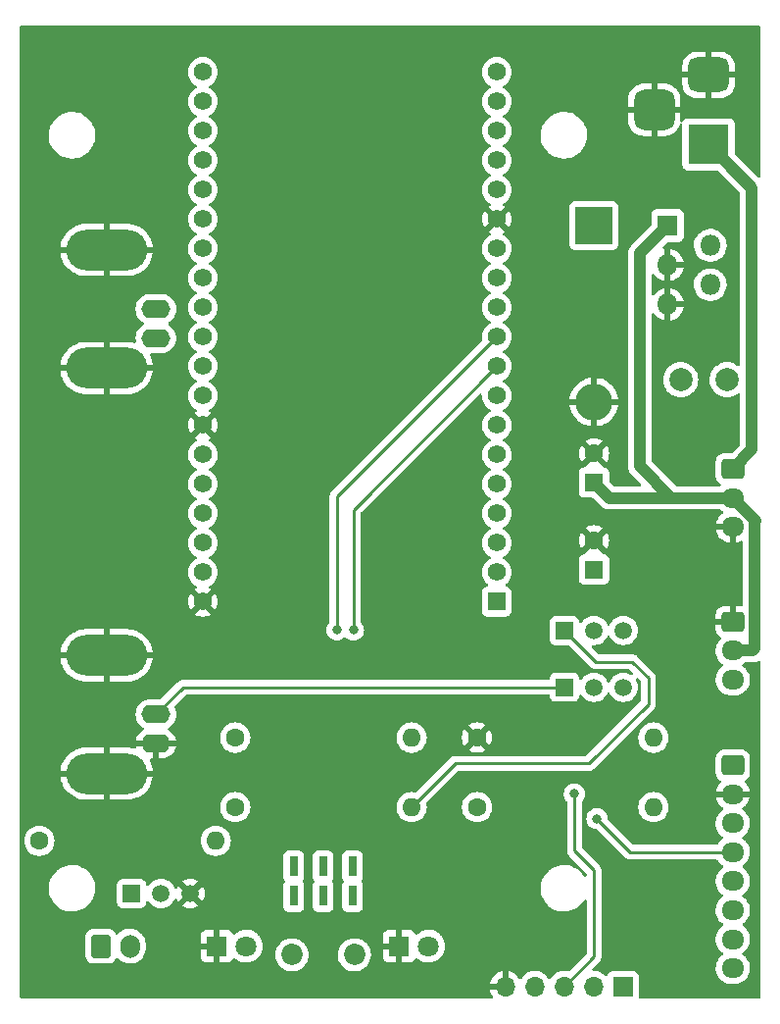
<source format=gbr>
%TF.GenerationSoftware,KiCad,Pcbnew,(6.0.4)*%
%TF.CreationDate,2023-10-06T01:52:22+02:00*%
%TF.ProjectId,OpenSpritzer2,4f70656e-5370-4726-9974-7a6572322e6b,rev?*%
%TF.SameCoordinates,Original*%
%TF.FileFunction,Copper,L2,Bot*%
%TF.FilePolarity,Positive*%
%FSLAX46Y46*%
G04 Gerber Fmt 4.6, Leading zero omitted, Abs format (unit mm)*
G04 Created by KiCad (PCBNEW (6.0.4)) date 2023-10-06 01:52:22*
%MOMM*%
%LPD*%
G01*
G04 APERTURE LIST*
G04 Aperture macros list*
%AMRoundRect*
0 Rectangle with rounded corners*
0 $1 Rounding radius*
0 $2 $3 $4 $5 $6 $7 $8 $9 X,Y pos of 4 corners*
0 Add a 4 corners polygon primitive as box body*
4,1,4,$2,$3,$4,$5,$6,$7,$8,$9,$2,$3,0*
0 Add four circle primitives for the rounded corners*
1,1,$1+$1,$2,$3*
1,1,$1+$1,$4,$5*
1,1,$1+$1,$6,$7*
1,1,$1+$1,$8,$9*
0 Add four rect primitives between the rounded corners*
20,1,$1+$1,$2,$3,$4,$5,0*
20,1,$1+$1,$4,$5,$6,$7,0*
20,1,$1+$1,$6,$7,$8,$9,0*
20,1,$1+$1,$8,$9,$2,$3,0*%
G04 Aperture macros list end*
%TA.AperFunction,ComponentPad*%
%ADD10O,1.950000X1.700000*%
%TD*%
%TA.AperFunction,ComponentPad*%
%ADD11RoundRect,0.250000X-0.725000X0.600000X-0.725000X-0.600000X0.725000X-0.600000X0.725000X0.600000X0*%
%TD*%
%TA.AperFunction,ComponentPad*%
%ADD12R,1.500000X1.500000*%
%TD*%
%TA.AperFunction,ComponentPad*%
%ADD13C,1.500000*%
%TD*%
%TA.AperFunction,ComponentPad*%
%ADD14C,1.600000*%
%TD*%
%TA.AperFunction,ComponentPad*%
%ADD15R,1.600000X1.600000*%
%TD*%
%TA.AperFunction,ComponentPad*%
%ADD16O,3.200000X3.200000*%
%TD*%
%TA.AperFunction,ComponentPad*%
%ADD17R,3.200000X3.200000*%
%TD*%
%TA.AperFunction,ComponentPad*%
%ADD18O,2.499360X1.600200*%
%TD*%
%TA.AperFunction,ComponentPad*%
%ADD19O,7.000240X3.500120*%
%TD*%
%TA.AperFunction,ComponentPad*%
%ADD20O,1.600000X1.600000*%
%TD*%
%TA.AperFunction,ComponentPad*%
%ADD21O,1.700000X2.000000*%
%TD*%
%TA.AperFunction,ComponentPad*%
%ADD22RoundRect,0.250000X-0.600000X-0.750000X0.600000X-0.750000X0.600000X0.750000X-0.600000X0.750000X0*%
%TD*%
%TA.AperFunction,ComponentPad*%
%ADD23O,1.700000X1.700000*%
%TD*%
%TA.AperFunction,ComponentPad*%
%ADD24R,1.700000X1.700000*%
%TD*%
%TA.AperFunction,ComponentPad*%
%ADD25C,1.800000*%
%TD*%
%TA.AperFunction,ComponentPad*%
%ADD26R,1.800000X1.800000*%
%TD*%
%TA.AperFunction,ComponentPad*%
%ADD27C,1.560000*%
%TD*%
%TA.AperFunction,ComponentPad*%
%ADD28R,1.560000X1.560000*%
%TD*%
%TA.AperFunction,ComponentPad*%
%ADD29O,1.800000X1.800000*%
%TD*%
%TA.AperFunction,ComponentPad*%
%ADD30C,2.000000*%
%TD*%
%TA.AperFunction,ComponentPad*%
%ADD31R,0.750000X1.750000*%
%TD*%
%TA.AperFunction,ComponentPad*%
%ADD32C,1.850000*%
%TD*%
%TA.AperFunction,ComponentPad*%
%ADD33RoundRect,0.875000X-0.875000X0.875000X-0.875000X-0.875000X0.875000X-0.875000X0.875000X0.875000X0*%
%TD*%
%TA.AperFunction,ComponentPad*%
%ADD34RoundRect,0.750000X-1.000000X0.750000X-1.000000X-0.750000X1.000000X-0.750000X1.000000X0.750000X0*%
%TD*%
%TA.AperFunction,ComponentPad*%
%ADD35R,3.500000X3.500000*%
%TD*%
%TA.AperFunction,ViaPad*%
%ADD36C,0.800000*%
%TD*%
%TA.AperFunction,Conductor*%
%ADD37C,0.250000*%
%TD*%
%TA.AperFunction,Conductor*%
%ADD38C,1.000000*%
%TD*%
G04 APERTURE END LIST*
D10*
%TO.P,U3,8,BL*%
%TO.N,GPIO2*%
X112150000Y-131950000D03*
%TO.P,U3,7,RST*%
%TO.N,GPIO0*%
X112150000Y-129450000D03*
%TO.P,U3,6,DC*%
%TO.N,GPIO4*%
X112150000Y-126950000D03*
%TO.P,U3,5,CS*%
%TO.N,GPIO15*%
X112150000Y-124450000D03*
%TO.P,U3,4,CLK*%
%TO.N,GPIO18*%
X112150000Y-121950000D03*
%TO.P,U3,3,DIN*%
%TO.N,GPIO23*%
X112150000Y-119450000D03*
%TO.P,U3,2,GND*%
%TO.N,GNDREF*%
X112150000Y-116950000D03*
D11*
%TO.P,U3,1,VCC*%
%TO.N,3.3V*%
X112150000Y-114450000D03*
%TD*%
D12*
%TO.P,NPN,1,B*%
%TO.N,GPIO32*%
X60200000Y-125500000D03*
D13*
%TO.P,NPN,2,C*%
%TO.N,Net-(D4-Pad1)*%
X62740000Y-125500000D03*
%TO.P,NPN,3,E*%
%TO.N,GNDREF*%
X65280000Y-125500000D03*
%TD*%
D12*
%TO.P,NPN,1,B*%
%TO.N,Net-(J3-Pad1)*%
X97600000Y-107700000D03*
D13*
%TO.P,NPN,2,C*%
%TO.N,Net-(Q1-Pad3)*%
X100140000Y-107700000D03*
%TO.P,NPN,3,E*%
%TO.N,GPIO32*%
X102680000Y-107700000D03*
%TD*%
D12*
%TO.P,NPN,1,B*%
%TO.N,Net-(R2-Pad2)*%
X97600000Y-102800000D03*
D13*
%TO.P,NPN,2,C*%
%TO.N,3.3V*%
X100140000Y-102800000D03*
%TO.P,NPN,3,E*%
%TO.N,Net-(Q1-Pad3)*%
X102680000Y-102800000D03*
%TD*%
D14*
%TO.P,C2,2*%
%TO.N,GNDREF*%
X100150000Y-95032380D03*
D15*
%TO.P,C2,1*%
%TO.N,VCC 5V*%
X100150000Y-97532380D03*
%TD*%
D16*
%TO.P,D1,2,A*%
%TO.N,GNDREF*%
X100150000Y-83090000D03*
D17*
%TO.P,D1,1,K*%
%TO.N,Net-(D1-Pad1)*%
X100150000Y-67850000D03*
%TD*%
D18*
%TO.P,J2,1,In*%
%TO.N,Net-(SW2-Pad4)*%
X62301260Y-75050000D03*
D19*
%TO.P,J2,2,Ext*%
%TO.N,GNDREF*%
X58036600Y-80147780D03*
X58036600Y-69949680D03*
D18*
%TO.N,VCC 5V*%
X62301260Y-77549360D03*
%TD*%
D20*
%TO.P,R5,2*%
%TO.N,VCC 5V*%
X67470000Y-120950000D03*
D14*
%TO.P,R5,1*%
%TO.N,Net-(D4-Pad2)*%
X52230000Y-120950000D03*
%TD*%
D20*
%TO.P,R3,2*%
%TO.N,GPIO34*%
X105290000Y-118050000D03*
D14*
%TO.P,R3,1*%
%TO.N,Net-(R3-Pad1)*%
X90050000Y-118050000D03*
%TD*%
D21*
%TO.P,D4,2,A*%
%TO.N,Net-(D4-Pad2)*%
X60050000Y-130050000D03*
D22*
%TO.P,D4,1,K*%
%TO.N,Net-(D4-Pad1)*%
X57550000Y-130050000D03*
%TD*%
D10*
%TO.P,J4,3,Pin_3*%
%TO.N,GPIO32*%
X112150000Y-107050000D03*
%TO.P,J4,2,Pin_2*%
%TO.N,Vin 24V*%
X112150000Y-104550000D03*
D11*
%TO.P,J4,1,Pin_1*%
%TO.N,GNDREF*%
X112150000Y-102050000D03*
%TD*%
D23*
%TO.P,SW3,5,S2*%
%TO.N,GNDREF*%
X92490000Y-133550000D03*
%TO.P,SW3,4,S1*%
%TO.N,3.3V*%
X95030000Y-133550000D03*
%TO.P,SW3,3,B*%
%TO.N,GPIO21*%
X97570000Y-133550000D03*
%TO.P,SW3,2,C*%
%TO.N,GPIO26*%
X100110000Y-133550000D03*
D24*
%TO.P,SW3,1,A*%
%TO.N,GPIO25*%
X102650000Y-133550000D03*
%TD*%
D25*
%TO.P,D2,2,A*%
%TO.N,Net-(D2-Pad2)*%
X85865000Y-130050000D03*
D26*
%TO.P,D2,1,K*%
%TO.N,GNDREF*%
X83325000Y-130050000D03*
%TD*%
D20*
%TO.P,R1,2*%
%TO.N,Net-(R1-Pad2)*%
X84390000Y-112050000D03*
D14*
%TO.P,R1,1*%
%TO.N,Net-(D2-Pad2)*%
X69150000Y-112050000D03*
%TD*%
D27*
%TO.P,U1,38,CLK*%
%TO.N,unconnected-(U1-Pad38)*%
X66350000Y-54590000D03*
%TO.P,U1,37,SD0*%
%TO.N,unconnected-(U1-Pad37)*%
X66350000Y-57130000D03*
%TO.P,U1,36,SD1*%
%TO.N,unconnected-(U1-Pad36)*%
X66350000Y-59670000D03*
%TO.P,U1,35,IO15*%
%TO.N,GPIO15*%
X66350000Y-62210000D03*
%TO.P,U1,34,IO2*%
%TO.N,GPIO2*%
X66350000Y-64750000D03*
%TO.P,U1,33,IO0*%
%TO.N,GPIO0*%
X66350000Y-67290000D03*
%TO.P,U1,32,IO4*%
%TO.N,GPIO4*%
X66350000Y-69830000D03*
%TO.P,U1,31,IO16*%
%TO.N,unconnected-(U1-Pad31)*%
X66350000Y-72370000D03*
%TO.P,U1,30,IO17*%
%TO.N,unconnected-(U1-Pad30)*%
X66350000Y-74910000D03*
%TO.P,U1,29,IO5*%
%TO.N,unconnected-(U1-Pad29)*%
X66350000Y-77450000D03*
%TO.P,U1,28,IO18*%
%TO.N,GPIO18*%
X66350000Y-79990000D03*
%TO.P,U1,27,IO19*%
%TO.N,unconnected-(U1-Pad27)*%
X66350000Y-82530000D03*
%TO.P,U1,26,GND2*%
%TO.N,GNDREF*%
X66350000Y-85070000D03*
%TO.P,U1,25,IO21*%
%TO.N,GPIO21*%
X66350000Y-87610000D03*
%TO.P,U1,24,RXD0*%
%TO.N,unconnected-(U1-Pad24)*%
X66350000Y-90150000D03*
%TO.P,U1,23,TXD0*%
%TO.N,unconnected-(U1-Pad23)*%
X66350000Y-92690000D03*
%TO.P,U1,22,IO22*%
%TO.N,unconnected-(U1-Pad22)*%
X66350000Y-95230000D03*
%TO.P,U1,21,IO23*%
%TO.N,GPIO23*%
X66350000Y-97770000D03*
%TO.P,U1,20,GND3*%
%TO.N,GNDREF*%
X66350000Y-100310000D03*
%TO.P,U1,19,EXT_5V*%
%TO.N,VCC 5V*%
X91750000Y-54590000D03*
%TO.P,U1,18,CMD*%
%TO.N,unconnected-(U1-Pad18)*%
X91750000Y-57130000D03*
%TO.P,U1,17,SD3*%
%TO.N,unconnected-(U1-Pad17)*%
X91750000Y-59670000D03*
%TO.P,U1,16,SD2*%
%TO.N,unconnected-(U1-Pad16)*%
X91750000Y-62210000D03*
%TO.P,U1,15,IO13*%
%TO.N,unconnected-(U1-Pad15)*%
X91750000Y-64750000D03*
%TO.P,U1,14,GND1*%
%TO.N,GNDREF*%
X91750000Y-67290000D03*
%TO.P,U1,13,IO12*%
%TO.N,unconnected-(U1-Pad13)*%
X91750000Y-69830000D03*
%TO.P,U1,12,IO14*%
%TO.N,unconnected-(U1-Pad12)*%
X91750000Y-72370000D03*
%TO.P,U1,11,IO27*%
%TO.N,unconnected-(U1-Pad11)*%
X91750000Y-74910000D03*
%TO.P,U1,10,IO26*%
%TO.N,GPIO26*%
X91750000Y-77450000D03*
%TO.P,U1,9,IO25*%
%TO.N,GPIO25*%
X91750000Y-79990000D03*
%TO.P,U1,8,IO33*%
%TO.N,unconnected-(U1-Pad8)*%
X91750000Y-82530000D03*
%TO.P,U1,7,IO32*%
%TO.N,GPIO32*%
X91750000Y-85070000D03*
%TO.P,U1,6,IO35*%
%TO.N,unconnected-(U1-Pad6)*%
X91750000Y-87610000D03*
%TO.P,U1,5,IO34*%
%TO.N,GPIO34*%
X91750000Y-90150000D03*
%TO.P,U1,4,SENSOR_VN*%
%TO.N,unconnected-(U1-Pad4)*%
X91750000Y-92690000D03*
%TO.P,U1,3,SENSOR_VP*%
%TO.N,unconnected-(U1-Pad3)*%
X91750000Y-95230000D03*
%TO.P,U1,2,EN*%
%TO.N,unconnected-(U1-Pad2)*%
X91750000Y-97770000D03*
D28*
%TO.P,U1,1,3V3*%
%TO.N,3.3V*%
X91750000Y-100310000D03*
%TD*%
D29*
%TO.P,U2,5,~{ON}/OFF*%
%TO.N,GNDREF*%
X106500000Y-74650000D03*
%TO.P,U2,4,FB*%
%TO.N,VCC 5V*%
X110200000Y-72950000D03*
%TO.P,U2,3,GND*%
%TO.N,GNDREF*%
X106500000Y-71250000D03*
%TO.P,U2,2,OUT*%
%TO.N,Net-(D1-Pad1)*%
X110200000Y-69550000D03*
D26*
%TO.P,U2,1,VIN*%
%TO.N,Vin 24V*%
X106500000Y-67850000D03*
%TD*%
D19*
%TO.P,J3,2,Ext*%
%TO.N,GNDREF*%
X58036600Y-104949680D03*
D18*
X62301260Y-112549360D03*
D19*
X58036600Y-115147780D03*
D18*
%TO.P,J3,1,In*%
%TO.N,Net-(J3-Pad1)*%
X62301260Y-110050000D03*
%TD*%
D10*
%TO.P,SW1,3,K*%
%TO.N,GNDREF*%
X112150000Y-93850000D03*
%TO.P,SW1,2,A*%
%TO.N,Vin 24V*%
X112150000Y-91350000D03*
D11*
%TO.P,SW1,1,1*%
%TO.N,Net-(J1-Pad1)*%
X112150000Y-88850000D03*
%TD*%
D30*
%TO.P,L1,2,2*%
%TO.N,VCC 5V*%
X111650000Y-81150000D03*
%TO.P,L1,1,1*%
%TO.N,Net-(D1-Pad1)*%
X107650000Y-81150000D03*
%TD*%
D20*
%TO.P,R4,2*%
%TO.N,GPIO34*%
X105290000Y-112050000D03*
D14*
%TO.P,R4,1*%
%TO.N,GNDREF*%
X90050000Y-112050000D03*
%TD*%
D25*
%TO.P,D3,2,A*%
%TO.N,Net-(D3-Pad2)*%
X70115000Y-130050000D03*
D26*
%TO.P,D3,1,K*%
%TO.N,GNDREF*%
X67575000Y-130050000D03*
%TD*%
D20*
%TO.P,R2,2*%
%TO.N,Net-(R2-Pad2)*%
X84390000Y-118050000D03*
D14*
%TO.P,R2,1*%
%TO.N,Net-(D3-Pad2)*%
X69150000Y-118050000D03*
%TD*%
D31*
%TO.P,SW2,6,C*%
%TO.N,unconnected-(SW2-Pad6)*%
X79290000Y-125720000D03*
%TO.P,SW2,5,B*%
%TO.N,Net-(R3-Pad1)*%
X76750000Y-125720000D03*
%TO.P,SW2,4,A*%
%TO.N,Net-(SW2-Pad4)*%
X74210000Y-125720000D03*
%TO.P,SW2,3,C*%
%TO.N,Net-(R2-Pad2)*%
X79290000Y-123180000D03*
%TO.P,SW2,2,B*%
%TO.N,VCC 5V*%
X76750000Y-123180000D03*
%TO.P,SW2,1,A*%
%TO.N,Net-(R1-Pad2)*%
X74210000Y-123180000D03*
D32*
%TO.P,SW2,*%
%TO.N,*%
X79450000Y-130800000D03*
X74050000Y-130800000D03*
%TD*%
D14*
%TO.P,C1,2*%
%TO.N,GNDREF*%
X100150000Y-87532380D03*
D15*
%TO.P,C1,1*%
%TO.N,Vin 24V*%
X100150000Y-90032380D03*
%TD*%
D33*
%TO.P,J1,3*%
%TO.N,GNDREF*%
X105350000Y-57850000D03*
D34*
%TO.P,J1,2*%
X110050000Y-54850000D03*
D35*
%TO.P,J1,1*%
%TO.N,Net-(J1-Pad1)*%
X110050000Y-60850000D03*
%TD*%
D36*
%TO.N,GPIO25*%
X79367859Y-102767859D03*
%TO.N,GPIO26*%
X77950000Y-102750000D03*
%TO.N,GPIO21*%
X98450000Y-116900000D03*
%TO.N,GPIO18*%
X100400000Y-119050000D03*
%TD*%
D37*
%TO.N,Net-(R2-Pad2)*%
X104850000Y-109150000D02*
X104850000Y-106900000D01*
X100300000Y-105500000D02*
X97600000Y-102800000D01*
X99725206Y-114274794D02*
X104850000Y-109150000D01*
X103450000Y-105500000D02*
X100300000Y-105500000D01*
X88165206Y-114274794D02*
X99725206Y-114274794D01*
X84390000Y-118050000D02*
X88165206Y-114274794D01*
X104850000Y-106900000D02*
X103450000Y-105500000D01*
%TO.N,GPIO25*%
X79367859Y-92372141D02*
X79367859Y-102767859D01*
X91750000Y-79990000D02*
X79367859Y-92372141D01*
%TO.N,GPIO26*%
X77950000Y-91250000D02*
X77950000Y-102750000D01*
X91750000Y-77450000D02*
X77950000Y-91250000D01*
%TO.N,GPIO21*%
X100150000Y-130970000D02*
X97570000Y-133550000D01*
X100150000Y-123500000D02*
X100150000Y-130970000D01*
X98450000Y-121800000D02*
X100150000Y-123500000D01*
X98450000Y-116900000D02*
X98450000Y-121800000D01*
%TO.N,GPIO18*%
X100400000Y-119050000D02*
X103300000Y-121950000D01*
X103300000Y-121950000D02*
X112150000Y-121950000D01*
%TO.N,Net-(J3-Pad1)*%
X64651260Y-107700000D02*
X62301260Y-110050000D01*
X97600000Y-107700000D02*
X64651260Y-107700000D01*
D38*
%TO.N,Vin 24V*%
X104100000Y-70250000D02*
X106500000Y-67850000D01*
X104100000Y-88600000D02*
X104100000Y-70250000D01*
X106850000Y-91350000D02*
X104100000Y-88600000D01*
X112150000Y-91350000D02*
X106850000Y-91350000D01*
X114050000Y-104375000D02*
X113875000Y-104550000D01*
X114125000Y-93325000D02*
X114050000Y-93400000D01*
X114050000Y-93400000D02*
X114050000Y-104375000D01*
X114125000Y-93325000D02*
X112150000Y-91350000D01*
X101467620Y-91350000D02*
X100150000Y-90032380D01*
X112150000Y-91350000D02*
X101467620Y-91350000D01*
X112150000Y-104550000D02*
X113875000Y-104550000D01*
X112317824Y-104550000D02*
X112150000Y-104550000D01*
%TO.N,Net-(J1-Pad1)*%
X113800000Y-87200000D02*
X112150000Y-88850000D01*
X113800000Y-64600000D02*
X113800000Y-87200000D01*
X110050000Y-60850000D02*
X113800000Y-64600000D01*
D37*
X113700000Y-64500000D02*
X113700000Y-64650000D01*
D38*
X110050000Y-60850000D02*
X113700000Y-64500000D01*
D37*
%TO.N,VCC 5V*%
X76750000Y-122550000D02*
X76750000Y-123180000D01*
%TO.N,Net-(R2-Pad2)*%
X79290000Y-123150000D02*
X79290000Y-123180000D01*
%TD*%
%TA.AperFunction,Conductor*%
%TO.N,GNDREF*%
G36*
X114483621Y-50578502D02*
G01*
X114530114Y-50632158D01*
X114541500Y-50684500D01*
X114541500Y-63611075D01*
X114521498Y-63679196D01*
X114467842Y-63725689D01*
X114397568Y-63735793D01*
X114332988Y-63706299D01*
X114326405Y-63700170D01*
X112345405Y-61719171D01*
X112311380Y-61656859D01*
X112308500Y-61630076D01*
X112308500Y-59051866D01*
X112301745Y-58989684D01*
X112250615Y-58853295D01*
X112163261Y-58736739D01*
X112046705Y-58649385D01*
X111910316Y-58598255D01*
X111848134Y-58591500D01*
X108251866Y-58591500D01*
X108189684Y-58598255D01*
X108053295Y-58649385D01*
X107936739Y-58736739D01*
X107931358Y-58743919D01*
X107854771Y-58846109D01*
X107849385Y-58853295D01*
X107846234Y-58861700D01*
X107844520Y-58864831D01*
X107794262Y-58914977D01*
X107724871Y-58929991D01*
X107658378Y-58905106D01*
X107615895Y-58848222D01*
X107608000Y-58804322D01*
X107608000Y-58122115D01*
X107603525Y-58106876D01*
X107602135Y-58105671D01*
X107594452Y-58104000D01*
X105622115Y-58104000D01*
X105606876Y-58108475D01*
X105605671Y-58109865D01*
X105604000Y-58117548D01*
X105604000Y-60089885D01*
X105608475Y-60105124D01*
X105609865Y-60106329D01*
X105617548Y-60108000D01*
X106315631Y-60108000D01*
X106319016Y-60107909D01*
X106370545Y-60105118D01*
X106379189Y-60104045D01*
X106600018Y-60060920D01*
X106610246Y-60058006D01*
X106819740Y-59978636D01*
X106829338Y-59974038D01*
X107022460Y-59860507D01*
X107031149Y-59854354D01*
X107202392Y-59709899D01*
X107209899Y-59702392D01*
X107354354Y-59531149D01*
X107360507Y-59522460D01*
X107474038Y-59329338D01*
X107478636Y-59319740D01*
X107547673Y-59137520D01*
X107590512Y-59080904D01*
X107657159Y-59056436D01*
X107726455Y-59071885D01*
X107776397Y-59122345D01*
X107791500Y-59182160D01*
X107791500Y-62648134D01*
X107798255Y-62710316D01*
X107849385Y-62846705D01*
X107936739Y-62963261D01*
X108053295Y-63050615D01*
X108189684Y-63101745D01*
X108251866Y-63108500D01*
X110830075Y-63108500D01*
X110898196Y-63128502D01*
X110919170Y-63145405D01*
X112754595Y-64980830D01*
X112788621Y-65043142D01*
X112791500Y-65069925D01*
X112791500Y-79867809D01*
X112771498Y-79935930D01*
X112717842Y-79982423D01*
X112647568Y-79992527D01*
X112583669Y-79963620D01*
X112543175Y-79929034D01*
X112543171Y-79929031D01*
X112539416Y-79925824D01*
X112535208Y-79923245D01*
X112535202Y-79923241D01*
X112341183Y-79804346D01*
X112336963Y-79801760D01*
X112332393Y-79799867D01*
X112332389Y-79799865D01*
X112122167Y-79712789D01*
X112122165Y-79712788D01*
X112117594Y-79710895D01*
X112037391Y-79691640D01*
X111891524Y-79656620D01*
X111891518Y-79656619D01*
X111886711Y-79655465D01*
X111650000Y-79636835D01*
X111413289Y-79655465D01*
X111408482Y-79656619D01*
X111408476Y-79656620D01*
X111262609Y-79691640D01*
X111182406Y-79710895D01*
X111177835Y-79712788D01*
X111177833Y-79712789D01*
X110967611Y-79799865D01*
X110967607Y-79799867D01*
X110963037Y-79801760D01*
X110958817Y-79804346D01*
X110764798Y-79923241D01*
X110764792Y-79923245D01*
X110760584Y-79925824D01*
X110580031Y-80080031D01*
X110425824Y-80260584D01*
X110423245Y-80264792D01*
X110423241Y-80264798D01*
X110323803Y-80427066D01*
X110301760Y-80463037D01*
X110299867Y-80467607D01*
X110299865Y-80467611D01*
X110229822Y-80636711D01*
X110210895Y-80682406D01*
X110209740Y-80687218D01*
X110177527Y-80821396D01*
X110155465Y-80913289D01*
X110136835Y-81150000D01*
X110155465Y-81386711D01*
X110156619Y-81391518D01*
X110156620Y-81391524D01*
X110161781Y-81413019D01*
X110210895Y-81617594D01*
X110212788Y-81622165D01*
X110212789Y-81622167D01*
X110259105Y-81733983D01*
X110301760Y-81836963D01*
X110304346Y-81841183D01*
X110423241Y-82035202D01*
X110423245Y-82035208D01*
X110425824Y-82039416D01*
X110580031Y-82219969D01*
X110760584Y-82374176D01*
X110764792Y-82376755D01*
X110764798Y-82376759D01*
X110950519Y-82490569D01*
X110963037Y-82498240D01*
X110967607Y-82500133D01*
X110967611Y-82500135D01*
X111177833Y-82587211D01*
X111182406Y-82589105D01*
X111262609Y-82608360D01*
X111408476Y-82643380D01*
X111408482Y-82643381D01*
X111413289Y-82644535D01*
X111650000Y-82663165D01*
X111886711Y-82644535D01*
X111891518Y-82643381D01*
X111891524Y-82643380D01*
X112037391Y-82608360D01*
X112117594Y-82589105D01*
X112122167Y-82587211D01*
X112332389Y-82500135D01*
X112332393Y-82500133D01*
X112336963Y-82498240D01*
X112349481Y-82490569D01*
X112535202Y-82376759D01*
X112535208Y-82376755D01*
X112539416Y-82374176D01*
X112543171Y-82370969D01*
X112543175Y-82370966D01*
X112583669Y-82336380D01*
X112648459Y-82307349D01*
X112718659Y-82317954D01*
X112771981Y-82364828D01*
X112791500Y-82432191D01*
X112791500Y-86730076D01*
X112771498Y-86798197D01*
X112754595Y-86819171D01*
X112119171Y-87454595D01*
X112056859Y-87488621D01*
X112030076Y-87491500D01*
X111374600Y-87491500D01*
X111371354Y-87491837D01*
X111371350Y-87491837D01*
X111275692Y-87501762D01*
X111275688Y-87501763D01*
X111268834Y-87502474D01*
X111262298Y-87504655D01*
X111262296Y-87504655D01*
X111150480Y-87541960D01*
X111101054Y-87558450D01*
X110950652Y-87651522D01*
X110825695Y-87776697D01*
X110821855Y-87782927D01*
X110821854Y-87782928D01*
X110751670Y-87896788D01*
X110732885Y-87927262D01*
X110730581Y-87934209D01*
X110686933Y-88065805D01*
X110677203Y-88095139D01*
X110666500Y-88199600D01*
X110666500Y-89500400D01*
X110666837Y-89503646D01*
X110666837Y-89503650D01*
X110667317Y-89508270D01*
X110677474Y-89606166D01*
X110733450Y-89773946D01*
X110826522Y-89924348D01*
X110951697Y-90049305D01*
X110957927Y-90053145D01*
X110957928Y-90053146D01*
X111047307Y-90108240D01*
X111094800Y-90161012D01*
X111106224Y-90231084D01*
X111077950Y-90296208D01*
X111018956Y-90335707D01*
X110981191Y-90341500D01*
X107319925Y-90341500D01*
X107251804Y-90321498D01*
X107230830Y-90304595D01*
X105145405Y-88219171D01*
X105111380Y-88156859D01*
X105108500Y-88130076D01*
X105108500Y-81150000D01*
X106136835Y-81150000D01*
X106155465Y-81386711D01*
X106156619Y-81391518D01*
X106156620Y-81391524D01*
X106161781Y-81413019D01*
X106210895Y-81617594D01*
X106212788Y-81622165D01*
X106212789Y-81622167D01*
X106259105Y-81733983D01*
X106301760Y-81836963D01*
X106304346Y-81841183D01*
X106423241Y-82035202D01*
X106423245Y-82035208D01*
X106425824Y-82039416D01*
X106580031Y-82219969D01*
X106760584Y-82374176D01*
X106764792Y-82376755D01*
X106764798Y-82376759D01*
X106950519Y-82490569D01*
X106963037Y-82498240D01*
X106967607Y-82500133D01*
X106967611Y-82500135D01*
X107177833Y-82587211D01*
X107182406Y-82589105D01*
X107262609Y-82608360D01*
X107408476Y-82643380D01*
X107408482Y-82643381D01*
X107413289Y-82644535D01*
X107650000Y-82663165D01*
X107886711Y-82644535D01*
X107891518Y-82643381D01*
X107891524Y-82643380D01*
X108037391Y-82608360D01*
X108117594Y-82589105D01*
X108122167Y-82587211D01*
X108332389Y-82500135D01*
X108332393Y-82500133D01*
X108336963Y-82498240D01*
X108349481Y-82490569D01*
X108535202Y-82376759D01*
X108535208Y-82376755D01*
X108539416Y-82374176D01*
X108719969Y-82219969D01*
X108874176Y-82039416D01*
X108876755Y-82035208D01*
X108876759Y-82035202D01*
X108995654Y-81841183D01*
X108998240Y-81836963D01*
X109040896Y-81733983D01*
X109087211Y-81622167D01*
X109087212Y-81622165D01*
X109089105Y-81617594D01*
X109138219Y-81413019D01*
X109143380Y-81391524D01*
X109143381Y-81391518D01*
X109144535Y-81386711D01*
X109163165Y-81150000D01*
X109144535Y-80913289D01*
X109122474Y-80821396D01*
X109090260Y-80687218D01*
X109089105Y-80682406D01*
X109070178Y-80636711D01*
X109000135Y-80467611D01*
X109000133Y-80467607D01*
X108998240Y-80463037D01*
X108976197Y-80427066D01*
X108876759Y-80264798D01*
X108876755Y-80264792D01*
X108874176Y-80260584D01*
X108719969Y-80080031D01*
X108539416Y-79925824D01*
X108535208Y-79923245D01*
X108535202Y-79923241D01*
X108341183Y-79804346D01*
X108336963Y-79801760D01*
X108332393Y-79799867D01*
X108332389Y-79799865D01*
X108122167Y-79712789D01*
X108122165Y-79712788D01*
X108117594Y-79710895D01*
X108037391Y-79691640D01*
X107891524Y-79656620D01*
X107891518Y-79656619D01*
X107886711Y-79655465D01*
X107650000Y-79636835D01*
X107413289Y-79655465D01*
X107408482Y-79656619D01*
X107408476Y-79656620D01*
X107262609Y-79691640D01*
X107182406Y-79710895D01*
X107177835Y-79712788D01*
X107177833Y-79712789D01*
X106967611Y-79799865D01*
X106967607Y-79799867D01*
X106963037Y-79801760D01*
X106958817Y-79804346D01*
X106764798Y-79923241D01*
X106764792Y-79923245D01*
X106760584Y-79925824D01*
X106580031Y-80080031D01*
X106425824Y-80260584D01*
X106423245Y-80264792D01*
X106423241Y-80264798D01*
X106323803Y-80427066D01*
X106301760Y-80463037D01*
X106299867Y-80467607D01*
X106299865Y-80467611D01*
X106229822Y-80636711D01*
X106210895Y-80682406D01*
X106209740Y-80687218D01*
X106177527Y-80821396D01*
X106155465Y-80913289D01*
X106136835Y-81150000D01*
X105108500Y-81150000D01*
X105108500Y-75520930D01*
X105128502Y-75452809D01*
X105182158Y-75406316D01*
X105252432Y-75396212D01*
X105317012Y-75425706D01*
X105341933Y-75455096D01*
X105357204Y-75480017D01*
X105363286Y-75488326D01*
X105508113Y-75655519D01*
X105515475Y-75662728D01*
X105685660Y-75804018D01*
X105694099Y-75809927D01*
X105885077Y-75921525D01*
X105894364Y-75925975D01*
X106101003Y-76004883D01*
X106110901Y-76007759D01*
X106228250Y-76031634D01*
X106242299Y-76030438D01*
X106246000Y-76020093D01*
X106246000Y-76018928D01*
X106754000Y-76018928D01*
X106758064Y-76032770D01*
X106771479Y-76034804D01*
X106788613Y-76032609D01*
X106798698Y-76030466D01*
X107010557Y-75966905D01*
X107020152Y-75963144D01*
X107218778Y-75865838D01*
X107227636Y-75860559D01*
X107407716Y-75732109D01*
X107415578Y-75725465D01*
X107572260Y-75569329D01*
X107578937Y-75561484D01*
X107708010Y-75381859D01*
X107713321Y-75373020D01*
X107811318Y-75174737D01*
X107815117Y-75165142D01*
X107879415Y-74953517D01*
X107881594Y-74943436D01*
X107884422Y-74921960D01*
X107882210Y-74907779D01*
X107869052Y-74904000D01*
X106772115Y-74904000D01*
X106756876Y-74908475D01*
X106755671Y-74909865D01*
X106754000Y-74917548D01*
X106754000Y-76018928D01*
X106246000Y-76018928D01*
X106246000Y-74377885D01*
X106754000Y-74377885D01*
X106758475Y-74393124D01*
X106759865Y-74394329D01*
X106767548Y-74396000D01*
X107869900Y-74396000D01*
X107883431Y-74392027D01*
X107884736Y-74382947D01*
X107838710Y-74199708D01*
X107835389Y-74189953D01*
X107747193Y-73987118D01*
X107742315Y-73978020D01*
X107622177Y-73792315D01*
X107615885Y-73784144D01*
X107467023Y-73620547D01*
X107459490Y-73613521D01*
X107285901Y-73476429D01*
X107277323Y-73470730D01*
X107083678Y-73363833D01*
X107074272Y-73359606D01*
X106865772Y-73285772D01*
X106855809Y-73283140D01*
X106771836Y-73268182D01*
X106758541Y-73269641D01*
X106754000Y-73284199D01*
X106754000Y-74377885D01*
X106246000Y-74377885D01*
X106246000Y-73282517D01*
X106242082Y-73269173D01*
X106227806Y-73267186D01*
X106177694Y-73274855D01*
X106167666Y-73277244D01*
X105957426Y-73345961D01*
X105947916Y-73349958D01*
X105751728Y-73452087D01*
X105743003Y-73457581D01*
X105566123Y-73590386D01*
X105558416Y-73597229D01*
X105405600Y-73757143D01*
X105399118Y-73765148D01*
X105338588Y-73853880D01*
X105283677Y-73898882D01*
X105213152Y-73907053D01*
X105149405Y-73875799D01*
X105112675Y-73815041D01*
X105108500Y-73782875D01*
X105108500Y-72915469D01*
X108787095Y-72915469D01*
X108787392Y-72920622D01*
X108787392Y-72920625D01*
X108792932Y-73016711D01*
X108800427Y-73146697D01*
X108801564Y-73151743D01*
X108801565Y-73151749D01*
X108827580Y-73267186D01*
X108851346Y-73372642D01*
X108853288Y-73377424D01*
X108853289Y-73377428D01*
X108913539Y-73525805D01*
X108938484Y-73587237D01*
X109059501Y-73784719D01*
X109211147Y-73959784D01*
X109389349Y-74107730D01*
X109589322Y-74224584D01*
X109805694Y-74307209D01*
X109810760Y-74308240D01*
X109810761Y-74308240D01*
X109863846Y-74319040D01*
X110032656Y-74353385D01*
X110163324Y-74358176D01*
X110258949Y-74361683D01*
X110258953Y-74361683D01*
X110264113Y-74361872D01*
X110269233Y-74361216D01*
X110269235Y-74361216D01*
X110342270Y-74351860D01*
X110493847Y-74332442D01*
X110498795Y-74330957D01*
X110498802Y-74330956D01*
X110710747Y-74267369D01*
X110715690Y-74265886D01*
X110796236Y-74226427D01*
X110919049Y-74166262D01*
X110919052Y-74166260D01*
X110923684Y-74163991D01*
X111112243Y-74029494D01*
X111276303Y-73866005D01*
X111411458Y-73677917D01*
X111429704Y-73641000D01*
X111511784Y-73474922D01*
X111511785Y-73474920D01*
X111514078Y-73470280D01*
X111581408Y-73248671D01*
X111611640Y-73019041D01*
X111613327Y-72950000D01*
X111601576Y-72807066D01*
X111594773Y-72724318D01*
X111594772Y-72724312D01*
X111594349Y-72719167D01*
X111537925Y-72494533D01*
X111535866Y-72489797D01*
X111447630Y-72286868D01*
X111447628Y-72286865D01*
X111445570Y-72282131D01*
X111319764Y-72087665D01*
X111305556Y-72072050D01*
X111194138Y-71949604D01*
X111163887Y-71916358D01*
X111159836Y-71913159D01*
X111159832Y-71913155D01*
X110986177Y-71776011D01*
X110986172Y-71776008D01*
X110982123Y-71772810D01*
X110977607Y-71770317D01*
X110977604Y-71770315D01*
X110783879Y-71663373D01*
X110783875Y-71663371D01*
X110779355Y-71660876D01*
X110774486Y-71659152D01*
X110774482Y-71659150D01*
X110565903Y-71585288D01*
X110565899Y-71585287D01*
X110561028Y-71583562D01*
X110555935Y-71582655D01*
X110555932Y-71582654D01*
X110338095Y-71543851D01*
X110338089Y-71543850D01*
X110333006Y-71542945D01*
X110260096Y-71542054D01*
X110106581Y-71540179D01*
X110106579Y-71540179D01*
X110101411Y-71540116D01*
X109872464Y-71575150D01*
X109652314Y-71647106D01*
X109647726Y-71649494D01*
X109647722Y-71649496D01*
X109482729Y-71735386D01*
X109446872Y-71754052D01*
X109442739Y-71757155D01*
X109442736Y-71757157D01*
X109419322Y-71774737D01*
X109261655Y-71893117D01*
X109258083Y-71896855D01*
X109123850Y-72037322D01*
X109101639Y-72060564D01*
X109098725Y-72064836D01*
X109098724Y-72064837D01*
X109083152Y-72087665D01*
X108971119Y-72251899D01*
X108873602Y-72461981D01*
X108811707Y-72685169D01*
X108787095Y-72915469D01*
X105108500Y-72915469D01*
X105108500Y-72120930D01*
X105128502Y-72052809D01*
X105182158Y-72006316D01*
X105252432Y-71996212D01*
X105317012Y-72025706D01*
X105341933Y-72055096D01*
X105357204Y-72080017D01*
X105363286Y-72088326D01*
X105508113Y-72255519D01*
X105515475Y-72262728D01*
X105685660Y-72404018D01*
X105694099Y-72409927D01*
X105885077Y-72521525D01*
X105894364Y-72525975D01*
X106101003Y-72604883D01*
X106110901Y-72607759D01*
X106228250Y-72631634D01*
X106242299Y-72630438D01*
X106246000Y-72620093D01*
X106246000Y-72618928D01*
X106754000Y-72618928D01*
X106758064Y-72632770D01*
X106771479Y-72634804D01*
X106788613Y-72632609D01*
X106798698Y-72630466D01*
X107010557Y-72566905D01*
X107020152Y-72563144D01*
X107218778Y-72465838D01*
X107227636Y-72460559D01*
X107407716Y-72332109D01*
X107415578Y-72325465D01*
X107572260Y-72169329D01*
X107578937Y-72161484D01*
X107708010Y-71981859D01*
X107713321Y-71973020D01*
X107811318Y-71774737D01*
X107815117Y-71765142D01*
X107879415Y-71553517D01*
X107881594Y-71543436D01*
X107884422Y-71521960D01*
X107882210Y-71507779D01*
X107869052Y-71504000D01*
X106772115Y-71504000D01*
X106756876Y-71508475D01*
X106755671Y-71509865D01*
X106754000Y-71517548D01*
X106754000Y-72618928D01*
X106246000Y-72618928D01*
X106246000Y-70977885D01*
X106754000Y-70977885D01*
X106758475Y-70993124D01*
X106759865Y-70994329D01*
X106767548Y-70996000D01*
X107869900Y-70996000D01*
X107883431Y-70992027D01*
X107884736Y-70982947D01*
X107838710Y-70799708D01*
X107835389Y-70789953D01*
X107747193Y-70587118D01*
X107742315Y-70578020D01*
X107622177Y-70392315D01*
X107615885Y-70384144D01*
X107467023Y-70220547D01*
X107459490Y-70213521D01*
X107285901Y-70076429D01*
X107277323Y-70070730D01*
X107083678Y-69963833D01*
X107074272Y-69959606D01*
X106865772Y-69885772D01*
X106855809Y-69883140D01*
X106771836Y-69868182D01*
X106758541Y-69869641D01*
X106754000Y-69884199D01*
X106754000Y-70977885D01*
X106246000Y-70977885D01*
X106246000Y-69882517D01*
X106242082Y-69869173D01*
X106209574Y-69864649D01*
X106209704Y-69863718D01*
X106161038Y-69857171D01*
X106106962Y-69811167D01*
X106086343Y-69743230D01*
X106105726Y-69674931D01*
X106123243Y-69652992D01*
X106260766Y-69515469D01*
X108787095Y-69515469D01*
X108787392Y-69520622D01*
X108787392Y-69520625D01*
X108793067Y-69619041D01*
X108800427Y-69746697D01*
X108801564Y-69751743D01*
X108801565Y-69751749D01*
X108825323Y-69857171D01*
X108851346Y-69972642D01*
X108853288Y-69977424D01*
X108853289Y-69977428D01*
X108920191Y-70142187D01*
X108938484Y-70187237D01*
X109059501Y-70384719D01*
X109211147Y-70559784D01*
X109389349Y-70707730D01*
X109589322Y-70824584D01*
X109805694Y-70907209D01*
X109810760Y-70908240D01*
X109810761Y-70908240D01*
X109863846Y-70919040D01*
X110032656Y-70953385D01*
X110163324Y-70958176D01*
X110258949Y-70961683D01*
X110258953Y-70961683D01*
X110264113Y-70961872D01*
X110269233Y-70961216D01*
X110269235Y-70961216D01*
X110342270Y-70951860D01*
X110493847Y-70932442D01*
X110498795Y-70930957D01*
X110498802Y-70930956D01*
X110710747Y-70867369D01*
X110715690Y-70865886D01*
X110796236Y-70826427D01*
X110919049Y-70766262D01*
X110919052Y-70766260D01*
X110923684Y-70763991D01*
X111112243Y-70629494D01*
X111276303Y-70466005D01*
X111411458Y-70277917D01*
X111443285Y-70213521D01*
X111511784Y-70074922D01*
X111511785Y-70074920D01*
X111514078Y-70070280D01*
X111581408Y-69848671D01*
X111611640Y-69619041D01*
X111611722Y-69615691D01*
X111613245Y-69553365D01*
X111613245Y-69553361D01*
X111613327Y-69550000D01*
X111601513Y-69406302D01*
X111594773Y-69324318D01*
X111594772Y-69324312D01*
X111594349Y-69319167D01*
X111537925Y-69094533D01*
X111535866Y-69089797D01*
X111447630Y-68886868D01*
X111447628Y-68886865D01*
X111445570Y-68882131D01*
X111319764Y-68687665D01*
X111307508Y-68674195D01*
X111237746Y-68597528D01*
X111163887Y-68516358D01*
X111159836Y-68513159D01*
X111159832Y-68513155D01*
X110986177Y-68376011D01*
X110986172Y-68376008D01*
X110982123Y-68372810D01*
X110977607Y-68370317D01*
X110977604Y-68370315D01*
X110783879Y-68263373D01*
X110783875Y-68263371D01*
X110779355Y-68260876D01*
X110774486Y-68259152D01*
X110774482Y-68259150D01*
X110565903Y-68185288D01*
X110565899Y-68185287D01*
X110561028Y-68183562D01*
X110555935Y-68182655D01*
X110555932Y-68182654D01*
X110338095Y-68143851D01*
X110338089Y-68143850D01*
X110333006Y-68142945D01*
X110260096Y-68142054D01*
X110106581Y-68140179D01*
X110106579Y-68140179D01*
X110101411Y-68140116D01*
X109872464Y-68175150D01*
X109652314Y-68247106D01*
X109647726Y-68249494D01*
X109647722Y-68249496D01*
X109544948Y-68302997D01*
X109446872Y-68354052D01*
X109442739Y-68357155D01*
X109442736Y-68357157D01*
X109265790Y-68490012D01*
X109261655Y-68493117D01*
X109220123Y-68536578D01*
X109133712Y-68627002D01*
X109101639Y-68660564D01*
X109098725Y-68664836D01*
X109098724Y-68664837D01*
X109083152Y-68687665D01*
X108971119Y-68851899D01*
X108873602Y-69061981D01*
X108811707Y-69285169D01*
X108787095Y-69515469D01*
X106260766Y-69515469D01*
X106480830Y-69295405D01*
X106543142Y-69261379D01*
X106569925Y-69258500D01*
X107448134Y-69258500D01*
X107510316Y-69251745D01*
X107646705Y-69200615D01*
X107763261Y-69113261D01*
X107850615Y-68996705D01*
X107901745Y-68860316D01*
X107908500Y-68798134D01*
X107908500Y-66901866D01*
X107901745Y-66839684D01*
X107850615Y-66703295D01*
X107763261Y-66586739D01*
X107646705Y-66499385D01*
X107510316Y-66448255D01*
X107448134Y-66441500D01*
X105551866Y-66441500D01*
X105489684Y-66448255D01*
X105353295Y-66499385D01*
X105236739Y-66586739D01*
X105149385Y-66703295D01*
X105098255Y-66839684D01*
X105091500Y-66901866D01*
X105091500Y-67780076D01*
X105071498Y-67848197D01*
X105054595Y-67869171D01*
X103430621Y-69493145D01*
X103420478Y-69502247D01*
X103390975Y-69525968D01*
X103358709Y-69564421D01*
X103355528Y-69568069D01*
X103353885Y-69569881D01*
X103351691Y-69572075D01*
X103324358Y-69605349D01*
X103323696Y-69606147D01*
X103263846Y-69677474D01*
X103261278Y-69682144D01*
X103257897Y-69686261D01*
X103254389Y-69692804D01*
X103214023Y-69768086D01*
X103213394Y-69769245D01*
X103171538Y-69845381D01*
X103171535Y-69845389D01*
X103168567Y-69850787D01*
X103166955Y-69855869D01*
X103164438Y-69860563D01*
X103137238Y-69949531D01*
X103136918Y-69950559D01*
X103108765Y-70039306D01*
X103108171Y-70044602D01*
X103106613Y-70049698D01*
X103104477Y-70070730D01*
X103097218Y-70142187D01*
X103097089Y-70143393D01*
X103091500Y-70193227D01*
X103091500Y-70196754D01*
X103091445Y-70197739D01*
X103090998Y-70203419D01*
X103086626Y-70246462D01*
X103089996Y-70282116D01*
X103090941Y-70292109D01*
X103091500Y-70303967D01*
X103091500Y-88538157D01*
X103090763Y-88551764D01*
X103086676Y-88589388D01*
X103088125Y-88605946D01*
X103091050Y-88639388D01*
X103091379Y-88644214D01*
X103091500Y-88646686D01*
X103091500Y-88649769D01*
X103091801Y-88652837D01*
X103095690Y-88692506D01*
X103095812Y-88693819D01*
X103098959Y-88729782D01*
X103103913Y-88786413D01*
X103105400Y-88791532D01*
X103105920Y-88796833D01*
X103132791Y-88885834D01*
X103133126Y-88886967D01*
X103146960Y-88934581D01*
X103159091Y-88976336D01*
X103161544Y-88981068D01*
X103163084Y-88986169D01*
X103165978Y-88991612D01*
X103206731Y-89068260D01*
X103207343Y-89069426D01*
X103250108Y-89151926D01*
X103253431Y-89156089D01*
X103255934Y-89160796D01*
X103314755Y-89232918D01*
X103315446Y-89233774D01*
X103346738Y-89272973D01*
X103349242Y-89275477D01*
X103349884Y-89276195D01*
X103353585Y-89280528D01*
X103380935Y-89314062D01*
X103385682Y-89317989D01*
X103385684Y-89317991D01*
X103416262Y-89343287D01*
X103425042Y-89351277D01*
X104200170Y-90126405D01*
X104234196Y-90188717D01*
X104229131Y-90259532D01*
X104186584Y-90316368D01*
X104120064Y-90341179D01*
X104111075Y-90341500D01*
X101937546Y-90341500D01*
X101869425Y-90321498D01*
X101848451Y-90304596D01*
X101495405Y-89951551D01*
X101461380Y-89889238D01*
X101458500Y-89862455D01*
X101458500Y-89184246D01*
X101451745Y-89122064D01*
X101400615Y-88985675D01*
X101313261Y-88869119D01*
X101196705Y-88781765D01*
X101060316Y-88730635D01*
X101016748Y-88725902D01*
X101001514Y-88724247D01*
X101001511Y-88724247D01*
X100998134Y-88723880D01*
X100994815Y-88723880D01*
X100927890Y-88700227D01*
X100892196Y-88654224D01*
X100890266Y-88655239D01*
X100884558Y-88644380D01*
X100884368Y-88644135D01*
X100884347Y-88643977D01*
X100864356Y-88605946D01*
X100162812Y-87904402D01*
X100148868Y-87896788D01*
X100147035Y-87896919D01*
X100140420Y-87901170D01*
X99434923Y-88606667D01*
X99412129Y-88648409D01*
X99409953Y-88658409D01*
X99359747Y-88708607D01*
X99306186Y-88723831D01*
X99305281Y-88723880D01*
X99301866Y-88723880D01*
X99298470Y-88724249D01*
X99298468Y-88724249D01*
X99286121Y-88725590D01*
X99239684Y-88730635D01*
X99103295Y-88781765D01*
X98986739Y-88869119D01*
X98899385Y-88985675D01*
X98848255Y-89122064D01*
X98841500Y-89184246D01*
X98841500Y-90880514D01*
X98848255Y-90942696D01*
X98899385Y-91079085D01*
X98986739Y-91195641D01*
X99103295Y-91282995D01*
X99239684Y-91334125D01*
X99301866Y-91340880D01*
X99980074Y-91340880D01*
X100048195Y-91360882D01*
X100069169Y-91377784D01*
X100710769Y-92019383D01*
X100719871Y-92029527D01*
X100743588Y-92059025D01*
X100748316Y-92062992D01*
X100782041Y-92091291D01*
X100785689Y-92094472D01*
X100787501Y-92096115D01*
X100789695Y-92098309D01*
X100822969Y-92125642D01*
X100823767Y-92126304D01*
X100895094Y-92186154D01*
X100899764Y-92188722D01*
X100903881Y-92192103D01*
X100961765Y-92223140D01*
X100985706Y-92235977D01*
X100986865Y-92236606D01*
X101063001Y-92278462D01*
X101063009Y-92278465D01*
X101068407Y-92281433D01*
X101073489Y-92283045D01*
X101078183Y-92285562D01*
X101167151Y-92312762D01*
X101168179Y-92313082D01*
X101256926Y-92341235D01*
X101262222Y-92341829D01*
X101267318Y-92343387D01*
X101359877Y-92352790D01*
X101361013Y-92352911D01*
X101394628Y-92356681D01*
X101407350Y-92358108D01*
X101407354Y-92358108D01*
X101410847Y-92358500D01*
X101414374Y-92358500D01*
X101415359Y-92358555D01*
X101421039Y-92359002D01*
X101450445Y-92361989D01*
X101457957Y-92362752D01*
X101457959Y-92362752D01*
X101464082Y-92363374D01*
X101509728Y-92359059D01*
X101521587Y-92358500D01*
X106792096Y-92358500D01*
X106804829Y-92359145D01*
X106840334Y-92362752D01*
X106840339Y-92362752D01*
X106846462Y-92363374D01*
X106892108Y-92359059D01*
X106903967Y-92358500D01*
X111067299Y-92358500D01*
X111135420Y-92378502D01*
X111147190Y-92387066D01*
X111248627Y-92470240D01*
X111248633Y-92470244D01*
X111252755Y-92473624D01*
X111257398Y-92476267D01*
X111284735Y-92491829D01*
X111334041Y-92542912D01*
X111347902Y-92612542D01*
X111321918Y-92678613D01*
X111292768Y-92705851D01*
X111175422Y-92784852D01*
X111167130Y-92791519D01*
X111008100Y-92943228D01*
X111001059Y-92951186D01*
X110869859Y-93127525D01*
X110864255Y-93136562D01*
X110764643Y-93332484D01*
X110760643Y-93342335D01*
X110695466Y-93552240D01*
X110693183Y-93562624D01*
X110691139Y-93578043D01*
X110693335Y-93592207D01*
X110706522Y-93596000D01*
X112278000Y-93596000D01*
X112346121Y-93616002D01*
X112392614Y-93669658D01*
X112404000Y-93722000D01*
X112404000Y-95183849D01*
X112408310Y-95198527D01*
X112420193Y-95200590D01*
X112499325Y-95193876D01*
X112509797Y-95192086D01*
X112722535Y-95136870D01*
X112732575Y-95133334D01*
X112863749Y-95074245D01*
X112934074Y-95064504D01*
X112998502Y-95094329D01*
X113036578Y-95154253D01*
X113041500Y-95189127D01*
X113041500Y-100566000D01*
X113021498Y-100634121D01*
X112967842Y-100680614D01*
X112915500Y-100692000D01*
X112422115Y-100692000D01*
X112406876Y-100696475D01*
X112405671Y-100697865D01*
X112404000Y-100705548D01*
X112404000Y-102178000D01*
X112383998Y-102246121D01*
X112330342Y-102292614D01*
X112278000Y-102304000D01*
X110685116Y-102304000D01*
X110669877Y-102308475D01*
X110668672Y-102309865D01*
X110667001Y-102317548D01*
X110667001Y-102697095D01*
X110667338Y-102703614D01*
X110677257Y-102799206D01*
X110680149Y-102812600D01*
X110731588Y-102966784D01*
X110737761Y-102979962D01*
X110823063Y-103117807D01*
X110832099Y-103129208D01*
X110946829Y-103243739D01*
X110958243Y-103252753D01*
X111097713Y-103338723D01*
X111145207Y-103391495D01*
X111156631Y-103461566D01*
X111128357Y-103526690D01*
X111118574Y-103537149D01*
X111003865Y-103646576D01*
X110866246Y-103831542D01*
X110863830Y-103836293D01*
X110863828Y-103836297D01*
X110836067Y-103890899D01*
X110761760Y-104037051D01*
X110760178Y-104042145D01*
X110760177Y-104042148D01*
X110757197Y-104051745D01*
X110693393Y-104257227D01*
X110663102Y-104485774D01*
X110671751Y-104716158D01*
X110719093Y-104941791D01*
X110721051Y-104946750D01*
X110721052Y-104946752D01*
X110784633Y-105107747D01*
X110803776Y-105156221D01*
X110806543Y-105160780D01*
X110806544Y-105160783D01*
X110836134Y-105209545D01*
X110923377Y-105353317D01*
X110926874Y-105357347D01*
X111065629Y-105517248D01*
X111074477Y-105527445D01*
X111078608Y-105530832D01*
X111248627Y-105670240D01*
X111248633Y-105670244D01*
X111252755Y-105673624D01*
X111284250Y-105691552D01*
X111333555Y-105742632D01*
X111347417Y-105812262D01*
X111321434Y-105878333D01*
X111292284Y-105905573D01*
X111170681Y-105987441D01*
X111166824Y-105991120D01*
X111166822Y-105991122D01*
X111105507Y-106049614D01*
X111003865Y-106146576D01*
X110866246Y-106331542D01*
X110761760Y-106537051D01*
X110760178Y-106542145D01*
X110760177Y-106542148D01*
X110714622Y-106688858D01*
X110693393Y-106757227D01*
X110692692Y-106762516D01*
X110664031Y-106978767D01*
X110663102Y-106985774D01*
X110663302Y-106991103D01*
X110663302Y-106991105D01*
X110666194Y-107068125D01*
X110671751Y-107216158D01*
X110672846Y-107221377D01*
X110682612Y-107267924D01*
X110719093Y-107441791D01*
X110803776Y-107656221D01*
X110923377Y-107853317D01*
X110926874Y-107857347D01*
X111013438Y-107957103D01*
X111074477Y-108027445D01*
X111078608Y-108030832D01*
X111248627Y-108170240D01*
X111248633Y-108170244D01*
X111252755Y-108173624D01*
X111257391Y-108176263D01*
X111257394Y-108176265D01*
X111297740Y-108199231D01*
X111453114Y-108287675D01*
X111669825Y-108366337D01*
X111675074Y-108367286D01*
X111675077Y-108367287D01*
X111892608Y-108406623D01*
X111892615Y-108406624D01*
X111896692Y-108407361D01*
X111914414Y-108408197D01*
X111919356Y-108408430D01*
X111919363Y-108408430D01*
X111920844Y-108408500D01*
X112332890Y-108408500D01*
X112399809Y-108402822D01*
X112499409Y-108394371D01*
X112499413Y-108394370D01*
X112504720Y-108393920D01*
X112509875Y-108392582D01*
X112509881Y-108392581D01*
X112722703Y-108337343D01*
X112722707Y-108337342D01*
X112727872Y-108336001D01*
X112732738Y-108333809D01*
X112732741Y-108333808D01*
X112933202Y-108243507D01*
X112938075Y-108241312D01*
X113129319Y-108112559D01*
X113296135Y-107953424D01*
X113317521Y-107924681D01*
X113430568Y-107772740D01*
X113433754Y-107768458D01*
X113471344Y-107694525D01*
X113535822Y-107567704D01*
X113538240Y-107562949D01*
X113574321Y-107446752D01*
X113605024Y-107347871D01*
X113606607Y-107342773D01*
X113607308Y-107337484D01*
X113636198Y-107119511D01*
X113636198Y-107119506D01*
X113636898Y-107114226D01*
X113636364Y-107099988D01*
X113631367Y-106966907D01*
X113628249Y-106883842D01*
X113580907Y-106658209D01*
X113561513Y-106609101D01*
X113498185Y-106448744D01*
X113498184Y-106448742D01*
X113496224Y-106443779D01*
X113485868Y-106426712D01*
X113379390Y-106251243D01*
X113376623Y-106246683D01*
X113289755Y-106146576D01*
X113229023Y-106076588D01*
X113229021Y-106076586D01*
X113225523Y-106072555D01*
X113150645Y-106011159D01*
X113051373Y-105929760D01*
X113051367Y-105929756D01*
X113047245Y-105926376D01*
X113015750Y-105908448D01*
X112966445Y-105857368D01*
X112952583Y-105787738D01*
X112978566Y-105721667D01*
X113007716Y-105694427D01*
X113124889Y-105615542D01*
X113124893Y-105615539D01*
X113129319Y-105612559D01*
X113149475Y-105593331D01*
X113212571Y-105560783D01*
X113236447Y-105558500D01*
X113813157Y-105558500D01*
X113826764Y-105559237D01*
X113858262Y-105562659D01*
X113858267Y-105562659D01*
X113864388Y-105563324D01*
X113893433Y-105560783D01*
X113914388Y-105558950D01*
X113919214Y-105558621D01*
X113921686Y-105558500D01*
X113924769Y-105558500D01*
X113936738Y-105557326D01*
X113967506Y-105554310D01*
X113968819Y-105554188D01*
X114013084Y-105550315D01*
X114061413Y-105546087D01*
X114066532Y-105544600D01*
X114071833Y-105544080D01*
X114160834Y-105517209D01*
X114161967Y-105516874D01*
X114245414Y-105492630D01*
X114245418Y-105492628D01*
X114251336Y-105490909D01*
X114256068Y-105488456D01*
X114261169Y-105486916D01*
X114266612Y-105484022D01*
X114343260Y-105443269D01*
X114344421Y-105442659D01*
X114357512Y-105435873D01*
X114427192Y-105422280D01*
X114493163Y-105448517D01*
X114534476Y-105506255D01*
X114541500Y-105547736D01*
X114541500Y-134415500D01*
X114521498Y-134483621D01*
X114467842Y-134530114D01*
X114415500Y-134541500D01*
X104134500Y-134541500D01*
X104066379Y-134521498D01*
X104019886Y-134467842D01*
X104008500Y-134415500D01*
X104008500Y-132651866D01*
X104001745Y-132589684D01*
X103950615Y-132453295D01*
X103863261Y-132336739D01*
X103746705Y-132249385D01*
X103610316Y-132198255D01*
X103548134Y-132191500D01*
X101751866Y-132191500D01*
X101689684Y-132198255D01*
X101553295Y-132249385D01*
X101436739Y-132336739D01*
X101349385Y-132453295D01*
X101346233Y-132461703D01*
X101304919Y-132571907D01*
X101262277Y-132628671D01*
X101195716Y-132653371D01*
X101126367Y-132638163D01*
X101093743Y-132612476D01*
X101043151Y-132556875D01*
X101043142Y-132556866D01*
X101039670Y-132553051D01*
X101035619Y-132549852D01*
X101035615Y-132549848D01*
X100868414Y-132417800D01*
X100868410Y-132417798D01*
X100864359Y-132414598D01*
X100828028Y-132394542D01*
X100812136Y-132385769D01*
X100668789Y-132306638D01*
X100663920Y-132304914D01*
X100663916Y-132304912D01*
X100463087Y-132233795D01*
X100463083Y-132233794D01*
X100458212Y-132232069D01*
X100453119Y-132231162D01*
X100453116Y-132231161D01*
X100243373Y-132193800D01*
X100243367Y-132193799D01*
X100238284Y-132192894D01*
X100127011Y-132191535D01*
X100059141Y-132170702D01*
X100013307Y-132116483D01*
X100004062Y-132046091D01*
X100034341Y-131981875D01*
X100039456Y-131976449D01*
X100542253Y-131473652D01*
X100550539Y-131466112D01*
X100557018Y-131462000D01*
X100564931Y-131453574D01*
X100603643Y-131412349D01*
X100606398Y-131409507D01*
X100626135Y-131389770D01*
X100628615Y-131386573D01*
X100636320Y-131377551D01*
X100666586Y-131345321D01*
X100670405Y-131338375D01*
X100670407Y-131338372D01*
X100676348Y-131327566D01*
X100687199Y-131311047D01*
X100692362Y-131304390D01*
X100699614Y-131295041D01*
X100702759Y-131287772D01*
X100702762Y-131287768D01*
X100717174Y-131254463D01*
X100722391Y-131243813D01*
X100743695Y-131205060D01*
X100748733Y-131185437D01*
X100755137Y-131166734D01*
X100760033Y-131155420D01*
X100760033Y-131155419D01*
X100763181Y-131148145D01*
X100764420Y-131140322D01*
X100764423Y-131140312D01*
X100770099Y-131104476D01*
X100772505Y-131092856D01*
X100781528Y-131057711D01*
X100781528Y-131057710D01*
X100783500Y-131050030D01*
X100783500Y-131029776D01*
X100785051Y-131010065D01*
X100785817Y-131005232D01*
X100788220Y-130990057D01*
X100784059Y-130946038D01*
X100783500Y-130934181D01*
X100783500Y-123578767D01*
X100784027Y-123567584D01*
X100785702Y-123560091D01*
X100783562Y-123492014D01*
X100783500Y-123488055D01*
X100783500Y-123460144D01*
X100782995Y-123456144D01*
X100782062Y-123444301D01*
X100781334Y-123421121D01*
X100780673Y-123400111D01*
X100775021Y-123380657D01*
X100771013Y-123361300D01*
X100769468Y-123349070D01*
X100769468Y-123349069D01*
X100768474Y-123341203D01*
X100765555Y-123333830D01*
X100752196Y-123300088D01*
X100748351Y-123288858D01*
X100738229Y-123254017D01*
X100738229Y-123254016D01*
X100736018Y-123246407D01*
X100731985Y-123239588D01*
X100731983Y-123239583D01*
X100725707Y-123228972D01*
X100717012Y-123211224D01*
X100709552Y-123192383D01*
X100683564Y-123156613D01*
X100677048Y-123146693D01*
X100658580Y-123115465D01*
X100658578Y-123115462D01*
X100654542Y-123108638D01*
X100640221Y-123094317D01*
X100627380Y-123079283D01*
X100625185Y-123076262D01*
X100615472Y-123062893D01*
X100581395Y-123034702D01*
X100572616Y-123026712D01*
X99120405Y-121574500D01*
X99086379Y-121512188D01*
X99083500Y-121485405D01*
X99083500Y-119050000D01*
X99486496Y-119050000D01*
X99487186Y-119056565D01*
X99501195Y-119189849D01*
X99506458Y-119239928D01*
X99565473Y-119421556D01*
X99660960Y-119586944D01*
X99665378Y-119591851D01*
X99665379Y-119591852D01*
X99705582Y-119636502D01*
X99788747Y-119728866D01*
X99943248Y-119841118D01*
X99949276Y-119843802D01*
X99949278Y-119843803D01*
X99955902Y-119846752D01*
X100117712Y-119918794D01*
X100211113Y-119938647D01*
X100298056Y-119957128D01*
X100298061Y-119957128D01*
X100304513Y-119958500D01*
X100360406Y-119958500D01*
X100428527Y-119978502D01*
X100449501Y-119995405D01*
X102796343Y-122342247D01*
X102803887Y-122350537D01*
X102808000Y-122357018D01*
X102813777Y-122362443D01*
X102857667Y-122403658D01*
X102860509Y-122406413D01*
X102880230Y-122426134D01*
X102883425Y-122428612D01*
X102892447Y-122436318D01*
X102924679Y-122466586D01*
X102931628Y-122470406D01*
X102942432Y-122476346D01*
X102958956Y-122487199D01*
X102974959Y-122499613D01*
X103015543Y-122517176D01*
X103026173Y-122522383D01*
X103064940Y-122543695D01*
X103072617Y-122545666D01*
X103072622Y-122545668D01*
X103084558Y-122548732D01*
X103103266Y-122555137D01*
X103121855Y-122563181D01*
X103129680Y-122564420D01*
X103129682Y-122564421D01*
X103165519Y-122570097D01*
X103177140Y-122572504D01*
X103212289Y-122581528D01*
X103219970Y-122583500D01*
X103240231Y-122583500D01*
X103259940Y-122585051D01*
X103279943Y-122588219D01*
X103287835Y-122587473D01*
X103293062Y-122586979D01*
X103323954Y-122584059D01*
X103335811Y-122583500D01*
X110749404Y-122583500D01*
X110817525Y-122603502D01*
X110857122Y-122644133D01*
X110923377Y-122753317D01*
X110926874Y-122757347D01*
X111013438Y-122857103D01*
X111074477Y-122927445D01*
X111078608Y-122930832D01*
X111248627Y-123070240D01*
X111248633Y-123070244D01*
X111252755Y-123073624D01*
X111284250Y-123091552D01*
X111333555Y-123142632D01*
X111347417Y-123212262D01*
X111321434Y-123278333D01*
X111292284Y-123305573D01*
X111170681Y-123387441D01*
X111166824Y-123391120D01*
X111166822Y-123391122D01*
X111104851Y-123450240D01*
X111003865Y-123546576D01*
X111000682Y-123550854D01*
X110988738Y-123566907D01*
X110866246Y-123731542D01*
X110761760Y-123937051D01*
X110760178Y-123942145D01*
X110760177Y-123942148D01*
X110718566Y-124076158D01*
X110693393Y-124157227D01*
X110692692Y-124162516D01*
X110664605Y-124374435D01*
X110663102Y-124385774D01*
X110671751Y-124616158D01*
X110672846Y-124621377D01*
X110689734Y-124701866D01*
X110719093Y-124841791D01*
X110721051Y-124846750D01*
X110721052Y-124846752D01*
X110775305Y-124984127D01*
X110803776Y-125056221D01*
X110806543Y-125060780D01*
X110806544Y-125060783D01*
X110868998Y-125163703D01*
X110923377Y-125253317D01*
X110926874Y-125257347D01*
X111054040Y-125403893D01*
X111074477Y-125427445D01*
X111078608Y-125430832D01*
X111248627Y-125570240D01*
X111248633Y-125570244D01*
X111252755Y-125573624D01*
X111284250Y-125591552D01*
X111333555Y-125642632D01*
X111347417Y-125712262D01*
X111321434Y-125778333D01*
X111292284Y-125805573D01*
X111170681Y-125887441D01*
X111166824Y-125891120D01*
X111166822Y-125891122D01*
X111123322Y-125932619D01*
X111003865Y-126046576D01*
X110866246Y-126231542D01*
X110761760Y-126437051D01*
X110760178Y-126442145D01*
X110760177Y-126442148D01*
X110713008Y-126594056D01*
X110693393Y-126657227D01*
X110692692Y-126662516D01*
X110668943Y-126841705D01*
X110663102Y-126885774D01*
X110671751Y-127116158D01*
X110719093Y-127341791D01*
X110803776Y-127556221D01*
X110923377Y-127753317D01*
X110926874Y-127757347D01*
X111013438Y-127857103D01*
X111074477Y-127927445D01*
X111078608Y-127930832D01*
X111248627Y-128070240D01*
X111248633Y-128070244D01*
X111252755Y-128073624D01*
X111284250Y-128091552D01*
X111333555Y-128142632D01*
X111347417Y-128212262D01*
X111321434Y-128278333D01*
X111292284Y-128305573D01*
X111170681Y-128387441D01*
X111003865Y-128546576D01*
X110866246Y-128731542D01*
X110863830Y-128736293D01*
X110863828Y-128736297D01*
X110852209Y-128759150D01*
X110761760Y-128937051D01*
X110760178Y-128942145D01*
X110760177Y-128942148D01*
X110711624Y-129098514D01*
X110693393Y-129157227D01*
X110692692Y-129162516D01*
X110664160Y-129377793D01*
X110663102Y-129385774D01*
X110663302Y-129391103D01*
X110663302Y-129391105D01*
X110665405Y-129447128D01*
X110671751Y-129616158D01*
X110719093Y-129841791D01*
X110721051Y-129846750D01*
X110721052Y-129846752D01*
X110799995Y-130046646D01*
X110803776Y-130056221D01*
X110806543Y-130060780D01*
X110806544Y-130060783D01*
X110868998Y-130163703D01*
X110923377Y-130253317D01*
X110926874Y-130257347D01*
X111013438Y-130357103D01*
X111074477Y-130427445D01*
X111078608Y-130430832D01*
X111248627Y-130570240D01*
X111248633Y-130570244D01*
X111252755Y-130573624D01*
X111284250Y-130591552D01*
X111333555Y-130642632D01*
X111347417Y-130712262D01*
X111321434Y-130778333D01*
X111292284Y-130805573D01*
X111170681Y-130887441D01*
X111003865Y-131046576D01*
X111000682Y-131050854D01*
X110998104Y-131054319D01*
X110866246Y-131231542D01*
X110863830Y-131236293D01*
X110863828Y-131236297D01*
X110818951Y-131324564D01*
X110761760Y-131437051D01*
X110760178Y-131442145D01*
X110760177Y-131442148D01*
X110698115Y-131642020D01*
X110693393Y-131657227D01*
X110692692Y-131662516D01*
X110677304Y-131778623D01*
X110663102Y-131885774D01*
X110663302Y-131891103D01*
X110663302Y-131891105D01*
X110663698Y-131901653D01*
X110671751Y-132116158D01*
X110672846Y-132121377D01*
X110688976Y-132198255D01*
X110719093Y-132341791D01*
X110721051Y-132346750D01*
X110721052Y-132346752D01*
X110793672Y-132530635D01*
X110803776Y-132556221D01*
X110806543Y-132560780D01*
X110806544Y-132560783D01*
X110861815Y-132651866D01*
X110923377Y-132753317D01*
X110926874Y-132757347D01*
X111046383Y-132895069D01*
X111074477Y-132927445D01*
X111078608Y-132930832D01*
X111248627Y-133070240D01*
X111248633Y-133070244D01*
X111252755Y-133073624D01*
X111257391Y-133076263D01*
X111257394Y-133076265D01*
X111366422Y-133138327D01*
X111453114Y-133187675D01*
X111669825Y-133266337D01*
X111675074Y-133267286D01*
X111675077Y-133267287D01*
X111892608Y-133306623D01*
X111892615Y-133306624D01*
X111896692Y-133307361D01*
X111914414Y-133308197D01*
X111919356Y-133308430D01*
X111919363Y-133308430D01*
X111920844Y-133308500D01*
X112332890Y-133308500D01*
X112399809Y-133302822D01*
X112499409Y-133294371D01*
X112499413Y-133294370D01*
X112504720Y-133293920D01*
X112509875Y-133292582D01*
X112509881Y-133292581D01*
X112722703Y-133237343D01*
X112722707Y-133237342D01*
X112727872Y-133236001D01*
X112732738Y-133233809D01*
X112732741Y-133233808D01*
X112933202Y-133143507D01*
X112938075Y-133141312D01*
X113129319Y-133012559D01*
X113296135Y-132853424D01*
X113433754Y-132668458D01*
X113538240Y-132462949D01*
X113552260Y-132417800D01*
X113605024Y-132247871D01*
X113606607Y-132242773D01*
X113620630Y-132136968D01*
X113636198Y-132019511D01*
X113636198Y-132019506D01*
X113636898Y-132014226D01*
X113635684Y-131981875D01*
X113628449Y-131789173D01*
X113628249Y-131783842D01*
X113580907Y-131558209D01*
X113575705Y-131545037D01*
X113498185Y-131348744D01*
X113498184Y-131348742D01*
X113496224Y-131343779D01*
X113490386Y-131334157D01*
X113379390Y-131151243D01*
X113376623Y-131146683D01*
X113339998Y-131104476D01*
X113229023Y-130976588D01*
X113229021Y-130976586D01*
X113225523Y-130972555D01*
X113168277Y-130925616D01*
X113051373Y-130829760D01*
X113051367Y-130829756D01*
X113047245Y-130826376D01*
X113015750Y-130808448D01*
X112966445Y-130757368D01*
X112952583Y-130687738D01*
X112978566Y-130621667D01*
X113007716Y-130594427D01*
X113051321Y-130565070D01*
X113129319Y-130512559D01*
X113296135Y-130353424D01*
X113336905Y-130298628D01*
X113430568Y-130172740D01*
X113433754Y-130168458D01*
X113455836Y-130125027D01*
X113535822Y-129967704D01*
X113538240Y-129962949D01*
X113574321Y-129846752D01*
X113605024Y-129747871D01*
X113606607Y-129742773D01*
X113616899Y-129665119D01*
X113636198Y-129519511D01*
X113636198Y-129519506D01*
X113636898Y-129514226D01*
X113635849Y-129486269D01*
X113628449Y-129289173D01*
X113628249Y-129283842D01*
X113580907Y-129058209D01*
X113576577Y-129047245D01*
X113498185Y-128848744D01*
X113498184Y-128848742D01*
X113496224Y-128843779D01*
X113489640Y-128832928D01*
X113379390Y-128651243D01*
X113376623Y-128646683D01*
X113370979Y-128640179D01*
X113229023Y-128476588D01*
X113229021Y-128476586D01*
X113225523Y-128472555D01*
X113183970Y-128438484D01*
X113051373Y-128329760D01*
X113051367Y-128329756D01*
X113047245Y-128326376D01*
X113015750Y-128308448D01*
X112966445Y-128257368D01*
X112952583Y-128187738D01*
X112978566Y-128121667D01*
X113007716Y-128094427D01*
X113043642Y-128070240D01*
X113129319Y-128012559D01*
X113296135Y-127853424D01*
X113433754Y-127668458D01*
X113538240Y-127462949D01*
X113574321Y-127346752D01*
X113605024Y-127247871D01*
X113606607Y-127242773D01*
X113607308Y-127237484D01*
X113636198Y-127019511D01*
X113636198Y-127019506D01*
X113636898Y-127014226D01*
X113635851Y-126986322D01*
X113628449Y-126789173D01*
X113628249Y-126783842D01*
X113608254Y-126688543D01*
X113582002Y-126563428D01*
X113580907Y-126558209D01*
X113577729Y-126550161D01*
X113498185Y-126348744D01*
X113498184Y-126348742D01*
X113496224Y-126343779D01*
X113466453Y-126294717D01*
X113379390Y-126151243D01*
X113376623Y-126146683D01*
X113327394Y-126089951D01*
X113229023Y-125976588D01*
X113229021Y-125976586D01*
X113225523Y-125972555D01*
X113168616Y-125925894D01*
X113051373Y-125829760D01*
X113051367Y-125829756D01*
X113047245Y-125826376D01*
X113015750Y-125808448D01*
X112966445Y-125757368D01*
X112952583Y-125687738D01*
X112978566Y-125621667D01*
X113007716Y-125594427D01*
X113099307Y-125532764D01*
X113129319Y-125512559D01*
X113145594Y-125497034D01*
X113292278Y-125357103D01*
X113296135Y-125353424D01*
X113433754Y-125168458D01*
X113538240Y-124962949D01*
X113566067Y-124873334D01*
X113605024Y-124747871D01*
X113606607Y-124742773D01*
X113621251Y-124632285D01*
X113636198Y-124519511D01*
X113636198Y-124519506D01*
X113636898Y-124514226D01*
X113628249Y-124283842D01*
X113580907Y-124058209D01*
X113576579Y-124047250D01*
X113498185Y-123848744D01*
X113498184Y-123848742D01*
X113496224Y-123843779D01*
X113462263Y-123787812D01*
X113379390Y-123651243D01*
X113376623Y-123646683D01*
X113373126Y-123642653D01*
X113229023Y-123476588D01*
X113229021Y-123476586D01*
X113225523Y-123472555D01*
X113146829Y-123408030D01*
X113051373Y-123329760D01*
X113051367Y-123329756D01*
X113047245Y-123326376D01*
X113015750Y-123308448D01*
X112966445Y-123257368D01*
X112952583Y-123187738D01*
X112978566Y-123121667D01*
X113007716Y-123094427D01*
X113043642Y-123070240D01*
X113129319Y-123012559D01*
X113296135Y-122853424D01*
X113433754Y-122668458D01*
X113538240Y-122462949D01*
X113546510Y-122436318D01*
X113605024Y-122247871D01*
X113606607Y-122242773D01*
X113619143Y-122148192D01*
X113636198Y-122019511D01*
X113636198Y-122019506D01*
X113636898Y-122014226D01*
X113628249Y-121783842D01*
X113580907Y-121558209D01*
X113572766Y-121537595D01*
X113498185Y-121348744D01*
X113498184Y-121348742D01*
X113496224Y-121343779D01*
X113376623Y-121146683D01*
X113289755Y-121046576D01*
X113229023Y-120976588D01*
X113229021Y-120976586D01*
X113225523Y-120972555D01*
X113183970Y-120938484D01*
X113051373Y-120829760D01*
X113051367Y-120829756D01*
X113047245Y-120826376D01*
X113015750Y-120808448D01*
X112966445Y-120757368D01*
X112952583Y-120687738D01*
X112978566Y-120621667D01*
X113007716Y-120594427D01*
X113043642Y-120570240D01*
X113129319Y-120512559D01*
X113136125Y-120506067D01*
X113292278Y-120357103D01*
X113296135Y-120353424D01*
X113433754Y-120168458D01*
X113538240Y-119962949D01*
X113540048Y-119957128D01*
X113605024Y-119747871D01*
X113606607Y-119742773D01*
X113610382Y-119714293D01*
X113636198Y-119519511D01*
X113636198Y-119519506D01*
X113636898Y-119514226D01*
X113628249Y-119283842D01*
X113580907Y-119058209D01*
X113577665Y-119050000D01*
X113498185Y-118848744D01*
X113498184Y-118848742D01*
X113496224Y-118843779D01*
X113376623Y-118646683D01*
X113289755Y-118546576D01*
X113229023Y-118476588D01*
X113229021Y-118476586D01*
X113225523Y-118472555D01*
X113183970Y-118438484D01*
X113051373Y-118329760D01*
X113051367Y-118329756D01*
X113047245Y-118326376D01*
X113042602Y-118323733D01*
X113015265Y-118308171D01*
X112965959Y-118257088D01*
X112952098Y-118187458D01*
X112978082Y-118121387D01*
X113007232Y-118094149D01*
X113124578Y-118015148D01*
X113132870Y-118008481D01*
X113291900Y-117856772D01*
X113298941Y-117848814D01*
X113430141Y-117672475D01*
X113435745Y-117663438D01*
X113535357Y-117467516D01*
X113539357Y-117457665D01*
X113604534Y-117247760D01*
X113606817Y-117237376D01*
X113608861Y-117221957D01*
X113606665Y-117207793D01*
X113593478Y-117204000D01*
X110708808Y-117204000D01*
X110695277Y-117207973D01*
X110693752Y-117218580D01*
X110718477Y-117336421D01*
X110721537Y-117346617D01*
X110802263Y-117551029D01*
X110806994Y-117560561D01*
X110921016Y-117748462D01*
X110927280Y-117757052D01*
X111071327Y-117923052D01*
X111078958Y-117930472D01*
X111248911Y-118069826D01*
X111257674Y-118075848D01*
X111284711Y-118091238D01*
X111334018Y-118142320D01*
X111347880Y-118211951D01*
X111321897Y-118278022D01*
X111292747Y-118305261D01*
X111288425Y-118308171D01*
X111170681Y-118387441D01*
X111003865Y-118546576D01*
X110866246Y-118731542D01*
X110761760Y-118937051D01*
X110760178Y-118942145D01*
X110760177Y-118942148D01*
X110721743Y-119065925D01*
X110693393Y-119157227D01*
X110692692Y-119162516D01*
X110666118Y-119363019D01*
X110663102Y-119385774D01*
X110671751Y-119616158D01*
X110719093Y-119841791D01*
X110803776Y-120056221D01*
X110806543Y-120060780D01*
X110806544Y-120060783D01*
X110836538Y-120110211D01*
X110923377Y-120253317D01*
X110926874Y-120257347D01*
X111013438Y-120357103D01*
X111074477Y-120427445D01*
X111078608Y-120430832D01*
X111248627Y-120570240D01*
X111248633Y-120570244D01*
X111252755Y-120573624D01*
X111284250Y-120591552D01*
X111333555Y-120642632D01*
X111347417Y-120712262D01*
X111321434Y-120778333D01*
X111292284Y-120805573D01*
X111170681Y-120887441D01*
X111003865Y-121046576D01*
X110866246Y-121231542D01*
X110863830Y-121236294D01*
X110863825Y-121236302D01*
X110858078Y-121247606D01*
X110809375Y-121299263D01*
X110745762Y-121316500D01*
X103614595Y-121316500D01*
X103546474Y-121296498D01*
X103525500Y-121279595D01*
X101347122Y-119101217D01*
X101313096Y-119038905D01*
X101310907Y-119025292D01*
X101294232Y-118866635D01*
X101294232Y-118866633D01*
X101293542Y-118860072D01*
X101234527Y-118678444D01*
X101218823Y-118651243D01*
X101142341Y-118518774D01*
X101139040Y-118513056D01*
X101011253Y-118371134D01*
X100856752Y-118258882D01*
X100850724Y-118256198D01*
X100850722Y-118256197D01*
X100688319Y-118183891D01*
X100688318Y-118183891D01*
X100682288Y-118181206D01*
X100588887Y-118161353D01*
X100501944Y-118142872D01*
X100501939Y-118142872D01*
X100495487Y-118141500D01*
X100304513Y-118141500D01*
X100298061Y-118142872D01*
X100298056Y-118142872D01*
X100211113Y-118161353D01*
X100117712Y-118181206D01*
X100111682Y-118183891D01*
X100111681Y-118183891D01*
X99949278Y-118256197D01*
X99949276Y-118256198D01*
X99943248Y-118258882D01*
X99788747Y-118371134D01*
X99660960Y-118513056D01*
X99657659Y-118518774D01*
X99581178Y-118651243D01*
X99565473Y-118678444D01*
X99506458Y-118860072D01*
X99505768Y-118866633D01*
X99505768Y-118866635D01*
X99489093Y-119025292D01*
X99486496Y-119050000D01*
X99083500Y-119050000D01*
X99083500Y-118050000D01*
X103976502Y-118050000D01*
X103996457Y-118278087D01*
X103997881Y-118283400D01*
X103997881Y-118283402D01*
X104049646Y-118476588D01*
X104055716Y-118499243D01*
X104058039Y-118504224D01*
X104058039Y-118504225D01*
X104150151Y-118701762D01*
X104150154Y-118701767D01*
X104152477Y-118706749D01*
X104173167Y-118736297D01*
X104264431Y-118866635D01*
X104283802Y-118894300D01*
X104445700Y-119056198D01*
X104450208Y-119059355D01*
X104450211Y-119059357D01*
X104528389Y-119114098D01*
X104633251Y-119187523D01*
X104638233Y-119189846D01*
X104638238Y-119189849D01*
X104828617Y-119278623D01*
X104840757Y-119284284D01*
X104846065Y-119285706D01*
X104846067Y-119285707D01*
X105056598Y-119342119D01*
X105056600Y-119342119D01*
X105061913Y-119343543D01*
X105290000Y-119363498D01*
X105518087Y-119343543D01*
X105523400Y-119342119D01*
X105523402Y-119342119D01*
X105733933Y-119285707D01*
X105733935Y-119285706D01*
X105739243Y-119284284D01*
X105751383Y-119278623D01*
X105941762Y-119189849D01*
X105941767Y-119189846D01*
X105946749Y-119187523D01*
X106051611Y-119114098D01*
X106129789Y-119059357D01*
X106129792Y-119059355D01*
X106134300Y-119056198D01*
X106296198Y-118894300D01*
X106315570Y-118866635D01*
X106406833Y-118736297D01*
X106427523Y-118706749D01*
X106429846Y-118701767D01*
X106429849Y-118701762D01*
X106521961Y-118504225D01*
X106521961Y-118504224D01*
X106524284Y-118499243D01*
X106530355Y-118476588D01*
X106582119Y-118283402D01*
X106582119Y-118283400D01*
X106583543Y-118278087D01*
X106603498Y-118050000D01*
X106583543Y-117821913D01*
X106582117Y-117816591D01*
X106525707Y-117606067D01*
X106525706Y-117606065D01*
X106524284Y-117600757D01*
X106515641Y-117582221D01*
X106429849Y-117398238D01*
X106429846Y-117398233D01*
X106427523Y-117393251D01*
X106317010Y-117235422D01*
X106299357Y-117210211D01*
X106299355Y-117210208D01*
X106296198Y-117205700D01*
X106134300Y-117043802D01*
X106129792Y-117040645D01*
X106129789Y-117040643D01*
X106050702Y-116985266D01*
X105946749Y-116912477D01*
X105941767Y-116910154D01*
X105941762Y-116910151D01*
X105744225Y-116818039D01*
X105744224Y-116818039D01*
X105739243Y-116815716D01*
X105733935Y-116814294D01*
X105733933Y-116814293D01*
X105523402Y-116757881D01*
X105523400Y-116757881D01*
X105518087Y-116756457D01*
X105290000Y-116736502D01*
X105061913Y-116756457D01*
X105056600Y-116757881D01*
X105056598Y-116757881D01*
X104846067Y-116814293D01*
X104846065Y-116814294D01*
X104840757Y-116815716D01*
X104835776Y-116818039D01*
X104835775Y-116818039D01*
X104638238Y-116910151D01*
X104638233Y-116910154D01*
X104633251Y-116912477D01*
X104529298Y-116985266D01*
X104450211Y-117040643D01*
X104450208Y-117040645D01*
X104445700Y-117043802D01*
X104283802Y-117205700D01*
X104280645Y-117210208D01*
X104280643Y-117210211D01*
X104262990Y-117235422D01*
X104152477Y-117393251D01*
X104150154Y-117398233D01*
X104150151Y-117398238D01*
X104064359Y-117582221D01*
X104055716Y-117600757D01*
X104054294Y-117606065D01*
X104054293Y-117606067D01*
X103997883Y-117816591D01*
X103996457Y-117821913D01*
X103976502Y-118050000D01*
X99083500Y-118050000D01*
X99083500Y-117602524D01*
X99103502Y-117534403D01*
X99115858Y-117518221D01*
X99189040Y-117436944D01*
X99284527Y-117271556D01*
X99343542Y-117089928D01*
X99347981Y-117047699D01*
X99362814Y-116906565D01*
X99363504Y-116900000D01*
X99354890Y-116818039D01*
X99344232Y-116716635D01*
X99344232Y-116716633D01*
X99343542Y-116710072D01*
X99284527Y-116528444D01*
X99189040Y-116363056D01*
X99075145Y-116236562D01*
X99065675Y-116226045D01*
X99065674Y-116226044D01*
X99061253Y-116221134D01*
X98906752Y-116108882D01*
X98900724Y-116106198D01*
X98900722Y-116106197D01*
X98738319Y-116033891D01*
X98738318Y-116033891D01*
X98732288Y-116031206D01*
X98638887Y-116011353D01*
X98551944Y-115992872D01*
X98551939Y-115992872D01*
X98545487Y-115991500D01*
X98354513Y-115991500D01*
X98348061Y-115992872D01*
X98348056Y-115992872D01*
X98261113Y-116011353D01*
X98167712Y-116031206D01*
X98161682Y-116033891D01*
X98161681Y-116033891D01*
X97999278Y-116106197D01*
X97999276Y-116106198D01*
X97993248Y-116108882D01*
X97838747Y-116221134D01*
X97834326Y-116226044D01*
X97834325Y-116226045D01*
X97824856Y-116236562D01*
X97710960Y-116363056D01*
X97615473Y-116528444D01*
X97556458Y-116710072D01*
X97555768Y-116716633D01*
X97555768Y-116716635D01*
X97545110Y-116818039D01*
X97536496Y-116900000D01*
X97537186Y-116906565D01*
X97552020Y-117047699D01*
X97556458Y-117089928D01*
X97615473Y-117271556D01*
X97710960Y-117436944D01*
X97784137Y-117518215D01*
X97814853Y-117582221D01*
X97816500Y-117602524D01*
X97816500Y-121721233D01*
X97815973Y-121732416D01*
X97814298Y-121739909D01*
X97814547Y-121747835D01*
X97814547Y-121747836D01*
X97816438Y-121807986D01*
X97816500Y-121811945D01*
X97816500Y-121839856D01*
X97816997Y-121843790D01*
X97816997Y-121843791D01*
X97817005Y-121843856D01*
X97817938Y-121855693D01*
X97819327Y-121899889D01*
X97824978Y-121919339D01*
X97828987Y-121938700D01*
X97831526Y-121958797D01*
X97834445Y-121966168D01*
X97834445Y-121966170D01*
X97847804Y-121999912D01*
X97851649Y-122011142D01*
X97861771Y-122045983D01*
X97863982Y-122053593D01*
X97868015Y-122060412D01*
X97868017Y-122060417D01*
X97874293Y-122071028D01*
X97882988Y-122088776D01*
X97890448Y-122107617D01*
X97895110Y-122114033D01*
X97895110Y-122114034D01*
X97916436Y-122143387D01*
X97922952Y-122153307D01*
X97945458Y-122191362D01*
X97959779Y-122205683D01*
X97972619Y-122220716D01*
X97984528Y-122237107D01*
X98012543Y-122260283D01*
X98018605Y-122265298D01*
X98027384Y-122273288D01*
X99479595Y-123725500D01*
X99513621Y-123787812D01*
X99516500Y-123814595D01*
X99516500Y-123961544D01*
X99496498Y-124029665D01*
X99442842Y-124076158D01*
X99372568Y-124086262D01*
X99307988Y-124056768D01*
X99286041Y-124032002D01*
X99139398Y-123814595D01*
X99136585Y-123810424D01*
X99093349Y-123762405D01*
X98951566Y-123604940D01*
X98948629Y-123601678D01*
X98733450Y-123421121D01*
X98495236Y-123272269D01*
X98305377Y-123187738D01*
X98242639Y-123159805D01*
X98242637Y-123159804D01*
X98238625Y-123158018D01*
X97968610Y-123080593D01*
X97964260Y-123079982D01*
X97964257Y-123079981D01*
X97861310Y-123065513D01*
X97690448Y-123041500D01*
X97479854Y-123041500D01*
X97477668Y-123041653D01*
X97477664Y-123041653D01*
X97274173Y-123055882D01*
X97274168Y-123055883D01*
X97269788Y-123056189D01*
X96995030Y-123114591D01*
X96990901Y-123116094D01*
X96990897Y-123116095D01*
X96735219Y-123209154D01*
X96735215Y-123209156D01*
X96731074Y-123210663D01*
X96483058Y-123342536D01*
X96479499Y-123345122D01*
X96479497Y-123345123D01*
X96315728Y-123464108D01*
X96255808Y-123507642D01*
X96252644Y-123510698D01*
X96252641Y-123510700D01*
X96209704Y-123552164D01*
X96053748Y-123702769D01*
X95880812Y-123924118D01*
X95878616Y-123927922D01*
X95878611Y-123927929D01*
X95787198Y-124086262D01*
X95740364Y-124167381D01*
X95635138Y-124427824D01*
X95634073Y-124432097D01*
X95634072Y-124432099D01*
X95571250Y-124684065D01*
X95567183Y-124700376D01*
X95566724Y-124704744D01*
X95566723Y-124704749D01*
X95540122Y-124957852D01*
X95537822Y-124979733D01*
X95537975Y-124984121D01*
X95537975Y-124984127D01*
X95547376Y-125253317D01*
X95547625Y-125260458D01*
X95548387Y-125264781D01*
X95548388Y-125264788D01*
X95572164Y-125399624D01*
X95596402Y-125537087D01*
X95683203Y-125804235D01*
X95685131Y-125808188D01*
X95685133Y-125808193D01*
X95722332Y-125884461D01*
X95806340Y-126056702D01*
X95808795Y-126060341D01*
X95808798Y-126060347D01*
X95881649Y-126168352D01*
X95963415Y-126289576D01*
X96151371Y-126498322D01*
X96366550Y-126678879D01*
X96604764Y-126827731D01*
X96861375Y-126941982D01*
X96865603Y-126943194D01*
X96865602Y-126943194D01*
X97113322Y-127014226D01*
X97131390Y-127019407D01*
X97135740Y-127020018D01*
X97135743Y-127020019D01*
X97238690Y-127034487D01*
X97409552Y-127058500D01*
X97620146Y-127058500D01*
X97622332Y-127058347D01*
X97622336Y-127058347D01*
X97825827Y-127044118D01*
X97825832Y-127044117D01*
X97830212Y-127043811D01*
X98104970Y-126985409D01*
X98109099Y-126983906D01*
X98109103Y-126983905D01*
X98364781Y-126890846D01*
X98364785Y-126890844D01*
X98368926Y-126889337D01*
X98616942Y-126757464D01*
X98634656Y-126744594D01*
X98840629Y-126594947D01*
X98840632Y-126594944D01*
X98844192Y-126592358D01*
X98875448Y-126562175D01*
X99043087Y-126400287D01*
X99046252Y-126397231D01*
X99219188Y-126175882D01*
X99221384Y-126172078D01*
X99221389Y-126172071D01*
X99281381Y-126068161D01*
X99332764Y-126019168D01*
X99402477Y-126005732D01*
X99468388Y-126032118D01*
X99509570Y-126089951D01*
X99516500Y-126131161D01*
X99516500Y-130655406D01*
X99496498Y-130723527D01*
X99479595Y-130744501D01*
X98027345Y-132196750D01*
X97965033Y-132230776D01*
X97916154Y-132231702D01*
X97703373Y-132193800D01*
X97703367Y-132193799D01*
X97698284Y-132192894D01*
X97624452Y-132191992D01*
X97480081Y-132190228D01*
X97480079Y-132190228D01*
X97474911Y-132190165D01*
X97254091Y-132223955D01*
X97041756Y-132293357D01*
X96843607Y-132396507D01*
X96839474Y-132399610D01*
X96839471Y-132399612D01*
X96755114Y-132462949D01*
X96664965Y-132530635D01*
X96639541Y-132557240D01*
X96571280Y-132628671D01*
X96510629Y-132692138D01*
X96403201Y-132849621D01*
X96348293Y-132894621D01*
X96277768Y-132902792D01*
X96214021Y-132871538D01*
X96193324Y-132847054D01*
X96112822Y-132722617D01*
X96112820Y-132722614D01*
X96110014Y-132718277D01*
X95959670Y-132553051D01*
X95955619Y-132549852D01*
X95955615Y-132549848D01*
X95788414Y-132417800D01*
X95788410Y-132417798D01*
X95784359Y-132414598D01*
X95748028Y-132394542D01*
X95732136Y-132385769D01*
X95588789Y-132306638D01*
X95583920Y-132304914D01*
X95583916Y-132304912D01*
X95383087Y-132233795D01*
X95383083Y-132233794D01*
X95378212Y-132232069D01*
X95373119Y-132231162D01*
X95373116Y-132231161D01*
X95163373Y-132193800D01*
X95163367Y-132193799D01*
X95158284Y-132192894D01*
X95084452Y-132191992D01*
X94940081Y-132190228D01*
X94940079Y-132190228D01*
X94934911Y-132190165D01*
X94714091Y-132223955D01*
X94501756Y-132293357D01*
X94303607Y-132396507D01*
X94299474Y-132399610D01*
X94299471Y-132399612D01*
X94215114Y-132462949D01*
X94124965Y-132530635D01*
X94099541Y-132557240D01*
X94031280Y-132628671D01*
X93970629Y-132692138D01*
X93967720Y-132696403D01*
X93967714Y-132696411D01*
X93926146Y-132757347D01*
X93863204Y-132849618D01*
X93862898Y-132850066D01*
X93807987Y-132895069D01*
X93737462Y-132903240D01*
X93673715Y-132871986D01*
X93653018Y-132847502D01*
X93572426Y-132722926D01*
X93566136Y-132714757D01*
X93422806Y-132557240D01*
X93415273Y-132550215D01*
X93248139Y-132418222D01*
X93239552Y-132412517D01*
X93053117Y-132309599D01*
X93043705Y-132305369D01*
X92842959Y-132234280D01*
X92832988Y-132231646D01*
X92761837Y-132218972D01*
X92748540Y-132220432D01*
X92744000Y-132234989D01*
X92744000Y-133678000D01*
X92723998Y-133746121D01*
X92670342Y-133792614D01*
X92618000Y-133804000D01*
X91173225Y-133804000D01*
X91159694Y-133807973D01*
X91158257Y-133817966D01*
X91188565Y-133952446D01*
X91191645Y-133962275D01*
X91271770Y-134159603D01*
X91276413Y-134168794D01*
X91387251Y-134349665D01*
X91405789Y-134418199D01*
X91384333Y-134485875D01*
X91329694Y-134531208D01*
X91279818Y-134541500D01*
X50684500Y-134541500D01*
X50616379Y-134521498D01*
X50569886Y-134467842D01*
X50558500Y-134415500D01*
X50558500Y-133284183D01*
X91154389Y-133284183D01*
X91155912Y-133292607D01*
X91168292Y-133296000D01*
X92217885Y-133296000D01*
X92233124Y-133291525D01*
X92234329Y-133290135D01*
X92236000Y-133282452D01*
X92236000Y-132233102D01*
X92232082Y-132219758D01*
X92217806Y-132217771D01*
X92179324Y-132223660D01*
X92169288Y-132226051D01*
X91966868Y-132292212D01*
X91957359Y-132296209D01*
X91768463Y-132394542D01*
X91759738Y-132400036D01*
X91589433Y-132527905D01*
X91581726Y-132534748D01*
X91434590Y-132688717D01*
X91428104Y-132696727D01*
X91308098Y-132872649D01*
X91303000Y-132881623D01*
X91213338Y-133074783D01*
X91209775Y-133084470D01*
X91154389Y-133284183D01*
X50558500Y-133284183D01*
X50558500Y-130850400D01*
X56191500Y-130850400D01*
X56191837Y-130853646D01*
X56191837Y-130853650D01*
X56200810Y-130940125D01*
X56202474Y-130956166D01*
X56204655Y-130962702D01*
X56204655Y-130962704D01*
X56236352Y-131057711D01*
X56258450Y-131123946D01*
X56351522Y-131274348D01*
X56476697Y-131399305D01*
X56482927Y-131403145D01*
X56482928Y-131403146D01*
X56620090Y-131487694D01*
X56627262Y-131492115D01*
X56662938Y-131503948D01*
X56788611Y-131545632D01*
X56788613Y-131545632D01*
X56795139Y-131547797D01*
X56801975Y-131548497D01*
X56801978Y-131548498D01*
X56837663Y-131552154D01*
X56899600Y-131558500D01*
X58200400Y-131558500D01*
X58203646Y-131558163D01*
X58203650Y-131558163D01*
X58299308Y-131548238D01*
X58299312Y-131548237D01*
X58306166Y-131547526D01*
X58312702Y-131545345D01*
X58312704Y-131545345D01*
X58444806Y-131501272D01*
X58473946Y-131491550D01*
X58624348Y-131398478D01*
X58749305Y-131273303D01*
X58839081Y-131127660D01*
X58891852Y-131080168D01*
X58961924Y-131068744D01*
X59027048Y-131097018D01*
X59037510Y-131106805D01*
X59075552Y-131146683D01*
X59146576Y-131221135D01*
X59331542Y-131358754D01*
X59336293Y-131361170D01*
X59336297Y-131361172D01*
X59392546Y-131389770D01*
X59537051Y-131463240D01*
X59542145Y-131464822D01*
X59542148Y-131464823D01*
X59742020Y-131526885D01*
X59757227Y-131531607D01*
X59762516Y-131532308D01*
X59980489Y-131561198D01*
X59980494Y-131561198D01*
X59985774Y-131561898D01*
X59991103Y-131561698D01*
X59991105Y-131561698D01*
X60100966Y-131557574D01*
X60216158Y-131553249D01*
X60238802Y-131548498D01*
X60436572Y-131507002D01*
X60441791Y-131505907D01*
X60446750Y-131503949D01*
X60446752Y-131503948D01*
X60651256Y-131423185D01*
X60651258Y-131423184D01*
X60656221Y-131421224D01*
X60682358Y-131405364D01*
X60812441Y-131326427D01*
X60853317Y-131301623D01*
X60928599Y-131236297D01*
X61023412Y-131154023D01*
X61023414Y-131154021D01*
X61027445Y-131150523D01*
X61065201Y-131104476D01*
X61155238Y-130994669D01*
X66167001Y-130994669D01*
X66167371Y-131001490D01*
X66172895Y-131052352D01*
X66176521Y-131067604D01*
X66221676Y-131188054D01*
X66230214Y-131203649D01*
X66306715Y-131305724D01*
X66319276Y-131318285D01*
X66421351Y-131394786D01*
X66436946Y-131403324D01*
X66557394Y-131448478D01*
X66572649Y-131452105D01*
X66623514Y-131457631D01*
X66630328Y-131458000D01*
X67302885Y-131458000D01*
X67318124Y-131453525D01*
X67319329Y-131452135D01*
X67321000Y-131444452D01*
X67321000Y-131439884D01*
X67829000Y-131439884D01*
X67833475Y-131455123D01*
X67834865Y-131456328D01*
X67842548Y-131457999D01*
X68519669Y-131457999D01*
X68526490Y-131457629D01*
X68577352Y-131452105D01*
X68592604Y-131448479D01*
X68713054Y-131403324D01*
X68728649Y-131394786D01*
X68830724Y-131318285D01*
X68843285Y-131305724D01*
X68919786Y-131203649D01*
X68928324Y-131188054D01*
X68949773Y-131130840D01*
X68992415Y-131074075D01*
X69058977Y-131049376D01*
X69128325Y-131064584D01*
X69148240Y-131078126D01*
X69239659Y-131154023D01*
X69304349Y-131207730D01*
X69504322Y-131324584D01*
X69720694Y-131407209D01*
X69725760Y-131408240D01*
X69725761Y-131408240D01*
X69731989Y-131409507D01*
X69947656Y-131453385D01*
X70078324Y-131458176D01*
X70173949Y-131461683D01*
X70173953Y-131461683D01*
X70179113Y-131461872D01*
X70184233Y-131461216D01*
X70184235Y-131461216D01*
X70257270Y-131451860D01*
X70408847Y-131432442D01*
X70413795Y-131430957D01*
X70413802Y-131430956D01*
X70625747Y-131367369D01*
X70630690Y-131365886D01*
X70635324Y-131363616D01*
X70834049Y-131266262D01*
X70834052Y-131266260D01*
X70838684Y-131263991D01*
X71027243Y-131129494D01*
X71191303Y-130966005D01*
X71326458Y-130777917D01*
X71332913Y-130764856D01*
X72612016Y-130764856D01*
X72612313Y-130770008D01*
X72612313Y-130770012D01*
X72625288Y-130995029D01*
X72625289Y-130995035D01*
X72625586Y-131000188D01*
X72640098Y-131064584D01*
X72674509Y-131217278D01*
X72677408Y-131230144D01*
X72679352Y-131234930D01*
X72679353Y-131234935D01*
X72762575Y-131439884D01*
X72766093Y-131448548D01*
X72889258Y-131649535D01*
X73043595Y-131827707D01*
X73224960Y-131978279D01*
X73229412Y-131980881D01*
X73229417Y-131980884D01*
X73341006Y-132046091D01*
X73428482Y-132097208D01*
X73648696Y-132181299D01*
X73653762Y-132182330D01*
X73653763Y-132182330D01*
X73732038Y-132198255D01*
X73879686Y-132228294D01*
X74010804Y-132233102D01*
X74110087Y-132236743D01*
X74110091Y-132236743D01*
X74115251Y-132236932D01*
X74120371Y-132236276D01*
X74120373Y-132236276D01*
X74193235Y-132226942D01*
X74349063Y-132206980D01*
X74354012Y-132205495D01*
X74354018Y-132205494D01*
X74485465Y-132166058D01*
X74574844Y-132139243D01*
X74786529Y-132035539D01*
X74790732Y-132032541D01*
X74790737Y-132032538D01*
X74974231Y-131901653D01*
X74974233Y-131901651D01*
X74978435Y-131898654D01*
X75145407Y-131732264D01*
X75199327Y-131657227D01*
X75279943Y-131545037D01*
X75282961Y-131540837D01*
X75287177Y-131532308D01*
X75385109Y-131334157D01*
X75385110Y-131334155D01*
X75387403Y-131329515D01*
X75449281Y-131125850D01*
X75454426Y-131108916D01*
X75454426Y-131108915D01*
X75455928Y-131103972D01*
X75456844Y-131097018D01*
X75486259Y-130873587D01*
X75486259Y-130873583D01*
X75486696Y-130870266D01*
X75487102Y-130853650D01*
X75488331Y-130803365D01*
X75488331Y-130803361D01*
X75488413Y-130800000D01*
X75485523Y-130764856D01*
X78012016Y-130764856D01*
X78012313Y-130770008D01*
X78012313Y-130770012D01*
X78025288Y-130995029D01*
X78025289Y-130995035D01*
X78025586Y-131000188D01*
X78040098Y-131064584D01*
X78074509Y-131217278D01*
X78077408Y-131230144D01*
X78079352Y-131234930D01*
X78079353Y-131234935D01*
X78162575Y-131439884D01*
X78166093Y-131448548D01*
X78289258Y-131649535D01*
X78443595Y-131827707D01*
X78624960Y-131978279D01*
X78629412Y-131980881D01*
X78629417Y-131980884D01*
X78741006Y-132046091D01*
X78828482Y-132097208D01*
X79048696Y-132181299D01*
X79053762Y-132182330D01*
X79053763Y-132182330D01*
X79132038Y-132198255D01*
X79279686Y-132228294D01*
X79410804Y-132233102D01*
X79510087Y-132236743D01*
X79510091Y-132236743D01*
X79515251Y-132236932D01*
X79520371Y-132236276D01*
X79520373Y-132236276D01*
X79593235Y-132226942D01*
X79749063Y-132206980D01*
X79754012Y-132205495D01*
X79754018Y-132205494D01*
X79885465Y-132166058D01*
X79974844Y-132139243D01*
X80186529Y-132035539D01*
X80190732Y-132032541D01*
X80190737Y-132032538D01*
X80374231Y-131901653D01*
X80374233Y-131901651D01*
X80378435Y-131898654D01*
X80545407Y-131732264D01*
X80599327Y-131657227D01*
X80679943Y-131545037D01*
X80682961Y-131540837D01*
X80687177Y-131532308D01*
X80785109Y-131334157D01*
X80785110Y-131334155D01*
X80787403Y-131329515D01*
X80849281Y-131125850D01*
X80854426Y-131108916D01*
X80854426Y-131108915D01*
X80855928Y-131103972D01*
X80856844Y-131097018D01*
X80870318Y-130994669D01*
X81917001Y-130994669D01*
X81917371Y-131001490D01*
X81922895Y-131052352D01*
X81926521Y-131067604D01*
X81971676Y-131188054D01*
X81980214Y-131203649D01*
X82056715Y-131305724D01*
X82069276Y-131318285D01*
X82171351Y-131394786D01*
X82186946Y-131403324D01*
X82307394Y-131448478D01*
X82322649Y-131452105D01*
X82373514Y-131457631D01*
X82380328Y-131458000D01*
X83052885Y-131458000D01*
X83068124Y-131453525D01*
X83069329Y-131452135D01*
X83071000Y-131444452D01*
X83071000Y-131439884D01*
X83579000Y-131439884D01*
X83583475Y-131455123D01*
X83584865Y-131456328D01*
X83592548Y-131457999D01*
X84269669Y-131457999D01*
X84276490Y-131457629D01*
X84327352Y-131452105D01*
X84342604Y-131448479D01*
X84463054Y-131403324D01*
X84478649Y-131394786D01*
X84580724Y-131318285D01*
X84593285Y-131305724D01*
X84669786Y-131203649D01*
X84678324Y-131188054D01*
X84699773Y-131130840D01*
X84742415Y-131074075D01*
X84808977Y-131049376D01*
X84878325Y-131064584D01*
X84898240Y-131078126D01*
X84989659Y-131154023D01*
X85054349Y-131207730D01*
X85254322Y-131324584D01*
X85470694Y-131407209D01*
X85475760Y-131408240D01*
X85475761Y-131408240D01*
X85481989Y-131409507D01*
X85697656Y-131453385D01*
X85828324Y-131458176D01*
X85923949Y-131461683D01*
X85923953Y-131461683D01*
X85929113Y-131461872D01*
X85934233Y-131461216D01*
X85934235Y-131461216D01*
X86007270Y-131451860D01*
X86158847Y-131432442D01*
X86163795Y-131430957D01*
X86163802Y-131430956D01*
X86375747Y-131367369D01*
X86380690Y-131365886D01*
X86385324Y-131363616D01*
X86584049Y-131266262D01*
X86584052Y-131266260D01*
X86588684Y-131263991D01*
X86777243Y-131129494D01*
X86941303Y-130966005D01*
X87076458Y-130777917D01*
X87085450Y-130759724D01*
X87176784Y-130574922D01*
X87176785Y-130574920D01*
X87179078Y-130570280D01*
X87246408Y-130348671D01*
X87276640Y-130119041D01*
X87278327Y-130050000D01*
X87267833Y-129922359D01*
X87259773Y-129824318D01*
X87259772Y-129824312D01*
X87259349Y-129819167D01*
X87205584Y-129605117D01*
X87204184Y-129599544D01*
X87204183Y-129599540D01*
X87202925Y-129594533D01*
X87200866Y-129589797D01*
X87112630Y-129386868D01*
X87112628Y-129386865D01*
X87110570Y-129382131D01*
X86984764Y-129187665D01*
X86952292Y-129151978D01*
X86859597Y-129050108D01*
X86828887Y-129016358D01*
X86824836Y-129013159D01*
X86824832Y-129013155D01*
X86651177Y-128876011D01*
X86651172Y-128876008D01*
X86647123Y-128872810D01*
X86642607Y-128870317D01*
X86642604Y-128870315D01*
X86448879Y-128763373D01*
X86448875Y-128763371D01*
X86444355Y-128760876D01*
X86439486Y-128759152D01*
X86439482Y-128759150D01*
X86230903Y-128685288D01*
X86230899Y-128685287D01*
X86226028Y-128683562D01*
X86220935Y-128682655D01*
X86220932Y-128682654D01*
X86003095Y-128643851D01*
X86003089Y-128643850D01*
X85998006Y-128642945D01*
X85920644Y-128642000D01*
X85771581Y-128640179D01*
X85771579Y-128640179D01*
X85766411Y-128640116D01*
X85537464Y-128675150D01*
X85317314Y-128747106D01*
X85312726Y-128749494D01*
X85312722Y-128749496D01*
X85116461Y-128851663D01*
X85111872Y-128854052D01*
X85107739Y-128857155D01*
X85107736Y-128857157D01*
X84938519Y-128984209D01*
X84926655Y-128993117D01*
X84923083Y-128996855D01*
X84908787Y-129011815D01*
X84847263Y-129047245D01*
X84776351Y-129043788D01*
X84718564Y-129002543D01*
X84699711Y-128968994D01*
X84678324Y-128911946D01*
X84669786Y-128896351D01*
X84593285Y-128794276D01*
X84580724Y-128781715D01*
X84478649Y-128705214D01*
X84463054Y-128696676D01*
X84342606Y-128651522D01*
X84327351Y-128647895D01*
X84276486Y-128642369D01*
X84269672Y-128642000D01*
X83597115Y-128642000D01*
X83581876Y-128646475D01*
X83580671Y-128647865D01*
X83579000Y-128655548D01*
X83579000Y-131439884D01*
X83071000Y-131439884D01*
X83071000Y-130322115D01*
X83066525Y-130306876D01*
X83065135Y-130305671D01*
X83057452Y-130304000D01*
X81935116Y-130304000D01*
X81919877Y-130308475D01*
X81918672Y-130309865D01*
X81917001Y-130317548D01*
X81917001Y-130994669D01*
X80870318Y-130994669D01*
X80886259Y-130873587D01*
X80886259Y-130873583D01*
X80886696Y-130870266D01*
X80887102Y-130853650D01*
X80888331Y-130803365D01*
X80888331Y-130803361D01*
X80888413Y-130800000D01*
X80880276Y-130701033D01*
X80869522Y-130570221D01*
X80869521Y-130570215D01*
X80869098Y-130565070D01*
X80811673Y-130336449D01*
X80717678Y-130120277D01*
X80589640Y-129922359D01*
X80564543Y-129894777D01*
X80458179Y-129777885D01*
X81917000Y-129777885D01*
X81921475Y-129793124D01*
X81922865Y-129794329D01*
X81930548Y-129796000D01*
X83052885Y-129796000D01*
X83068124Y-129791525D01*
X83069329Y-129790135D01*
X83071000Y-129782452D01*
X83071000Y-128660116D01*
X83066525Y-128644877D01*
X83065135Y-128643672D01*
X83057452Y-128642001D01*
X82380331Y-128642001D01*
X82373510Y-128642371D01*
X82322648Y-128647895D01*
X82307396Y-128651521D01*
X82186946Y-128696676D01*
X82171351Y-128705214D01*
X82069276Y-128781715D01*
X82056715Y-128794276D01*
X81980214Y-128896351D01*
X81971676Y-128911946D01*
X81926522Y-129032394D01*
X81922895Y-129047649D01*
X81917369Y-129098514D01*
X81917000Y-129105328D01*
X81917000Y-129777885D01*
X80458179Y-129777885D01*
X80434473Y-129751833D01*
X80434471Y-129751832D01*
X80430995Y-129748011D01*
X80426944Y-129744812D01*
X80426940Y-129744808D01*
X80250061Y-129605117D01*
X80250057Y-129605115D01*
X80246006Y-129601915D01*
X80232634Y-129594533D01*
X80096730Y-129519511D01*
X80039639Y-129487995D01*
X80034770Y-129486271D01*
X80034766Y-129486269D01*
X79822311Y-129411035D01*
X79822307Y-129411034D01*
X79817436Y-129409309D01*
X79812343Y-129408402D01*
X79812340Y-129408401D01*
X79590456Y-129368877D01*
X79590450Y-129368876D01*
X79585367Y-129367971D01*
X79494523Y-129366861D01*
X79354830Y-129365154D01*
X79354828Y-129365154D01*
X79349661Y-129365091D01*
X79116651Y-129400747D01*
X78892593Y-129473980D01*
X78683504Y-129582825D01*
X78679371Y-129585928D01*
X78679368Y-129585930D01*
X78567025Y-129670280D01*
X78495000Y-129724358D01*
X78472530Y-129747871D01*
X78399476Y-129824318D01*
X78332143Y-129894777D01*
X78199307Y-130089508D01*
X78197133Y-130094192D01*
X78197131Y-130094195D01*
X78121399Y-130257347D01*
X78100059Y-130303319D01*
X78037065Y-130530468D01*
X78036516Y-130535605D01*
X78016433Y-130723527D01*
X78012016Y-130764856D01*
X75485523Y-130764856D01*
X75480276Y-130701033D01*
X75469522Y-130570221D01*
X75469521Y-130570215D01*
X75469098Y-130565070D01*
X75411673Y-130336449D01*
X75317678Y-130120277D01*
X75189640Y-129922359D01*
X75164543Y-129894777D01*
X75034473Y-129751833D01*
X75034471Y-129751832D01*
X75030995Y-129748011D01*
X75026944Y-129744812D01*
X75026940Y-129744808D01*
X74850061Y-129605117D01*
X74850057Y-129605115D01*
X74846006Y-129601915D01*
X74832634Y-129594533D01*
X74696730Y-129519511D01*
X74639639Y-129487995D01*
X74634770Y-129486271D01*
X74634766Y-129486269D01*
X74422311Y-129411035D01*
X74422307Y-129411034D01*
X74417436Y-129409309D01*
X74412343Y-129408402D01*
X74412340Y-129408401D01*
X74190456Y-129368877D01*
X74190450Y-129368876D01*
X74185367Y-129367971D01*
X74094523Y-129366861D01*
X73954830Y-129365154D01*
X73954828Y-129365154D01*
X73949661Y-129365091D01*
X73716651Y-129400747D01*
X73492593Y-129473980D01*
X73283504Y-129582825D01*
X73279371Y-129585928D01*
X73279368Y-129585930D01*
X73167025Y-129670280D01*
X73095000Y-129724358D01*
X73072530Y-129747871D01*
X72999476Y-129824318D01*
X72932143Y-129894777D01*
X72799307Y-130089508D01*
X72797133Y-130094192D01*
X72797131Y-130094195D01*
X72721399Y-130257347D01*
X72700059Y-130303319D01*
X72637065Y-130530468D01*
X72636516Y-130535605D01*
X72616433Y-130723527D01*
X72612016Y-130764856D01*
X71332913Y-130764856D01*
X71335450Y-130759724D01*
X71426784Y-130574922D01*
X71426785Y-130574920D01*
X71429078Y-130570280D01*
X71496408Y-130348671D01*
X71526640Y-130119041D01*
X71528327Y-130050000D01*
X71517833Y-129922359D01*
X71509773Y-129824318D01*
X71509772Y-129824312D01*
X71509349Y-129819167D01*
X71455584Y-129605117D01*
X71454184Y-129599544D01*
X71454183Y-129599540D01*
X71452925Y-129594533D01*
X71450866Y-129589797D01*
X71362630Y-129386868D01*
X71362628Y-129386865D01*
X71360570Y-129382131D01*
X71234764Y-129187665D01*
X71202292Y-129151978D01*
X71109597Y-129050108D01*
X71078887Y-129016358D01*
X71074836Y-129013159D01*
X71074832Y-129013155D01*
X70901177Y-128876011D01*
X70901172Y-128876008D01*
X70897123Y-128872810D01*
X70892607Y-128870317D01*
X70892604Y-128870315D01*
X70698879Y-128763373D01*
X70698875Y-128763371D01*
X70694355Y-128760876D01*
X70689486Y-128759152D01*
X70689482Y-128759150D01*
X70480903Y-128685288D01*
X70480899Y-128685287D01*
X70476028Y-128683562D01*
X70470935Y-128682655D01*
X70470932Y-128682654D01*
X70253095Y-128643851D01*
X70253089Y-128643850D01*
X70248006Y-128642945D01*
X70170644Y-128642000D01*
X70021581Y-128640179D01*
X70021579Y-128640179D01*
X70016411Y-128640116D01*
X69787464Y-128675150D01*
X69567314Y-128747106D01*
X69562726Y-128749494D01*
X69562722Y-128749496D01*
X69366461Y-128851663D01*
X69361872Y-128854052D01*
X69357739Y-128857155D01*
X69357736Y-128857157D01*
X69188519Y-128984209D01*
X69176655Y-128993117D01*
X69173083Y-128996855D01*
X69158787Y-129011815D01*
X69097263Y-129047245D01*
X69026351Y-129043788D01*
X68968564Y-129002543D01*
X68949711Y-128968994D01*
X68928324Y-128911946D01*
X68919786Y-128896351D01*
X68843285Y-128794276D01*
X68830724Y-128781715D01*
X68728649Y-128705214D01*
X68713054Y-128696676D01*
X68592606Y-128651522D01*
X68577351Y-128647895D01*
X68526486Y-128642369D01*
X68519672Y-128642000D01*
X67847115Y-128642000D01*
X67831876Y-128646475D01*
X67830671Y-128647865D01*
X67829000Y-128655548D01*
X67829000Y-131439884D01*
X67321000Y-131439884D01*
X67321000Y-130322115D01*
X67316525Y-130306876D01*
X67315135Y-130305671D01*
X67307452Y-130304000D01*
X66185116Y-130304000D01*
X66169877Y-130308475D01*
X66168672Y-130309865D01*
X66167001Y-130317548D01*
X66167001Y-130994669D01*
X61155238Y-130994669D01*
X61170240Y-130976373D01*
X61170244Y-130976367D01*
X61173624Y-130972245D01*
X61188542Y-130946039D01*
X61285032Y-130776529D01*
X61287675Y-130771886D01*
X61366337Y-130555175D01*
X61371706Y-130525485D01*
X61406623Y-130332392D01*
X61406624Y-130332385D01*
X61407361Y-130328308D01*
X61408296Y-130308475D01*
X61408430Y-130305644D01*
X61408430Y-130305637D01*
X61408500Y-130304156D01*
X61408500Y-129842110D01*
X61403050Y-129777885D01*
X66167000Y-129777885D01*
X66171475Y-129793124D01*
X66172865Y-129794329D01*
X66180548Y-129796000D01*
X67302885Y-129796000D01*
X67318124Y-129791525D01*
X67319329Y-129790135D01*
X67321000Y-129782452D01*
X67321000Y-128660116D01*
X67316525Y-128644877D01*
X67315135Y-128643672D01*
X67307452Y-128642001D01*
X66630331Y-128642001D01*
X66623510Y-128642371D01*
X66572648Y-128647895D01*
X66557396Y-128651521D01*
X66436946Y-128696676D01*
X66421351Y-128705214D01*
X66319276Y-128781715D01*
X66306715Y-128794276D01*
X66230214Y-128896351D01*
X66221676Y-128911946D01*
X66176522Y-129032394D01*
X66172895Y-129047649D01*
X66167369Y-129098514D01*
X66167000Y-129105328D01*
X66167000Y-129777885D01*
X61403050Y-129777885D01*
X61393920Y-129670280D01*
X61392582Y-129665125D01*
X61392581Y-129665119D01*
X61337343Y-129452297D01*
X61337342Y-129452293D01*
X61336001Y-129447128D01*
X61319743Y-129411035D01*
X61243507Y-129241798D01*
X61241312Y-129236925D01*
X61112559Y-129045681D01*
X61080253Y-129011815D01*
X61039403Y-128968994D01*
X60953424Y-128878865D01*
X60941933Y-128870315D01*
X60798198Y-128763373D01*
X60768458Y-128741246D01*
X60763707Y-128738830D01*
X60763703Y-128738828D01*
X60641617Y-128676757D01*
X60562949Y-128636760D01*
X60557855Y-128635178D01*
X60557852Y-128635177D01*
X60347871Y-128569976D01*
X60342773Y-128568393D01*
X60337484Y-128567692D01*
X60119511Y-128538802D01*
X60119506Y-128538802D01*
X60114226Y-128538102D01*
X60108897Y-128538302D01*
X60108895Y-128538302D01*
X59999034Y-128542426D01*
X59883842Y-128546751D01*
X59878623Y-128547846D01*
X59856566Y-128552474D01*
X59658209Y-128594093D01*
X59653250Y-128596051D01*
X59653248Y-128596052D01*
X59448744Y-128676815D01*
X59448742Y-128676816D01*
X59443779Y-128678776D01*
X59439220Y-128681543D01*
X59439217Y-128681544D01*
X59340832Y-128741246D01*
X59246683Y-128798377D01*
X59242653Y-128801874D01*
X59086875Y-128937051D01*
X59072555Y-128949477D01*
X59043330Y-128985120D01*
X58984671Y-129025114D01*
X58913701Y-129027046D01*
X58852952Y-128990302D01*
X58838752Y-128971532D01*
X58752332Y-128831880D01*
X58748478Y-128825652D01*
X58623303Y-128700695D01*
X58616783Y-128696676D01*
X58478968Y-128611725D01*
X58478966Y-128611724D01*
X58472738Y-128607885D01*
X58392995Y-128581436D01*
X58311389Y-128554368D01*
X58311387Y-128554368D01*
X58304861Y-128552203D01*
X58298025Y-128551503D01*
X58298022Y-128551502D01*
X58254969Y-128547091D01*
X58200400Y-128541500D01*
X56899600Y-128541500D01*
X56896354Y-128541837D01*
X56896350Y-128541837D01*
X56800692Y-128551762D01*
X56800688Y-128551763D01*
X56793834Y-128552474D01*
X56787298Y-128554655D01*
X56787296Y-128554655D01*
X56748220Y-128567692D01*
X56626054Y-128608450D01*
X56475652Y-128701522D01*
X56350695Y-128826697D01*
X56346855Y-128832927D01*
X56346854Y-128832928D01*
X56279530Y-128942148D01*
X56257885Y-128977262D01*
X56202203Y-129145139D01*
X56201503Y-129151975D01*
X56201502Y-129151978D01*
X56199338Y-129173102D01*
X56191500Y-129249600D01*
X56191500Y-130850400D01*
X50558500Y-130850400D01*
X50558500Y-124979733D01*
X53037822Y-124979733D01*
X53037975Y-124984121D01*
X53037975Y-124984127D01*
X53047376Y-125253317D01*
X53047625Y-125260458D01*
X53048387Y-125264781D01*
X53048388Y-125264788D01*
X53072164Y-125399624D01*
X53096402Y-125537087D01*
X53183203Y-125804235D01*
X53185131Y-125808188D01*
X53185133Y-125808193D01*
X53222332Y-125884461D01*
X53306340Y-126056702D01*
X53308795Y-126060341D01*
X53308798Y-126060347D01*
X53381649Y-126168352D01*
X53463415Y-126289576D01*
X53651371Y-126498322D01*
X53866550Y-126678879D01*
X54104764Y-126827731D01*
X54361375Y-126941982D01*
X54365603Y-126943194D01*
X54365602Y-126943194D01*
X54613322Y-127014226D01*
X54631390Y-127019407D01*
X54635740Y-127020018D01*
X54635743Y-127020019D01*
X54738690Y-127034487D01*
X54909552Y-127058500D01*
X55120146Y-127058500D01*
X55122332Y-127058347D01*
X55122336Y-127058347D01*
X55325827Y-127044118D01*
X55325832Y-127044117D01*
X55330212Y-127043811D01*
X55604970Y-126985409D01*
X55609099Y-126983906D01*
X55609103Y-126983905D01*
X55864781Y-126890846D01*
X55864785Y-126890844D01*
X55868926Y-126889337D01*
X56116942Y-126757464D01*
X56134656Y-126744594D01*
X56340629Y-126594947D01*
X56340632Y-126594944D01*
X56344192Y-126592358D01*
X56375448Y-126562175D01*
X56543087Y-126400287D01*
X56546252Y-126397231D01*
X56623675Y-126298134D01*
X58941500Y-126298134D01*
X58948255Y-126360316D01*
X58999385Y-126496705D01*
X59086739Y-126613261D01*
X59203295Y-126700615D01*
X59339684Y-126751745D01*
X59401866Y-126758500D01*
X60998134Y-126758500D01*
X61060316Y-126751745D01*
X61196705Y-126700615D01*
X61313261Y-126613261D01*
X61400615Y-126496705D01*
X61451745Y-126360316D01*
X61458500Y-126298134D01*
X61458500Y-126263576D01*
X61478502Y-126195455D01*
X61532158Y-126148962D01*
X61602432Y-126138858D01*
X61667012Y-126168352D01*
X61687713Y-126191305D01*
X61760123Y-126294717D01*
X61772251Y-126312038D01*
X61927962Y-126467749D01*
X61932471Y-126470906D01*
X61932473Y-126470908D01*
X61975655Y-126501144D01*
X62108346Y-126594056D01*
X62307924Y-126687120D01*
X62520629Y-126744115D01*
X62740000Y-126763307D01*
X62959371Y-126744115D01*
X63172076Y-126687120D01*
X63371654Y-126594056D01*
X63434342Y-126550161D01*
X64594393Y-126550161D01*
X64603687Y-126562175D01*
X64644088Y-126590464D01*
X64653584Y-126595947D01*
X64843113Y-126684326D01*
X64853405Y-126688072D01*
X65055401Y-126742196D01*
X65066196Y-126744099D01*
X65274525Y-126762326D01*
X65285475Y-126762326D01*
X65493804Y-126744099D01*
X65504599Y-126742196D01*
X65706595Y-126688072D01*
X65716887Y-126684326D01*
X65805223Y-126643134D01*
X73326500Y-126643134D01*
X73333255Y-126705316D01*
X73384385Y-126841705D01*
X73471739Y-126958261D01*
X73588295Y-127045615D01*
X73724684Y-127096745D01*
X73786866Y-127103500D01*
X74633134Y-127103500D01*
X74695316Y-127096745D01*
X74831705Y-127045615D01*
X74948261Y-126958261D01*
X75035615Y-126841705D01*
X75086745Y-126705316D01*
X75093500Y-126643134D01*
X75866500Y-126643134D01*
X75873255Y-126705316D01*
X75924385Y-126841705D01*
X76011739Y-126958261D01*
X76128295Y-127045615D01*
X76264684Y-127096745D01*
X76326866Y-127103500D01*
X77173134Y-127103500D01*
X77235316Y-127096745D01*
X77371705Y-127045615D01*
X77488261Y-126958261D01*
X77575615Y-126841705D01*
X77626745Y-126705316D01*
X77633500Y-126643134D01*
X78406500Y-126643134D01*
X78413255Y-126705316D01*
X78464385Y-126841705D01*
X78551739Y-126958261D01*
X78668295Y-127045615D01*
X78804684Y-127096745D01*
X78866866Y-127103500D01*
X79713134Y-127103500D01*
X79775316Y-127096745D01*
X79911705Y-127045615D01*
X80028261Y-126958261D01*
X80115615Y-126841705D01*
X80166745Y-126705316D01*
X80173500Y-126643134D01*
X80173500Y-124796866D01*
X80166745Y-124734684D01*
X80115615Y-124598295D01*
X80085967Y-124558735D01*
X80061107Y-124525565D01*
X80036259Y-124459058D01*
X80051312Y-124389676D01*
X80061107Y-124374435D01*
X80110229Y-124308892D01*
X80110230Y-124308890D01*
X80115615Y-124301705D01*
X80166745Y-124165316D01*
X80173500Y-124103134D01*
X80173500Y-122256866D01*
X80166745Y-122194684D01*
X80115615Y-122058295D01*
X80028261Y-121941739D01*
X79911705Y-121854385D01*
X79775316Y-121803255D01*
X79713134Y-121796500D01*
X78866866Y-121796500D01*
X78804684Y-121803255D01*
X78668295Y-121854385D01*
X78551739Y-121941739D01*
X78464385Y-122058295D01*
X78413255Y-122194684D01*
X78406500Y-122256866D01*
X78406500Y-124103134D01*
X78413255Y-124165316D01*
X78464385Y-124301705D01*
X78469770Y-124308890D01*
X78469771Y-124308892D01*
X78518893Y-124374435D01*
X78543741Y-124440942D01*
X78528688Y-124510324D01*
X78518893Y-124525565D01*
X78494034Y-124558735D01*
X78464385Y-124598295D01*
X78413255Y-124734684D01*
X78406500Y-124796866D01*
X78406500Y-126643134D01*
X77633500Y-126643134D01*
X77633500Y-124796866D01*
X77626745Y-124734684D01*
X77575615Y-124598295D01*
X77545967Y-124558735D01*
X77521107Y-124525565D01*
X77496259Y-124459058D01*
X77511312Y-124389676D01*
X77521107Y-124374435D01*
X77570229Y-124308892D01*
X77570230Y-124308890D01*
X77575615Y-124301705D01*
X77626745Y-124165316D01*
X77633500Y-124103134D01*
X77633500Y-122256866D01*
X77626745Y-122194684D01*
X77575615Y-122058295D01*
X77488261Y-121941739D01*
X77371705Y-121854385D01*
X77235316Y-121803255D01*
X77173134Y-121796500D01*
X76326866Y-121796500D01*
X76264684Y-121803255D01*
X76128295Y-121854385D01*
X76011739Y-121941739D01*
X75924385Y-122058295D01*
X75873255Y-122194684D01*
X75866500Y-122256866D01*
X75866500Y-124103134D01*
X75873255Y-124165316D01*
X75924385Y-124301705D01*
X75929770Y-124308890D01*
X75929771Y-124308892D01*
X75978893Y-124374435D01*
X76003741Y-124440942D01*
X75988688Y-124510324D01*
X75978893Y-124525565D01*
X75954034Y-124558735D01*
X75924385Y-124598295D01*
X75873255Y-124734684D01*
X75866500Y-124796866D01*
X75866500Y-126643134D01*
X75093500Y-126643134D01*
X75093500Y-124796866D01*
X75086745Y-124734684D01*
X75035615Y-124598295D01*
X75005967Y-124558735D01*
X74981107Y-124525565D01*
X74956259Y-124459058D01*
X74971312Y-124389676D01*
X74981107Y-124374435D01*
X75030229Y-124308892D01*
X75030230Y-124308890D01*
X75035615Y-124301705D01*
X75086745Y-124165316D01*
X75093500Y-124103134D01*
X75093500Y-122256866D01*
X75086745Y-122194684D01*
X75035615Y-122058295D01*
X74948261Y-121941739D01*
X74831705Y-121854385D01*
X74695316Y-121803255D01*
X74633134Y-121796500D01*
X73786866Y-121796500D01*
X73724684Y-121803255D01*
X73588295Y-121854385D01*
X73471739Y-121941739D01*
X73384385Y-122058295D01*
X73333255Y-122194684D01*
X73326500Y-122256866D01*
X73326500Y-124103134D01*
X73333255Y-124165316D01*
X73384385Y-124301705D01*
X73389770Y-124308890D01*
X73389771Y-124308892D01*
X73438893Y-124374435D01*
X73463741Y-124440942D01*
X73448688Y-124510324D01*
X73438893Y-124525565D01*
X73414034Y-124558735D01*
X73384385Y-124598295D01*
X73333255Y-124734684D01*
X73326500Y-124796866D01*
X73326500Y-126643134D01*
X65805223Y-126643134D01*
X65906416Y-126595947D01*
X65915912Y-126590464D01*
X65957148Y-126561590D01*
X65965523Y-126551112D01*
X65958457Y-126537668D01*
X65292811Y-125872021D01*
X65278868Y-125864408D01*
X65277034Y-125864539D01*
X65270420Y-125868790D01*
X64600820Y-126538391D01*
X64594393Y-126550161D01*
X63434342Y-126550161D01*
X63504345Y-126501144D01*
X63547527Y-126470908D01*
X63547529Y-126470906D01*
X63552038Y-126467749D01*
X63707749Y-126312038D01*
X63719878Y-126294717D01*
X63830899Y-126136162D01*
X63830900Y-126136160D01*
X63834056Y-126131653D01*
X63836379Y-126126671D01*
X63836382Y-126126666D01*
X63896081Y-125998640D01*
X63942998Y-125945355D01*
X64011276Y-125925894D01*
X64079236Y-125946436D01*
X64124471Y-125998640D01*
X64184054Y-126126417D01*
X64189534Y-126135907D01*
X64218411Y-126177149D01*
X64228887Y-126185523D01*
X64242334Y-126178455D01*
X64907979Y-125512811D01*
X64914356Y-125501132D01*
X65644408Y-125501132D01*
X65644539Y-125502966D01*
X65648790Y-125509580D01*
X66318391Y-126179180D01*
X66330161Y-126185607D01*
X66342176Y-126176311D01*
X66370466Y-126135907D01*
X66375946Y-126126417D01*
X66464326Y-125936887D01*
X66468072Y-125926595D01*
X66522196Y-125724599D01*
X66524099Y-125713804D01*
X66542326Y-125505475D01*
X66542326Y-125494525D01*
X66524099Y-125286196D01*
X66522196Y-125275401D01*
X66468072Y-125073405D01*
X66464326Y-125063113D01*
X66375946Y-124873583D01*
X66370466Y-124864093D01*
X66341589Y-124822851D01*
X66331113Y-124814477D01*
X66317666Y-124821545D01*
X65652021Y-125487189D01*
X65644408Y-125501132D01*
X64914356Y-125501132D01*
X64915592Y-125498868D01*
X64915461Y-125497034D01*
X64911210Y-125490420D01*
X64241609Y-124820820D01*
X64229839Y-124814393D01*
X64217824Y-124823689D01*
X64189534Y-124864093D01*
X64184054Y-124873583D01*
X64124471Y-125001360D01*
X64077554Y-125054645D01*
X64009276Y-125074106D01*
X63941316Y-125053564D01*
X63896081Y-125001360D01*
X63836382Y-124873334D01*
X63836379Y-124873329D01*
X63834056Y-124868347D01*
X63818935Y-124846752D01*
X63710908Y-124692473D01*
X63710906Y-124692470D01*
X63707749Y-124687962D01*
X63552038Y-124532251D01*
X63542490Y-124525565D01*
X63434342Y-124449839D01*
X63432982Y-124448887D01*
X64594477Y-124448887D01*
X64601545Y-124462334D01*
X65267189Y-125127979D01*
X65281132Y-125135592D01*
X65282966Y-125135461D01*
X65289580Y-125131210D01*
X65959180Y-124461609D01*
X65965607Y-124449839D01*
X65956313Y-124437825D01*
X65915912Y-124409536D01*
X65906416Y-124404053D01*
X65716887Y-124315674D01*
X65706595Y-124311928D01*
X65504599Y-124257804D01*
X65493804Y-124255901D01*
X65285475Y-124237674D01*
X65274525Y-124237674D01*
X65066196Y-124255901D01*
X65055401Y-124257804D01*
X64853405Y-124311928D01*
X64843113Y-124315674D01*
X64653583Y-124404054D01*
X64644093Y-124409534D01*
X64602851Y-124438411D01*
X64594477Y-124448887D01*
X63432982Y-124448887D01*
X63371654Y-124405944D01*
X63172076Y-124312880D01*
X62959371Y-124255885D01*
X62740000Y-124236693D01*
X62520629Y-124255885D01*
X62307924Y-124312880D01*
X62214562Y-124356415D01*
X62113334Y-124403618D01*
X62113329Y-124403621D01*
X62108347Y-124405944D01*
X62103840Y-124409100D01*
X62103838Y-124409101D01*
X61932473Y-124529092D01*
X61932470Y-124529094D01*
X61927962Y-124532251D01*
X61772251Y-124687962D01*
X61769094Y-124692470D01*
X61769092Y-124692473D01*
X61687713Y-124808695D01*
X61632256Y-124853023D01*
X61561637Y-124860332D01*
X61498276Y-124828301D01*
X61462291Y-124767100D01*
X61458500Y-124736424D01*
X61458500Y-124701866D01*
X61451745Y-124639684D01*
X61400615Y-124503295D01*
X61313261Y-124386739D01*
X61196705Y-124299385D01*
X61060316Y-124248255D01*
X60998134Y-124241500D01*
X59401866Y-124241500D01*
X59339684Y-124248255D01*
X59203295Y-124299385D01*
X59086739Y-124386739D01*
X58999385Y-124503295D01*
X58948255Y-124639684D01*
X58941500Y-124701866D01*
X58941500Y-126298134D01*
X56623675Y-126298134D01*
X56719188Y-126175882D01*
X56721384Y-126172078D01*
X56721389Y-126172071D01*
X56857435Y-125936431D01*
X56859636Y-125932619D01*
X56964862Y-125672176D01*
X56972557Y-125641312D01*
X57031753Y-125403893D01*
X57031754Y-125403888D01*
X57032817Y-125399624D01*
X57038123Y-125349146D01*
X57061719Y-125124636D01*
X57061719Y-125124633D01*
X57062178Y-125120267D01*
X57060542Y-125073405D01*
X57052529Y-124843939D01*
X57052528Y-124843933D01*
X57052375Y-124839542D01*
X57047956Y-124814477D01*
X57012986Y-124616158D01*
X57003598Y-124562913D01*
X56916797Y-124295765D01*
X56908437Y-124278623D01*
X56822844Y-124103134D01*
X56793660Y-124043298D01*
X56791205Y-124039659D01*
X56791202Y-124039653D01*
X56639398Y-123814595D01*
X56636585Y-123810424D01*
X56593349Y-123762405D01*
X56451566Y-123604940D01*
X56448629Y-123601678D01*
X56233450Y-123421121D01*
X55995236Y-123272269D01*
X55805377Y-123187738D01*
X55742639Y-123159805D01*
X55742637Y-123159804D01*
X55738625Y-123158018D01*
X55468610Y-123080593D01*
X55464260Y-123079982D01*
X55464257Y-123079981D01*
X55361310Y-123065513D01*
X55190448Y-123041500D01*
X54979854Y-123041500D01*
X54977668Y-123041653D01*
X54977664Y-123041653D01*
X54774173Y-123055882D01*
X54774168Y-123055883D01*
X54769788Y-123056189D01*
X54495030Y-123114591D01*
X54490901Y-123116094D01*
X54490897Y-123116095D01*
X54235219Y-123209154D01*
X54235215Y-123209156D01*
X54231074Y-123210663D01*
X53983058Y-123342536D01*
X53979499Y-123345122D01*
X53979497Y-123345123D01*
X53815728Y-123464108D01*
X53755808Y-123507642D01*
X53752644Y-123510698D01*
X53752641Y-123510700D01*
X53709704Y-123552164D01*
X53553748Y-123702769D01*
X53380812Y-123924118D01*
X53378616Y-123927922D01*
X53378611Y-123927929D01*
X53287198Y-124086262D01*
X53240364Y-124167381D01*
X53135138Y-124427824D01*
X53134073Y-124432097D01*
X53134072Y-124432099D01*
X53071250Y-124684065D01*
X53067183Y-124700376D01*
X53066724Y-124704744D01*
X53066723Y-124704749D01*
X53040122Y-124957852D01*
X53037822Y-124979733D01*
X50558500Y-124979733D01*
X50558500Y-120950000D01*
X50916502Y-120950000D01*
X50936457Y-121178087D01*
X50995716Y-121399243D01*
X50998039Y-121404224D01*
X50998039Y-121404225D01*
X51090151Y-121601762D01*
X51090154Y-121601767D01*
X51092477Y-121606749D01*
X51223802Y-121794300D01*
X51385700Y-121956198D01*
X51390208Y-121959355D01*
X51390211Y-121959357D01*
X51399941Y-121966170D01*
X51573251Y-122087523D01*
X51578233Y-122089846D01*
X51578238Y-122089849D01*
X51714326Y-122153307D01*
X51780757Y-122184284D01*
X51786065Y-122185706D01*
X51786067Y-122185707D01*
X51996598Y-122242119D01*
X51996600Y-122242119D01*
X52001913Y-122243543D01*
X52230000Y-122263498D01*
X52458087Y-122243543D01*
X52463400Y-122242119D01*
X52463402Y-122242119D01*
X52673933Y-122185707D01*
X52673935Y-122185706D01*
X52679243Y-122184284D01*
X52745674Y-122153307D01*
X52881762Y-122089849D01*
X52881767Y-122089846D01*
X52886749Y-122087523D01*
X53060059Y-121966170D01*
X53069789Y-121959357D01*
X53069792Y-121959355D01*
X53074300Y-121956198D01*
X53236198Y-121794300D01*
X53367523Y-121606749D01*
X53369846Y-121601767D01*
X53369849Y-121601762D01*
X53461961Y-121404225D01*
X53461961Y-121404224D01*
X53464284Y-121399243D01*
X53523543Y-121178087D01*
X53543498Y-120950000D01*
X66156502Y-120950000D01*
X66176457Y-121178087D01*
X66235716Y-121399243D01*
X66238039Y-121404224D01*
X66238039Y-121404225D01*
X66330151Y-121601762D01*
X66330154Y-121601767D01*
X66332477Y-121606749D01*
X66463802Y-121794300D01*
X66625700Y-121956198D01*
X66630208Y-121959355D01*
X66630211Y-121959357D01*
X66639941Y-121966170D01*
X66813251Y-122087523D01*
X66818233Y-122089846D01*
X66818238Y-122089849D01*
X66954326Y-122153307D01*
X67020757Y-122184284D01*
X67026065Y-122185706D01*
X67026067Y-122185707D01*
X67236598Y-122242119D01*
X67236600Y-122242119D01*
X67241913Y-122243543D01*
X67470000Y-122263498D01*
X67698087Y-122243543D01*
X67703400Y-122242119D01*
X67703402Y-122242119D01*
X67913933Y-122185707D01*
X67913935Y-122185706D01*
X67919243Y-122184284D01*
X67985674Y-122153307D01*
X68121762Y-122089849D01*
X68121767Y-122089846D01*
X68126749Y-122087523D01*
X68300059Y-121966170D01*
X68309789Y-121959357D01*
X68309792Y-121959355D01*
X68314300Y-121956198D01*
X68476198Y-121794300D01*
X68607523Y-121606749D01*
X68609846Y-121601767D01*
X68609849Y-121601762D01*
X68701961Y-121404225D01*
X68701961Y-121404224D01*
X68704284Y-121399243D01*
X68763543Y-121178087D01*
X68783498Y-120950000D01*
X68763543Y-120721913D01*
X68708245Y-120515539D01*
X68705707Y-120506067D01*
X68705706Y-120506065D01*
X68704284Y-120500757D01*
X68671678Y-120430832D01*
X68609849Y-120298238D01*
X68609846Y-120298233D01*
X68607523Y-120293251D01*
X68476198Y-120105700D01*
X68314300Y-119943802D01*
X68309792Y-119940645D01*
X68309789Y-119940643D01*
X68231611Y-119885902D01*
X68126749Y-119812477D01*
X68121767Y-119810154D01*
X68121762Y-119810151D01*
X67924225Y-119718039D01*
X67924224Y-119718039D01*
X67919243Y-119715716D01*
X67913935Y-119714294D01*
X67913933Y-119714293D01*
X67703402Y-119657881D01*
X67703400Y-119657881D01*
X67698087Y-119656457D01*
X67470000Y-119636502D01*
X67241913Y-119656457D01*
X67236600Y-119657881D01*
X67236598Y-119657881D01*
X67026067Y-119714293D01*
X67026065Y-119714294D01*
X67020757Y-119715716D01*
X67015776Y-119718039D01*
X67015775Y-119718039D01*
X66818238Y-119810151D01*
X66818233Y-119810154D01*
X66813251Y-119812477D01*
X66708389Y-119885902D01*
X66630211Y-119940643D01*
X66630208Y-119940645D01*
X66625700Y-119943802D01*
X66463802Y-120105700D01*
X66332477Y-120293251D01*
X66330154Y-120298233D01*
X66330151Y-120298238D01*
X66268322Y-120430832D01*
X66235716Y-120500757D01*
X66234294Y-120506065D01*
X66234293Y-120506067D01*
X66231755Y-120515539D01*
X66176457Y-120721913D01*
X66156502Y-120950000D01*
X53543498Y-120950000D01*
X53523543Y-120721913D01*
X53468245Y-120515539D01*
X53465707Y-120506067D01*
X53465706Y-120506065D01*
X53464284Y-120500757D01*
X53431678Y-120430832D01*
X53369849Y-120298238D01*
X53369846Y-120298233D01*
X53367523Y-120293251D01*
X53236198Y-120105700D01*
X53074300Y-119943802D01*
X53069792Y-119940645D01*
X53069789Y-119940643D01*
X52991611Y-119885902D01*
X52886749Y-119812477D01*
X52881767Y-119810154D01*
X52881762Y-119810151D01*
X52684225Y-119718039D01*
X52684224Y-119718039D01*
X52679243Y-119715716D01*
X52673935Y-119714294D01*
X52673933Y-119714293D01*
X52463402Y-119657881D01*
X52463400Y-119657881D01*
X52458087Y-119656457D01*
X52230000Y-119636502D01*
X52001913Y-119656457D01*
X51996600Y-119657881D01*
X51996598Y-119657881D01*
X51786067Y-119714293D01*
X51786065Y-119714294D01*
X51780757Y-119715716D01*
X51775776Y-119718039D01*
X51775775Y-119718039D01*
X51578238Y-119810151D01*
X51578233Y-119810154D01*
X51573251Y-119812477D01*
X51468389Y-119885902D01*
X51390211Y-119940643D01*
X51390208Y-119940645D01*
X51385700Y-119943802D01*
X51223802Y-120105700D01*
X51092477Y-120293251D01*
X51090154Y-120298233D01*
X51090151Y-120298238D01*
X51028322Y-120430832D01*
X50995716Y-120500757D01*
X50994294Y-120506065D01*
X50994293Y-120506067D01*
X50991755Y-120515539D01*
X50936457Y-120721913D01*
X50916502Y-120950000D01*
X50558500Y-120950000D01*
X50558500Y-118050000D01*
X67836502Y-118050000D01*
X67856457Y-118278087D01*
X67857881Y-118283400D01*
X67857881Y-118283402D01*
X67909646Y-118476588D01*
X67915716Y-118499243D01*
X67918039Y-118504224D01*
X67918039Y-118504225D01*
X68010151Y-118701762D01*
X68010154Y-118701767D01*
X68012477Y-118706749D01*
X68033167Y-118736297D01*
X68124431Y-118866635D01*
X68143802Y-118894300D01*
X68305700Y-119056198D01*
X68310208Y-119059355D01*
X68310211Y-119059357D01*
X68388389Y-119114098D01*
X68493251Y-119187523D01*
X68498233Y-119189846D01*
X68498238Y-119189849D01*
X68688617Y-119278623D01*
X68700757Y-119284284D01*
X68706065Y-119285706D01*
X68706067Y-119285707D01*
X68916598Y-119342119D01*
X68916600Y-119342119D01*
X68921913Y-119343543D01*
X69150000Y-119363498D01*
X69378087Y-119343543D01*
X69383400Y-119342119D01*
X69383402Y-119342119D01*
X69593933Y-119285707D01*
X69593935Y-119285706D01*
X69599243Y-119284284D01*
X69611383Y-119278623D01*
X69801762Y-119189849D01*
X69801767Y-119189846D01*
X69806749Y-119187523D01*
X69911611Y-119114098D01*
X69989789Y-119059357D01*
X69989792Y-119059355D01*
X69994300Y-119056198D01*
X70156198Y-118894300D01*
X70175570Y-118866635D01*
X70266833Y-118736297D01*
X70287523Y-118706749D01*
X70289846Y-118701767D01*
X70289849Y-118701762D01*
X70381961Y-118504225D01*
X70381961Y-118504224D01*
X70384284Y-118499243D01*
X70390355Y-118476588D01*
X70442119Y-118283402D01*
X70442119Y-118283400D01*
X70443543Y-118278087D01*
X70463498Y-118050000D01*
X70443543Y-117821913D01*
X70442117Y-117816591D01*
X70385707Y-117606067D01*
X70385706Y-117606065D01*
X70384284Y-117600757D01*
X70375641Y-117582221D01*
X70289849Y-117398238D01*
X70289846Y-117398233D01*
X70287523Y-117393251D01*
X70177010Y-117235422D01*
X70159357Y-117210211D01*
X70159355Y-117210208D01*
X70156198Y-117205700D01*
X69994300Y-117043802D01*
X69989792Y-117040645D01*
X69989789Y-117040643D01*
X69910702Y-116985266D01*
X69806749Y-116912477D01*
X69801767Y-116910154D01*
X69801762Y-116910151D01*
X69604225Y-116818039D01*
X69604224Y-116818039D01*
X69599243Y-116815716D01*
X69593935Y-116814294D01*
X69593933Y-116814293D01*
X69383402Y-116757881D01*
X69383400Y-116757881D01*
X69378087Y-116756457D01*
X69150000Y-116736502D01*
X68921913Y-116756457D01*
X68916600Y-116757881D01*
X68916598Y-116757881D01*
X68706067Y-116814293D01*
X68706065Y-116814294D01*
X68700757Y-116815716D01*
X68695776Y-116818039D01*
X68695775Y-116818039D01*
X68498238Y-116910151D01*
X68498233Y-116910154D01*
X68493251Y-116912477D01*
X68389298Y-116985266D01*
X68310211Y-117040643D01*
X68310208Y-117040645D01*
X68305700Y-117043802D01*
X68143802Y-117205700D01*
X68140645Y-117210208D01*
X68140643Y-117210211D01*
X68122990Y-117235422D01*
X68012477Y-117393251D01*
X68010154Y-117398233D01*
X68010151Y-117398238D01*
X67924359Y-117582221D01*
X67915716Y-117600757D01*
X67914294Y-117606065D01*
X67914293Y-117606067D01*
X67857883Y-117816591D01*
X67856457Y-117821913D01*
X67836502Y-118050000D01*
X50558500Y-118050000D01*
X50558500Y-115418054D01*
X54043422Y-115418054D01*
X54049702Y-115489835D01*
X54050978Y-115498081D01*
X54114591Y-115782673D01*
X54116947Y-115790676D01*
X54217640Y-116064351D01*
X54221030Y-116071966D01*
X54357038Y-116329927D01*
X54361405Y-116337025D01*
X54530328Y-116574724D01*
X54535601Y-116581189D01*
X54734482Y-116794463D01*
X54740566Y-116800175D01*
X54965898Y-116985266D01*
X54972679Y-116990121D01*
X55220524Y-117143791D01*
X55227884Y-117147704D01*
X55493865Y-117267240D01*
X55501688Y-117270150D01*
X55781151Y-117353462D01*
X55789272Y-117355307D01*
X56077963Y-117401031D01*
X56084937Y-117401739D01*
X56173822Y-117405776D01*
X56176655Y-117405840D01*
X57764485Y-117405840D01*
X57779724Y-117401365D01*
X57780929Y-117399975D01*
X57782600Y-117392292D01*
X57782600Y-117387725D01*
X58290600Y-117387725D01*
X58295075Y-117402964D01*
X58296465Y-117404169D01*
X58304148Y-117405840D01*
X59860654Y-117405840D01*
X59864846Y-117405701D01*
X60081800Y-117391291D01*
X60090069Y-117390188D01*
X60375921Y-117332549D01*
X60383982Y-117330359D01*
X60659699Y-117235422D01*
X60667387Y-117232191D01*
X60928128Y-117101622D01*
X60935335Y-117097393D01*
X61176517Y-116933486D01*
X61183087Y-116928353D01*
X61400479Y-116733983D01*
X61406311Y-116728027D01*
X61596086Y-116506613D01*
X61601084Y-116499932D01*
X61759903Y-116255372D01*
X61763977Y-116248082D01*
X61889054Y-115984670D01*
X61892130Y-115976902D01*
X61981270Y-115699264D01*
X61983291Y-115691158D01*
X62032150Y-115419610D01*
X62030718Y-115406351D01*
X62016108Y-115401780D01*
X58308715Y-115401780D01*
X58293476Y-115406255D01*
X58292271Y-115407645D01*
X58290600Y-115415328D01*
X58290600Y-117387725D01*
X57782600Y-117387725D01*
X57782600Y-115419895D01*
X57778125Y-115404656D01*
X57776735Y-115403451D01*
X57769052Y-115401780D01*
X54060113Y-115401780D01*
X54045485Y-115406075D01*
X54043422Y-115418054D01*
X50558500Y-115418054D01*
X50558500Y-114875950D01*
X54041050Y-114875950D01*
X54042482Y-114889209D01*
X54057092Y-114893780D01*
X57764485Y-114893780D01*
X57779724Y-114889305D01*
X57780929Y-114887915D01*
X57782600Y-114880232D01*
X57782600Y-114875665D01*
X58290600Y-114875665D01*
X58295075Y-114890904D01*
X58296465Y-114892109D01*
X58304148Y-114893780D01*
X62013087Y-114893780D01*
X62027715Y-114889485D01*
X62029778Y-114877506D01*
X62023498Y-114805725D01*
X62022222Y-114797479D01*
X61958609Y-114512887D01*
X61956253Y-114504884D01*
X61855560Y-114231209D01*
X61852170Y-114223594D01*
X61756545Y-114042225D01*
X61742468Y-113972638D01*
X61768247Y-113906487D01*
X61825698Y-113864774D01*
X61868002Y-113857460D01*
X62029145Y-113857460D01*
X62044384Y-113852985D01*
X62045589Y-113851595D01*
X62047260Y-113843912D01*
X62047260Y-113839345D01*
X62555260Y-113839345D01*
X62559735Y-113854584D01*
X62561125Y-113855789D01*
X62568808Y-113857460D01*
X62805216Y-113857460D01*
X62810680Y-113857222D01*
X62973377Y-113842987D01*
X62984172Y-113841084D01*
X63194636Y-113784691D01*
X63204928Y-113780945D01*
X63402407Y-113688858D01*
X63411893Y-113683380D01*
X63590370Y-113558410D01*
X63598777Y-113551356D01*
X63752834Y-113397299D01*
X63759890Y-113388891D01*
X63884858Y-113210418D01*
X63890341Y-113200922D01*
X63982425Y-113003448D01*
X63986171Y-112993156D01*
X64032338Y-112820857D01*
X64032002Y-112806761D01*
X64024060Y-112803360D01*
X62573375Y-112803360D01*
X62558136Y-112807835D01*
X62556931Y-112809225D01*
X62555260Y-112816908D01*
X62555260Y-113839345D01*
X62047260Y-113839345D01*
X62047260Y-112821475D01*
X62042785Y-112806236D01*
X62041395Y-112805031D01*
X62033712Y-112803360D01*
X60583609Y-112803360D01*
X60570078Y-112807333D01*
X60568849Y-112815883D01*
X60571283Y-112824967D01*
X60569594Y-112895944D01*
X60529801Y-112954740D01*
X60464536Y-112982688D01*
X60413580Y-112978328D01*
X60292049Y-112942098D01*
X60283928Y-112940253D01*
X59995237Y-112894529D01*
X59988263Y-112893821D01*
X59899378Y-112889784D01*
X59896545Y-112889720D01*
X58308715Y-112889720D01*
X58293476Y-112894195D01*
X58292271Y-112895585D01*
X58290600Y-112903268D01*
X58290600Y-114875665D01*
X57782600Y-114875665D01*
X57782600Y-112907835D01*
X57778125Y-112892596D01*
X57776735Y-112891391D01*
X57769052Y-112889720D01*
X56212546Y-112889720D01*
X56208354Y-112889859D01*
X55991400Y-112904269D01*
X55983131Y-112905372D01*
X55697279Y-112963011D01*
X55689218Y-112965201D01*
X55413501Y-113060138D01*
X55405813Y-113063369D01*
X55145072Y-113193938D01*
X55137865Y-113198167D01*
X54896683Y-113362074D01*
X54890113Y-113367207D01*
X54672721Y-113561577D01*
X54666889Y-113567533D01*
X54477114Y-113788947D01*
X54472116Y-113795628D01*
X54313297Y-114040188D01*
X54309223Y-114047478D01*
X54184146Y-114310890D01*
X54181070Y-114318658D01*
X54091930Y-114596296D01*
X54089909Y-114604402D01*
X54041050Y-114875950D01*
X50558500Y-114875950D01*
X50558500Y-110050000D01*
X60538081Y-110050000D01*
X60558038Y-110278104D01*
X60617301Y-110499277D01*
X60619623Y-110504258D01*
X60619624Y-110504259D01*
X60711744Y-110701812D01*
X60711745Y-110701813D01*
X60714070Y-110706799D01*
X60717226Y-110711306D01*
X60717227Y-110711308D01*
X60792291Y-110818510D01*
X60845405Y-110894365D01*
X61007315Y-111056275D01*
X61011823Y-111059432D01*
X61011826Y-111059434D01*
X61114954Y-111131644D01*
X61194881Y-111187610D01*
X61199865Y-111189934D01*
X61201453Y-111190851D01*
X61250446Y-111242234D01*
X61263882Y-111311947D01*
X61237496Y-111377858D01*
X61201456Y-111409088D01*
X61190618Y-111415346D01*
X61012150Y-111540310D01*
X61003743Y-111547364D01*
X60849686Y-111701421D01*
X60842630Y-111709829D01*
X60717662Y-111888302D01*
X60712179Y-111897798D01*
X60620095Y-112095272D01*
X60616349Y-112105564D01*
X60570182Y-112277863D01*
X60570518Y-112291959D01*
X60578460Y-112295360D01*
X64018911Y-112295360D01*
X64032442Y-112291387D01*
X64033671Y-112282838D01*
X63986171Y-112105564D01*
X63982425Y-112095272D01*
X63961314Y-112050000D01*
X67836502Y-112050000D01*
X67856457Y-112278087D01*
X67857881Y-112283400D01*
X67857881Y-112283402D01*
X67895025Y-112422022D01*
X67915716Y-112499243D01*
X67918039Y-112504224D01*
X67918039Y-112504225D01*
X68010151Y-112701762D01*
X68010154Y-112701767D01*
X68012477Y-112706749D01*
X68015634Y-112711257D01*
X68140640Y-112889784D01*
X68143802Y-112894300D01*
X68305700Y-113056198D01*
X68310208Y-113059355D01*
X68310211Y-113059357D01*
X68388389Y-113114098D01*
X68493251Y-113187523D01*
X68498233Y-113189846D01*
X68498238Y-113189849D01*
X68641611Y-113256704D01*
X68700757Y-113284284D01*
X68706065Y-113285706D01*
X68706067Y-113285707D01*
X68916598Y-113342119D01*
X68916600Y-113342119D01*
X68921913Y-113343543D01*
X69150000Y-113363498D01*
X69378087Y-113343543D01*
X69383400Y-113342119D01*
X69383402Y-113342119D01*
X69593933Y-113285707D01*
X69593935Y-113285706D01*
X69599243Y-113284284D01*
X69658389Y-113256704D01*
X69801762Y-113189849D01*
X69801767Y-113189846D01*
X69806749Y-113187523D01*
X69911611Y-113114098D01*
X69989789Y-113059357D01*
X69989792Y-113059355D01*
X69994300Y-113056198D01*
X70156198Y-112894300D01*
X70159361Y-112889784D01*
X70284366Y-112711257D01*
X70287523Y-112706749D01*
X70289846Y-112701767D01*
X70289849Y-112701762D01*
X70381961Y-112504225D01*
X70381961Y-112504224D01*
X70384284Y-112499243D01*
X70404976Y-112422022D01*
X70442119Y-112283402D01*
X70442119Y-112283400D01*
X70443543Y-112278087D01*
X70463498Y-112050000D01*
X83076502Y-112050000D01*
X83096457Y-112278087D01*
X83097881Y-112283400D01*
X83097881Y-112283402D01*
X83135025Y-112422022D01*
X83155716Y-112499243D01*
X83158039Y-112504224D01*
X83158039Y-112504225D01*
X83250151Y-112701762D01*
X83250154Y-112701767D01*
X83252477Y-112706749D01*
X83255634Y-112711257D01*
X83380640Y-112889784D01*
X83383802Y-112894300D01*
X83545700Y-113056198D01*
X83550208Y-113059355D01*
X83550211Y-113059357D01*
X83628389Y-113114098D01*
X83733251Y-113187523D01*
X83738233Y-113189846D01*
X83738238Y-113189849D01*
X83881611Y-113256704D01*
X83940757Y-113284284D01*
X83946065Y-113285706D01*
X83946067Y-113285707D01*
X84156598Y-113342119D01*
X84156600Y-113342119D01*
X84161913Y-113343543D01*
X84390000Y-113363498D01*
X84618087Y-113343543D01*
X84623400Y-113342119D01*
X84623402Y-113342119D01*
X84833933Y-113285707D01*
X84833935Y-113285706D01*
X84839243Y-113284284D01*
X84898389Y-113256704D01*
X85041762Y-113189849D01*
X85041767Y-113189846D01*
X85046749Y-113187523D01*
X85120243Y-113136062D01*
X89328493Y-113136062D01*
X89337789Y-113148077D01*
X89388994Y-113183931D01*
X89398489Y-113189414D01*
X89595947Y-113281490D01*
X89606239Y-113285236D01*
X89816688Y-113341625D01*
X89827481Y-113343528D01*
X90044525Y-113362517D01*
X90055475Y-113362517D01*
X90272519Y-113343528D01*
X90283312Y-113341625D01*
X90493761Y-113285236D01*
X90504053Y-113281490D01*
X90701511Y-113189414D01*
X90711006Y-113183931D01*
X90763048Y-113147491D01*
X90771424Y-113137012D01*
X90764356Y-113123566D01*
X90062812Y-112422022D01*
X90048868Y-112414408D01*
X90047035Y-112414539D01*
X90040420Y-112418790D01*
X89334923Y-113124287D01*
X89328493Y-113136062D01*
X85120243Y-113136062D01*
X85151611Y-113114098D01*
X85229789Y-113059357D01*
X85229792Y-113059355D01*
X85234300Y-113056198D01*
X85396198Y-112894300D01*
X85399361Y-112889784D01*
X85524366Y-112711257D01*
X85527523Y-112706749D01*
X85529846Y-112701767D01*
X85529849Y-112701762D01*
X85621961Y-112504225D01*
X85621961Y-112504224D01*
X85624284Y-112499243D01*
X85644976Y-112422022D01*
X85682119Y-112283402D01*
X85682119Y-112283400D01*
X85683543Y-112278087D01*
X85703019Y-112055475D01*
X88737483Y-112055475D01*
X88756472Y-112272519D01*
X88758375Y-112283312D01*
X88814764Y-112493761D01*
X88818510Y-112504053D01*
X88910586Y-112701511D01*
X88916069Y-112711006D01*
X88952509Y-112763048D01*
X88962988Y-112771424D01*
X88976434Y-112764356D01*
X89677978Y-112062812D01*
X89684356Y-112051132D01*
X90414408Y-112051132D01*
X90414539Y-112052965D01*
X90418790Y-112059580D01*
X91124287Y-112765077D01*
X91136062Y-112771507D01*
X91148077Y-112762211D01*
X91183931Y-112711006D01*
X91189414Y-112701511D01*
X91281490Y-112504053D01*
X91285236Y-112493761D01*
X91341625Y-112283312D01*
X91343528Y-112272519D01*
X91362517Y-112055475D01*
X91362517Y-112044525D01*
X91343528Y-111827481D01*
X91341625Y-111816688D01*
X91285236Y-111606239D01*
X91281490Y-111595947D01*
X91189414Y-111398489D01*
X91183931Y-111388994D01*
X91147491Y-111336952D01*
X91137012Y-111328576D01*
X91123566Y-111335644D01*
X90422022Y-112037188D01*
X90414408Y-112051132D01*
X89684356Y-112051132D01*
X89685592Y-112048868D01*
X89685461Y-112047035D01*
X89681210Y-112040420D01*
X88975713Y-111334923D01*
X88963938Y-111328493D01*
X88951923Y-111337789D01*
X88916069Y-111388994D01*
X88910586Y-111398489D01*
X88818510Y-111595947D01*
X88814764Y-111606239D01*
X88758375Y-111816688D01*
X88756472Y-111827481D01*
X88737483Y-112044525D01*
X88737483Y-112055475D01*
X85703019Y-112055475D01*
X85703498Y-112050000D01*
X85683543Y-111821913D01*
X85646981Y-111685461D01*
X85625707Y-111606067D01*
X85625706Y-111606065D01*
X85624284Y-111600757D01*
X85599387Y-111547364D01*
X85529849Y-111398238D01*
X85529846Y-111398233D01*
X85527523Y-111393251D01*
X85451290Y-111284379D01*
X85399357Y-111210211D01*
X85399355Y-111210208D01*
X85396198Y-111205700D01*
X85234300Y-111043802D01*
X85229792Y-111040645D01*
X85229789Y-111040643D01*
X85118886Y-110962988D01*
X89328576Y-110962988D01*
X89335644Y-110976434D01*
X90037188Y-111677978D01*
X90051132Y-111685592D01*
X90052965Y-111685461D01*
X90059580Y-111681210D01*
X90765077Y-110975713D01*
X90771507Y-110963938D01*
X90762211Y-110951923D01*
X90711006Y-110916069D01*
X90701511Y-110910586D01*
X90504053Y-110818510D01*
X90493761Y-110814764D01*
X90283312Y-110758375D01*
X90272519Y-110756472D01*
X90055475Y-110737483D01*
X90044525Y-110737483D01*
X89827481Y-110756472D01*
X89816688Y-110758375D01*
X89606239Y-110814764D01*
X89595947Y-110818510D01*
X89398489Y-110910586D01*
X89388994Y-110916069D01*
X89336952Y-110952509D01*
X89328576Y-110962988D01*
X85118886Y-110962988D01*
X85103920Y-110952509D01*
X85046749Y-110912477D01*
X85041767Y-110910154D01*
X85041762Y-110910151D01*
X84844225Y-110818039D01*
X84844224Y-110818039D01*
X84839243Y-110815716D01*
X84833935Y-110814294D01*
X84833933Y-110814293D01*
X84623402Y-110757881D01*
X84623400Y-110757881D01*
X84618087Y-110756457D01*
X84390000Y-110736502D01*
X84161913Y-110756457D01*
X84156600Y-110757881D01*
X84156598Y-110757881D01*
X83946067Y-110814293D01*
X83946065Y-110814294D01*
X83940757Y-110815716D01*
X83935776Y-110818039D01*
X83935775Y-110818039D01*
X83738238Y-110910151D01*
X83738233Y-110910154D01*
X83733251Y-110912477D01*
X83676080Y-110952509D01*
X83550211Y-111040643D01*
X83550208Y-111040645D01*
X83545700Y-111043802D01*
X83383802Y-111205700D01*
X83380645Y-111210208D01*
X83380643Y-111210211D01*
X83328710Y-111284379D01*
X83252477Y-111393251D01*
X83250154Y-111398233D01*
X83250151Y-111398238D01*
X83180613Y-111547364D01*
X83155716Y-111600757D01*
X83154294Y-111606065D01*
X83154293Y-111606067D01*
X83133019Y-111685461D01*
X83096457Y-111821913D01*
X83076502Y-112050000D01*
X70463498Y-112050000D01*
X70443543Y-111821913D01*
X70406981Y-111685461D01*
X70385707Y-111606067D01*
X70385706Y-111606065D01*
X70384284Y-111600757D01*
X70359387Y-111547364D01*
X70289849Y-111398238D01*
X70289846Y-111398233D01*
X70287523Y-111393251D01*
X70211290Y-111284379D01*
X70159357Y-111210211D01*
X70159355Y-111210208D01*
X70156198Y-111205700D01*
X69994300Y-111043802D01*
X69989792Y-111040645D01*
X69989789Y-111040643D01*
X69863920Y-110952509D01*
X69806749Y-110912477D01*
X69801767Y-110910154D01*
X69801762Y-110910151D01*
X69604225Y-110818039D01*
X69604224Y-110818039D01*
X69599243Y-110815716D01*
X69593935Y-110814294D01*
X69593933Y-110814293D01*
X69383402Y-110757881D01*
X69383400Y-110757881D01*
X69378087Y-110756457D01*
X69150000Y-110736502D01*
X68921913Y-110756457D01*
X68916600Y-110757881D01*
X68916598Y-110757881D01*
X68706067Y-110814293D01*
X68706065Y-110814294D01*
X68700757Y-110815716D01*
X68695776Y-110818039D01*
X68695775Y-110818039D01*
X68498238Y-110910151D01*
X68498233Y-110910154D01*
X68493251Y-110912477D01*
X68436080Y-110952509D01*
X68310211Y-111040643D01*
X68310208Y-111040645D01*
X68305700Y-111043802D01*
X68143802Y-111205700D01*
X68140645Y-111210208D01*
X68140643Y-111210211D01*
X68088710Y-111284379D01*
X68012477Y-111393251D01*
X68010154Y-111398233D01*
X68010151Y-111398238D01*
X67940613Y-111547364D01*
X67915716Y-111600757D01*
X67914294Y-111606065D01*
X67914293Y-111606067D01*
X67893019Y-111685461D01*
X67856457Y-111821913D01*
X67836502Y-112050000D01*
X63961314Y-112050000D01*
X63890338Y-111897793D01*
X63884860Y-111888307D01*
X63759890Y-111709830D01*
X63752836Y-111701423D01*
X63598777Y-111547364D01*
X63590370Y-111540310D01*
X63411902Y-111415346D01*
X63401064Y-111409088D01*
X63352072Y-111357704D01*
X63338638Y-111287990D01*
X63365026Y-111222079D01*
X63401067Y-111190851D01*
X63402655Y-111189934D01*
X63407639Y-111187610D01*
X63487566Y-111131644D01*
X63590694Y-111059434D01*
X63590697Y-111059432D01*
X63595205Y-111056275D01*
X63757115Y-110894365D01*
X63810230Y-110818510D01*
X63814927Y-110811801D01*
X63888450Y-110706800D01*
X63890773Y-110701818D01*
X63890776Y-110701813D01*
X63982896Y-110504259D01*
X63982896Y-110504258D01*
X63985219Y-110499277D01*
X64044482Y-110278104D01*
X64064439Y-110050000D01*
X64044482Y-109821896D01*
X63999403Y-109653657D01*
X63986642Y-109606033D01*
X63986641Y-109606031D01*
X63985219Y-109600723D01*
X63979982Y-109589491D01*
X63952754Y-109531101D01*
X63914768Y-109449640D01*
X63904107Y-109379450D01*
X63933087Y-109314637D01*
X63939855Y-109307309D01*
X64876762Y-108370403D01*
X64939072Y-108336379D01*
X64965855Y-108333500D01*
X96215500Y-108333500D01*
X96283621Y-108353502D01*
X96330114Y-108407158D01*
X96341500Y-108459500D01*
X96341500Y-108498134D01*
X96348255Y-108560316D01*
X96399385Y-108696705D01*
X96486739Y-108813261D01*
X96603295Y-108900615D01*
X96739684Y-108951745D01*
X96801866Y-108958500D01*
X98398134Y-108958500D01*
X98460316Y-108951745D01*
X98596705Y-108900615D01*
X98713261Y-108813261D01*
X98800615Y-108696705D01*
X98851745Y-108560316D01*
X98858500Y-108498134D01*
X98858500Y-108463576D01*
X98878502Y-108395455D01*
X98932158Y-108348962D01*
X99002432Y-108338858D01*
X99067012Y-108368352D01*
X99087713Y-108391305D01*
X99160123Y-108494717D01*
X99172251Y-108512038D01*
X99327962Y-108667749D01*
X99508346Y-108794056D01*
X99707924Y-108887120D01*
X99920629Y-108944115D01*
X100140000Y-108963307D01*
X100359371Y-108944115D01*
X100572076Y-108887120D01*
X100771654Y-108794056D01*
X100952038Y-108667749D01*
X101107749Y-108512038D01*
X101119878Y-108494717D01*
X101230899Y-108336162D01*
X101230900Y-108336160D01*
X101234056Y-108331653D01*
X101236379Y-108326671D01*
X101236382Y-108326666D01*
X101295805Y-108199231D01*
X101342722Y-108145946D01*
X101410999Y-108126485D01*
X101478959Y-108147027D01*
X101524195Y-108199231D01*
X101583618Y-108326666D01*
X101583621Y-108326671D01*
X101585944Y-108331653D01*
X101589100Y-108336160D01*
X101589101Y-108336162D01*
X101700123Y-108494717D01*
X101712251Y-108512038D01*
X101867962Y-108667749D01*
X102048346Y-108794056D01*
X102247924Y-108887120D01*
X102460629Y-108944115D01*
X102680000Y-108963307D01*
X102899371Y-108944115D01*
X103112076Y-108887120D01*
X103311654Y-108794056D01*
X103492038Y-108667749D01*
X103647749Y-108512038D01*
X103659878Y-108494717D01*
X103770899Y-108336162D01*
X103770900Y-108336160D01*
X103774056Y-108331653D01*
X103776379Y-108326671D01*
X103776382Y-108326666D01*
X103864795Y-108137061D01*
X103867120Y-108132076D01*
X103924115Y-107919371D01*
X103943307Y-107700000D01*
X103924115Y-107480629D01*
X103867120Y-107267924D01*
X103781562Y-107084444D01*
X103776377Y-107073324D01*
X103776376Y-107073322D01*
X103774056Y-107068347D01*
X103774532Y-107068125D01*
X103758636Y-107002584D01*
X103781861Y-106935493D01*
X103837671Y-106891610D01*
X103908347Y-106884865D01*
X103973585Y-106919490D01*
X104179597Y-107125502D01*
X104213621Y-107187812D01*
X104216500Y-107214595D01*
X104216500Y-108835405D01*
X104196498Y-108903526D01*
X104179595Y-108924500D01*
X99499706Y-113604389D01*
X99437394Y-113638415D01*
X99410611Y-113641294D01*
X88243974Y-113641294D01*
X88232791Y-113640767D01*
X88225298Y-113639092D01*
X88217372Y-113639341D01*
X88217371Y-113639341D01*
X88157208Y-113641232D01*
X88153250Y-113641294D01*
X88125350Y-113641294D01*
X88121360Y-113641798D01*
X88109526Y-113642730D01*
X88065317Y-113644120D01*
X88057701Y-113646333D01*
X88057699Y-113646333D01*
X88045858Y-113649773D01*
X88026499Y-113653782D01*
X88025189Y-113653948D01*
X88006409Y-113656320D01*
X87999043Y-113659236D01*
X87999037Y-113659238D01*
X87965304Y-113672594D01*
X87954074Y-113676439D01*
X87930183Y-113683380D01*
X87911613Y-113688775D01*
X87904790Y-113692810D01*
X87894172Y-113699089D01*
X87876419Y-113707786D01*
X87868774Y-113710813D01*
X87857589Y-113715242D01*
X87851174Y-113719903D01*
X87821818Y-113741231D01*
X87811901Y-113747745D01*
X87773844Y-113770252D01*
X87759523Y-113784573D01*
X87744490Y-113797413D01*
X87728099Y-113809322D01*
X87723048Y-113815428D01*
X87699908Y-113843399D01*
X87691918Y-113852178D01*
X84803248Y-116740848D01*
X84740936Y-116774874D01*
X84681541Y-116773459D01*
X84623409Y-116757882D01*
X84623398Y-116757880D01*
X84618087Y-116756457D01*
X84390000Y-116736502D01*
X84161913Y-116756457D01*
X84156600Y-116757881D01*
X84156598Y-116757881D01*
X83946067Y-116814293D01*
X83946065Y-116814294D01*
X83940757Y-116815716D01*
X83935776Y-116818039D01*
X83935775Y-116818039D01*
X83738238Y-116910151D01*
X83738233Y-116910154D01*
X83733251Y-116912477D01*
X83629298Y-116985266D01*
X83550211Y-117040643D01*
X83550208Y-117040645D01*
X83545700Y-117043802D01*
X83383802Y-117205700D01*
X83380645Y-117210208D01*
X83380643Y-117210211D01*
X83362990Y-117235422D01*
X83252477Y-117393251D01*
X83250154Y-117398233D01*
X83250151Y-117398238D01*
X83164359Y-117582221D01*
X83155716Y-117600757D01*
X83154294Y-117606065D01*
X83154293Y-117606067D01*
X83097883Y-117816591D01*
X83096457Y-117821913D01*
X83076502Y-118050000D01*
X83096457Y-118278087D01*
X83097881Y-118283400D01*
X83097881Y-118283402D01*
X83149646Y-118476588D01*
X83155716Y-118499243D01*
X83158039Y-118504224D01*
X83158039Y-118504225D01*
X83250151Y-118701762D01*
X83250154Y-118701767D01*
X83252477Y-118706749D01*
X83273167Y-118736297D01*
X83364431Y-118866635D01*
X83383802Y-118894300D01*
X83545700Y-119056198D01*
X83550208Y-119059355D01*
X83550211Y-119059357D01*
X83628389Y-119114098D01*
X83733251Y-119187523D01*
X83738233Y-119189846D01*
X83738238Y-119189849D01*
X83928617Y-119278623D01*
X83940757Y-119284284D01*
X83946065Y-119285706D01*
X83946067Y-119285707D01*
X84156598Y-119342119D01*
X84156600Y-119342119D01*
X84161913Y-119343543D01*
X84390000Y-119363498D01*
X84618087Y-119343543D01*
X84623400Y-119342119D01*
X84623402Y-119342119D01*
X84833933Y-119285707D01*
X84833935Y-119285706D01*
X84839243Y-119284284D01*
X84851383Y-119278623D01*
X85041762Y-119189849D01*
X85041767Y-119189846D01*
X85046749Y-119187523D01*
X85151611Y-119114098D01*
X85229789Y-119059357D01*
X85229792Y-119059355D01*
X85234300Y-119056198D01*
X85396198Y-118894300D01*
X85415570Y-118866635D01*
X85506833Y-118736297D01*
X85527523Y-118706749D01*
X85529846Y-118701767D01*
X85529849Y-118701762D01*
X85621961Y-118504225D01*
X85621961Y-118504224D01*
X85624284Y-118499243D01*
X85630355Y-118476588D01*
X85682119Y-118283402D01*
X85682119Y-118283400D01*
X85683543Y-118278087D01*
X85703498Y-118050000D01*
X88736502Y-118050000D01*
X88756457Y-118278087D01*
X88757881Y-118283400D01*
X88757881Y-118283402D01*
X88809646Y-118476588D01*
X88815716Y-118499243D01*
X88818039Y-118504224D01*
X88818039Y-118504225D01*
X88910151Y-118701762D01*
X88910154Y-118701767D01*
X88912477Y-118706749D01*
X88933167Y-118736297D01*
X89024431Y-118866635D01*
X89043802Y-118894300D01*
X89205700Y-119056198D01*
X89210208Y-119059355D01*
X89210211Y-119059357D01*
X89288389Y-119114098D01*
X89393251Y-119187523D01*
X89398233Y-119189846D01*
X89398238Y-119189849D01*
X89588617Y-119278623D01*
X89600757Y-119284284D01*
X89606065Y-119285706D01*
X89606067Y-119285707D01*
X89816598Y-119342119D01*
X89816600Y-119342119D01*
X89821913Y-119343543D01*
X90050000Y-119363498D01*
X90278087Y-119343543D01*
X90283400Y-119342119D01*
X90283402Y-119342119D01*
X90493933Y-119285707D01*
X90493935Y-119285706D01*
X90499243Y-119284284D01*
X90511383Y-119278623D01*
X90701762Y-119189849D01*
X90701767Y-119189846D01*
X90706749Y-119187523D01*
X90811611Y-119114098D01*
X90889789Y-119059357D01*
X90889792Y-119059355D01*
X90894300Y-119056198D01*
X91056198Y-118894300D01*
X91075570Y-118866635D01*
X91166833Y-118736297D01*
X91187523Y-118706749D01*
X91189846Y-118701767D01*
X91189849Y-118701762D01*
X91281961Y-118504225D01*
X91281961Y-118504224D01*
X91284284Y-118499243D01*
X91290355Y-118476588D01*
X91342119Y-118283402D01*
X91342119Y-118283400D01*
X91343543Y-118278087D01*
X91363498Y-118050000D01*
X91343543Y-117821913D01*
X91342117Y-117816591D01*
X91285707Y-117606067D01*
X91285706Y-117606065D01*
X91284284Y-117600757D01*
X91275641Y-117582221D01*
X91189849Y-117398238D01*
X91189846Y-117398233D01*
X91187523Y-117393251D01*
X91077010Y-117235422D01*
X91059357Y-117210211D01*
X91059355Y-117210208D01*
X91056198Y-117205700D01*
X90894300Y-117043802D01*
X90889792Y-117040645D01*
X90889789Y-117040643D01*
X90810702Y-116985266D01*
X90706749Y-116912477D01*
X90701767Y-116910154D01*
X90701762Y-116910151D01*
X90504225Y-116818039D01*
X90504224Y-116818039D01*
X90499243Y-116815716D01*
X90493935Y-116814294D01*
X90493933Y-116814293D01*
X90283402Y-116757881D01*
X90283400Y-116757881D01*
X90278087Y-116756457D01*
X90050000Y-116736502D01*
X89821913Y-116756457D01*
X89816600Y-116757881D01*
X89816598Y-116757881D01*
X89606067Y-116814293D01*
X89606065Y-116814294D01*
X89600757Y-116815716D01*
X89595776Y-116818039D01*
X89595775Y-116818039D01*
X89398238Y-116910151D01*
X89398233Y-116910154D01*
X89393251Y-116912477D01*
X89289298Y-116985266D01*
X89210211Y-117040643D01*
X89210208Y-117040645D01*
X89205700Y-117043802D01*
X89043802Y-117205700D01*
X89040645Y-117210208D01*
X89040643Y-117210211D01*
X89022990Y-117235422D01*
X88912477Y-117393251D01*
X88910154Y-117398233D01*
X88910151Y-117398238D01*
X88824359Y-117582221D01*
X88815716Y-117600757D01*
X88814294Y-117606065D01*
X88814293Y-117606067D01*
X88757883Y-117816591D01*
X88756457Y-117821913D01*
X88736502Y-118050000D01*
X85703498Y-118050000D01*
X85683543Y-117821913D01*
X85682119Y-117816598D01*
X85682118Y-117816591D01*
X85666541Y-117758459D01*
X85668230Y-117687483D01*
X85699152Y-117636752D01*
X88235504Y-115100400D01*
X110666500Y-115100400D01*
X110677474Y-115206166D01*
X110733450Y-115373946D01*
X110826522Y-115524348D01*
X110951697Y-115649305D01*
X111097258Y-115739030D01*
X111097780Y-115739352D01*
X111145273Y-115792124D01*
X111156697Y-115862196D01*
X111128423Y-115927320D01*
X111118636Y-115937782D01*
X111008094Y-116043234D01*
X111001059Y-116051186D01*
X110869859Y-116227525D01*
X110864255Y-116236562D01*
X110764643Y-116432484D01*
X110760643Y-116442335D01*
X110695466Y-116652240D01*
X110693183Y-116662624D01*
X110691139Y-116678043D01*
X110693335Y-116692207D01*
X110706522Y-116696000D01*
X113591192Y-116696000D01*
X113604723Y-116692027D01*
X113606248Y-116681420D01*
X113581523Y-116563579D01*
X113578463Y-116553383D01*
X113497737Y-116348971D01*
X113493006Y-116339439D01*
X113378984Y-116151538D01*
X113372720Y-116142948D01*
X113228673Y-115976948D01*
X113221044Y-115969530D01*
X113189431Y-115943609D01*
X113149436Y-115884949D01*
X113147504Y-115813979D01*
X113184248Y-115753230D01*
X113203018Y-115739030D01*
X113343120Y-115652332D01*
X113349348Y-115648478D01*
X113474305Y-115523303D01*
X113546566Y-115406075D01*
X113563275Y-115378968D01*
X113563276Y-115378966D01*
X113567115Y-115372738D01*
X113622797Y-115204861D01*
X113633500Y-115100400D01*
X113633500Y-113799600D01*
X113631941Y-113784573D01*
X113623238Y-113700692D01*
X113623237Y-113700688D01*
X113622526Y-113693834D01*
X113619039Y-113683380D01*
X113568868Y-113533002D01*
X113566550Y-113526054D01*
X113473478Y-113375652D01*
X113439887Y-113342119D01*
X113353483Y-113255866D01*
X113348303Y-113250695D01*
X113267557Y-113200922D01*
X113203968Y-113161725D01*
X113203966Y-113161724D01*
X113197738Y-113157885D01*
X113037254Y-113104655D01*
X113036389Y-113104368D01*
X113036387Y-113104368D01*
X113029861Y-113102203D01*
X113023025Y-113101503D01*
X113023022Y-113101502D01*
X112979969Y-113097091D01*
X112925400Y-113091500D01*
X111374600Y-113091500D01*
X111371354Y-113091837D01*
X111371350Y-113091837D01*
X111275692Y-113101762D01*
X111275688Y-113101763D01*
X111268834Y-113102474D01*
X111262298Y-113104655D01*
X111262296Y-113104655D01*
X111168159Y-113136062D01*
X111101054Y-113158450D01*
X110950652Y-113251522D01*
X110825695Y-113376697D01*
X110732885Y-113527262D01*
X110722554Y-113558410D01*
X110690079Y-113656320D01*
X110677203Y-113695139D01*
X110666500Y-113799600D01*
X110666500Y-115100400D01*
X88235504Y-115100400D01*
X88390705Y-114945199D01*
X88453017Y-114911173D01*
X88479800Y-114908294D01*
X99646439Y-114908294D01*
X99657622Y-114908821D01*
X99665115Y-114910496D01*
X99673041Y-114910247D01*
X99673042Y-114910247D01*
X99733192Y-114908356D01*
X99737151Y-114908294D01*
X99765062Y-114908294D01*
X99768997Y-114907797D01*
X99769062Y-114907789D01*
X99780899Y-114906856D01*
X99813157Y-114905842D01*
X99817176Y-114905716D01*
X99825095Y-114905467D01*
X99844549Y-114899815D01*
X99863906Y-114895807D01*
X99876136Y-114894262D01*
X99876137Y-114894262D01*
X99884003Y-114893268D01*
X99891374Y-114890349D01*
X99891376Y-114890349D01*
X99925118Y-114876990D01*
X99936348Y-114873145D01*
X99971189Y-114863023D01*
X99971190Y-114863023D01*
X99978799Y-114860812D01*
X99985618Y-114856779D01*
X99985623Y-114856777D01*
X99996234Y-114850501D01*
X100013982Y-114841806D01*
X100032823Y-114834346D01*
X100068593Y-114808358D01*
X100078513Y-114801842D01*
X100109741Y-114783374D01*
X100109744Y-114783372D01*
X100116568Y-114779336D01*
X100130889Y-114765015D01*
X100145923Y-114752174D01*
X100155900Y-114744925D01*
X100162313Y-114740266D01*
X100190504Y-114706189D01*
X100198494Y-114697410D01*
X102845904Y-112050000D01*
X103976502Y-112050000D01*
X103996457Y-112278087D01*
X103997881Y-112283400D01*
X103997881Y-112283402D01*
X104035025Y-112422022D01*
X104055716Y-112499243D01*
X104058039Y-112504224D01*
X104058039Y-112504225D01*
X104150151Y-112701762D01*
X104150154Y-112701767D01*
X104152477Y-112706749D01*
X104155634Y-112711257D01*
X104280640Y-112889784D01*
X104283802Y-112894300D01*
X104445700Y-113056198D01*
X104450208Y-113059355D01*
X104450211Y-113059357D01*
X104528389Y-113114098D01*
X104633251Y-113187523D01*
X104638233Y-113189846D01*
X104638238Y-113189849D01*
X104781611Y-113256704D01*
X104840757Y-113284284D01*
X104846065Y-113285706D01*
X104846067Y-113285707D01*
X105056598Y-113342119D01*
X105056600Y-113342119D01*
X105061913Y-113343543D01*
X105290000Y-113363498D01*
X105518087Y-113343543D01*
X105523400Y-113342119D01*
X105523402Y-113342119D01*
X105733933Y-113285707D01*
X105733935Y-113285706D01*
X105739243Y-113284284D01*
X105798389Y-113256704D01*
X105941762Y-113189849D01*
X105941767Y-113189846D01*
X105946749Y-113187523D01*
X106051611Y-113114098D01*
X106129789Y-113059357D01*
X106129792Y-113059355D01*
X106134300Y-113056198D01*
X106296198Y-112894300D01*
X106299361Y-112889784D01*
X106424366Y-112711257D01*
X106427523Y-112706749D01*
X106429846Y-112701767D01*
X106429849Y-112701762D01*
X106521961Y-112504225D01*
X106521961Y-112504224D01*
X106524284Y-112499243D01*
X106544976Y-112422022D01*
X106582119Y-112283402D01*
X106582119Y-112283400D01*
X106583543Y-112278087D01*
X106603498Y-112050000D01*
X106583543Y-111821913D01*
X106546981Y-111685461D01*
X106525707Y-111606067D01*
X106525706Y-111606065D01*
X106524284Y-111600757D01*
X106499387Y-111547364D01*
X106429849Y-111398238D01*
X106429846Y-111398233D01*
X106427523Y-111393251D01*
X106351290Y-111284379D01*
X106299357Y-111210211D01*
X106299355Y-111210208D01*
X106296198Y-111205700D01*
X106134300Y-111043802D01*
X106129792Y-111040645D01*
X106129789Y-111040643D01*
X106003920Y-110952509D01*
X105946749Y-110912477D01*
X105941767Y-110910154D01*
X105941762Y-110910151D01*
X105744225Y-110818039D01*
X105744224Y-110818039D01*
X105739243Y-110815716D01*
X105733935Y-110814294D01*
X105733933Y-110814293D01*
X105523402Y-110757881D01*
X105523400Y-110757881D01*
X105518087Y-110756457D01*
X105290000Y-110736502D01*
X105061913Y-110756457D01*
X105056600Y-110757881D01*
X105056598Y-110757881D01*
X104846067Y-110814293D01*
X104846065Y-110814294D01*
X104840757Y-110815716D01*
X104835776Y-110818039D01*
X104835775Y-110818039D01*
X104638238Y-110910151D01*
X104638233Y-110910154D01*
X104633251Y-110912477D01*
X104576080Y-110952509D01*
X104450211Y-111040643D01*
X104450208Y-111040645D01*
X104445700Y-111043802D01*
X104283802Y-111205700D01*
X104280645Y-111210208D01*
X104280643Y-111210211D01*
X104228710Y-111284379D01*
X104152477Y-111393251D01*
X104150154Y-111398233D01*
X104150151Y-111398238D01*
X104080613Y-111547364D01*
X104055716Y-111600757D01*
X104054294Y-111606065D01*
X104054293Y-111606067D01*
X104033019Y-111685461D01*
X103996457Y-111821913D01*
X103976502Y-112050000D01*
X102845904Y-112050000D01*
X105242247Y-109653657D01*
X105250537Y-109646113D01*
X105257018Y-109642000D01*
X105303659Y-109592332D01*
X105306413Y-109589491D01*
X105326134Y-109569770D01*
X105328612Y-109566575D01*
X105336318Y-109557553D01*
X105361158Y-109531101D01*
X105366586Y-109525321D01*
X105376346Y-109507568D01*
X105387199Y-109491045D01*
X105394753Y-109481306D01*
X105399613Y-109475041D01*
X105417176Y-109434457D01*
X105422383Y-109423827D01*
X105443695Y-109385060D01*
X105445666Y-109377383D01*
X105445668Y-109377378D01*
X105448732Y-109365442D01*
X105455138Y-109346730D01*
X105460033Y-109335419D01*
X105463181Y-109328145D01*
X105464421Y-109320317D01*
X105464423Y-109320310D01*
X105470099Y-109284476D01*
X105472505Y-109272856D01*
X105481528Y-109237711D01*
X105481528Y-109237710D01*
X105483500Y-109230030D01*
X105483500Y-109209776D01*
X105485051Y-109190065D01*
X105486980Y-109177886D01*
X105488220Y-109170057D01*
X105484059Y-109126038D01*
X105483500Y-109114181D01*
X105483500Y-106978767D01*
X105484027Y-106967584D01*
X105485702Y-106960091D01*
X105485373Y-106949604D01*
X105483562Y-106892014D01*
X105483500Y-106888055D01*
X105483500Y-106860144D01*
X105482995Y-106856144D01*
X105482062Y-106844301D01*
X105481685Y-106832285D01*
X105480673Y-106800111D01*
X105475021Y-106780657D01*
X105471013Y-106761300D01*
X105469468Y-106749070D01*
X105469468Y-106749069D01*
X105468474Y-106741203D01*
X105463679Y-106729092D01*
X105452196Y-106700088D01*
X105448351Y-106688858D01*
X105438229Y-106654017D01*
X105438229Y-106654016D01*
X105436018Y-106646407D01*
X105431985Y-106639588D01*
X105431983Y-106639583D01*
X105425707Y-106628972D01*
X105417012Y-106611224D01*
X105409552Y-106592383D01*
X105383564Y-106556613D01*
X105377048Y-106546693D01*
X105358580Y-106515465D01*
X105358578Y-106515462D01*
X105354542Y-106508638D01*
X105340221Y-106494317D01*
X105327380Y-106479283D01*
X105320131Y-106469306D01*
X105315472Y-106462893D01*
X105281395Y-106434702D01*
X105272616Y-106426712D01*
X103953652Y-105107747D01*
X103946112Y-105099461D01*
X103942000Y-105092982D01*
X103892348Y-105046356D01*
X103889507Y-105043602D01*
X103869770Y-105023865D01*
X103866573Y-105021385D01*
X103857551Y-105013680D01*
X103831100Y-104988841D01*
X103825321Y-104983414D01*
X103818375Y-104979595D01*
X103818372Y-104979593D01*
X103807566Y-104973652D01*
X103791047Y-104962801D01*
X103790583Y-104962441D01*
X103775041Y-104950386D01*
X103767772Y-104947241D01*
X103767768Y-104947238D01*
X103734463Y-104932826D01*
X103723813Y-104927609D01*
X103685060Y-104906305D01*
X103665437Y-104901267D01*
X103646734Y-104894863D01*
X103635420Y-104889967D01*
X103635419Y-104889967D01*
X103628145Y-104886819D01*
X103620322Y-104885580D01*
X103620312Y-104885577D01*
X103584476Y-104879901D01*
X103572856Y-104877495D01*
X103537711Y-104868472D01*
X103537710Y-104868472D01*
X103530030Y-104866500D01*
X103509776Y-104866500D01*
X103490065Y-104864949D01*
X103477886Y-104863020D01*
X103470057Y-104861780D01*
X103462165Y-104862526D01*
X103426039Y-104865941D01*
X103414181Y-104866500D01*
X100614594Y-104866500D01*
X100546473Y-104846498D01*
X100525499Y-104829595D01*
X99967490Y-104271586D01*
X99933464Y-104209274D01*
X99938529Y-104138459D01*
X99981076Y-104081623D01*
X100047596Y-104056812D01*
X100067566Y-104056970D01*
X100140000Y-104063307D01*
X100359371Y-104044115D01*
X100572076Y-103987120D01*
X100771654Y-103894056D01*
X100952038Y-103767749D01*
X101107749Y-103612038D01*
X101119878Y-103594717D01*
X101230899Y-103436162D01*
X101230900Y-103436160D01*
X101234056Y-103431653D01*
X101236379Y-103426671D01*
X101236382Y-103426666D01*
X101295805Y-103299231D01*
X101342722Y-103245946D01*
X101410999Y-103226485D01*
X101478959Y-103247027D01*
X101524195Y-103299231D01*
X101583618Y-103426666D01*
X101583621Y-103426671D01*
X101585944Y-103431653D01*
X101589100Y-103436160D01*
X101589101Y-103436162D01*
X101700123Y-103594717D01*
X101712251Y-103612038D01*
X101867962Y-103767749D01*
X102048346Y-103894056D01*
X102247924Y-103987120D01*
X102460629Y-104044115D01*
X102680000Y-104063307D01*
X102899371Y-104044115D01*
X103112076Y-103987120D01*
X103311654Y-103894056D01*
X103492038Y-103767749D01*
X103647749Y-103612038D01*
X103659878Y-103594717D01*
X103770899Y-103436162D01*
X103770900Y-103436160D01*
X103774056Y-103431653D01*
X103776379Y-103426671D01*
X103776382Y-103426666D01*
X103835873Y-103299085D01*
X103867120Y-103232076D01*
X103924115Y-103019371D01*
X103943307Y-102800000D01*
X103924115Y-102580629D01*
X103867120Y-102367924D01*
X103800946Y-102226012D01*
X103776382Y-102173334D01*
X103776379Y-102173329D01*
X103774056Y-102168347D01*
X103763326Y-102153023D01*
X103650908Y-101992473D01*
X103650906Y-101992470D01*
X103647749Y-101987962D01*
X103492038Y-101832251D01*
X103431891Y-101790135D01*
X103414396Y-101777885D01*
X110667000Y-101777885D01*
X110671475Y-101793124D01*
X110672865Y-101794329D01*
X110680548Y-101796000D01*
X111877885Y-101796000D01*
X111893124Y-101791525D01*
X111894329Y-101790135D01*
X111896000Y-101782452D01*
X111896000Y-100710116D01*
X111891525Y-100694877D01*
X111890135Y-100693672D01*
X111882452Y-100692001D01*
X111377905Y-100692001D01*
X111371386Y-100692338D01*
X111275794Y-100702257D01*
X111262400Y-100705149D01*
X111108216Y-100756588D01*
X111095038Y-100762761D01*
X110957193Y-100848063D01*
X110945792Y-100857099D01*
X110831261Y-100971829D01*
X110822249Y-100983240D01*
X110737184Y-101121243D01*
X110731037Y-101134424D01*
X110679862Y-101288710D01*
X110676995Y-101302086D01*
X110667328Y-101396438D01*
X110667000Y-101402855D01*
X110667000Y-101777885D01*
X103414396Y-101777885D01*
X103412759Y-101776739D01*
X103311654Y-101705944D01*
X103112076Y-101612880D01*
X102899371Y-101555885D01*
X102680000Y-101536693D01*
X102460629Y-101555885D01*
X102247924Y-101612880D01*
X102154562Y-101656415D01*
X102053334Y-101703618D01*
X102053329Y-101703621D01*
X102048347Y-101705944D01*
X102043840Y-101709100D01*
X102043838Y-101709101D01*
X101872473Y-101829092D01*
X101872470Y-101829094D01*
X101867962Y-101832251D01*
X101712251Y-101987962D01*
X101709094Y-101992470D01*
X101709092Y-101992473D01*
X101596674Y-102153023D01*
X101585944Y-102168347D01*
X101583621Y-102173329D01*
X101583618Y-102173334D01*
X101524195Y-102300769D01*
X101477278Y-102354054D01*
X101409001Y-102373515D01*
X101341041Y-102352973D01*
X101295805Y-102300769D01*
X101236382Y-102173334D01*
X101236379Y-102173329D01*
X101234056Y-102168347D01*
X101223326Y-102153023D01*
X101110908Y-101992473D01*
X101110906Y-101992470D01*
X101107749Y-101987962D01*
X100952038Y-101832251D01*
X100891891Y-101790135D01*
X100872759Y-101776739D01*
X100771654Y-101705944D01*
X100572076Y-101612880D01*
X100359371Y-101555885D01*
X100140000Y-101536693D01*
X99920629Y-101555885D01*
X99707924Y-101612880D01*
X99614562Y-101656415D01*
X99513334Y-101703618D01*
X99513329Y-101703621D01*
X99508347Y-101705944D01*
X99503840Y-101709100D01*
X99503838Y-101709101D01*
X99332473Y-101829092D01*
X99332470Y-101829094D01*
X99327962Y-101832251D01*
X99172251Y-101987962D01*
X99169094Y-101992470D01*
X99169092Y-101992473D01*
X99130579Y-102047476D01*
X99103858Y-102085638D01*
X99087713Y-102108695D01*
X99032256Y-102153023D01*
X98961637Y-102160332D01*
X98898276Y-102128301D01*
X98862291Y-102067100D01*
X98858500Y-102036424D01*
X98858500Y-102001866D01*
X98851745Y-101939684D01*
X98800615Y-101803295D01*
X98713261Y-101686739D01*
X98596705Y-101599385D01*
X98460316Y-101548255D01*
X98398134Y-101541500D01*
X96801866Y-101541500D01*
X96739684Y-101548255D01*
X96603295Y-101599385D01*
X96486739Y-101686739D01*
X96399385Y-101803295D01*
X96348255Y-101939684D01*
X96341500Y-102001866D01*
X96341500Y-103598134D01*
X96348255Y-103660316D01*
X96399385Y-103796705D01*
X96486739Y-103913261D01*
X96603295Y-104000615D01*
X96739684Y-104051745D01*
X96801866Y-104058500D01*
X97910406Y-104058500D01*
X97978527Y-104078502D01*
X97999501Y-104095405D01*
X99796343Y-105892247D01*
X99803887Y-105900537D01*
X99808000Y-105907018D01*
X99813777Y-105912443D01*
X99857667Y-105953658D01*
X99860509Y-105956413D01*
X99880231Y-105976135D01*
X99883355Y-105978558D01*
X99883359Y-105978562D01*
X99883424Y-105978612D01*
X99892445Y-105986317D01*
X99924679Y-106016586D01*
X99931627Y-106020405D01*
X99931629Y-106020407D01*
X99942432Y-106026346D01*
X99958959Y-106037202D01*
X99968698Y-106044757D01*
X99968700Y-106044758D01*
X99974960Y-106049614D01*
X100015540Y-106067174D01*
X100026188Y-106072391D01*
X100033823Y-106076588D01*
X100064940Y-106093695D01*
X100072616Y-106095666D01*
X100072619Y-106095667D01*
X100084562Y-106098733D01*
X100103267Y-106105137D01*
X100121855Y-106113181D01*
X100129678Y-106114420D01*
X100129688Y-106114423D01*
X100165524Y-106120099D01*
X100177144Y-106122505D01*
X100212289Y-106131528D01*
X100219970Y-106133500D01*
X100240224Y-106133500D01*
X100259934Y-106135051D01*
X100279943Y-106138220D01*
X100287835Y-106137474D01*
X100323961Y-106134059D01*
X100335819Y-106133500D01*
X103135406Y-106133500D01*
X103203527Y-106153502D01*
X103224497Y-106170401D01*
X103460508Y-106406412D01*
X103494533Y-106468724D01*
X103489468Y-106539540D01*
X103446921Y-106596375D01*
X103380400Y-106621186D01*
X103311896Y-106605425D01*
X103311654Y-106605944D01*
X103309223Y-106604810D01*
X103309221Y-106604810D01*
X103112076Y-106512880D01*
X102899371Y-106455885D01*
X102680000Y-106436693D01*
X102460629Y-106455885D01*
X102247924Y-106512880D01*
X102175412Y-106546693D01*
X102053334Y-106603618D01*
X102053329Y-106603621D01*
X102048347Y-106605944D01*
X102043840Y-106609100D01*
X102043838Y-106609101D01*
X101872473Y-106729092D01*
X101872470Y-106729094D01*
X101867962Y-106732251D01*
X101712251Y-106887962D01*
X101709094Y-106892470D01*
X101709092Y-106892473D01*
X101609930Y-107034091D01*
X101585944Y-107068347D01*
X101583621Y-107073329D01*
X101583618Y-107073334D01*
X101562086Y-107119511D01*
X101526672Y-107195458D01*
X101524195Y-107200769D01*
X101477278Y-107254054D01*
X101409001Y-107273515D01*
X101341041Y-107252973D01*
X101295805Y-107200769D01*
X101293329Y-107195458D01*
X101257914Y-107119511D01*
X101236382Y-107073334D01*
X101236379Y-107073329D01*
X101234056Y-107068347D01*
X101210070Y-107034091D01*
X101110908Y-106892473D01*
X101110906Y-106892470D01*
X101107749Y-106887962D01*
X100952038Y-106732251D01*
X100771654Y-106605944D01*
X100572076Y-106512880D01*
X100359371Y-106455885D01*
X100140000Y-106436693D01*
X99920629Y-106455885D01*
X99707924Y-106512880D01*
X99635412Y-106546693D01*
X99513334Y-106603618D01*
X99513329Y-106603621D01*
X99508347Y-106605944D01*
X99503840Y-106609100D01*
X99503838Y-106609101D01*
X99332473Y-106729092D01*
X99332470Y-106729094D01*
X99327962Y-106732251D01*
X99172251Y-106887962D01*
X99169094Y-106892470D01*
X99169092Y-106892473D01*
X99135463Y-106940500D01*
X99100030Y-106991105D01*
X99087713Y-107008695D01*
X99032256Y-107053023D01*
X98961637Y-107060332D01*
X98898276Y-107028301D01*
X98862291Y-106967100D01*
X98858500Y-106936424D01*
X98858500Y-106901866D01*
X98851745Y-106839684D01*
X98800615Y-106703295D01*
X98713261Y-106586739D01*
X98596705Y-106499385D01*
X98460316Y-106448255D01*
X98398134Y-106441500D01*
X96801866Y-106441500D01*
X96739684Y-106448255D01*
X96603295Y-106499385D01*
X96486739Y-106586739D01*
X96399385Y-106703295D01*
X96348255Y-106839684D01*
X96341500Y-106901866D01*
X96341500Y-106940500D01*
X96321498Y-107008621D01*
X96267842Y-107055114D01*
X96215500Y-107066500D01*
X64730027Y-107066500D01*
X64718844Y-107065973D01*
X64711351Y-107064298D01*
X64703425Y-107064547D01*
X64703424Y-107064547D01*
X64643261Y-107066438D01*
X64639303Y-107066500D01*
X64611404Y-107066500D01*
X64607414Y-107067004D01*
X64595580Y-107067936D01*
X64551371Y-107069326D01*
X64543757Y-107071538D01*
X64543752Y-107071539D01*
X64531919Y-107074977D01*
X64512556Y-107078988D01*
X64492463Y-107081526D01*
X64485096Y-107084443D01*
X64485091Y-107084444D01*
X64451352Y-107097802D01*
X64440125Y-107101646D01*
X64397667Y-107113982D01*
X64390841Y-107118019D01*
X64380232Y-107124293D01*
X64362484Y-107132988D01*
X64343643Y-107140448D01*
X64337227Y-107145110D01*
X64337226Y-107145110D01*
X64307873Y-107166436D01*
X64297953Y-107172952D01*
X64266725Y-107191420D01*
X64266722Y-107191422D01*
X64259898Y-107195458D01*
X64245577Y-107209779D01*
X64230544Y-107222619D01*
X64214153Y-107234528D01*
X64209102Y-107240634D01*
X64185962Y-107268605D01*
X64177972Y-107277384D01*
X62750860Y-108704495D01*
X62688548Y-108738521D01*
X62661765Y-108741400D01*
X61794543Y-108741400D01*
X61791826Y-108741638D01*
X61791819Y-108741638D01*
X61723499Y-108747616D01*
X61623576Y-108756358D01*
X61618263Y-108757782D01*
X61618261Y-108757782D01*
X61407713Y-108814198D01*
X61407711Y-108814199D01*
X61402403Y-108815621D01*
X61397422Y-108817943D01*
X61397421Y-108817944D01*
X61199868Y-108910064D01*
X61199863Y-108910067D01*
X61194881Y-108912390D01*
X61190374Y-108915546D01*
X61190372Y-108915547D01*
X61011826Y-109040566D01*
X61011823Y-109040568D01*
X61007315Y-109043725D01*
X60845405Y-109205635D01*
X60714070Y-109393200D01*
X60711747Y-109398182D01*
X60711744Y-109398187D01*
X60621879Y-109590905D01*
X60617301Y-109600723D01*
X60615879Y-109606031D01*
X60615878Y-109606033D01*
X60603117Y-109653657D01*
X60558038Y-109821896D01*
X60538081Y-110050000D01*
X50558500Y-110050000D01*
X50558500Y-105219954D01*
X54043422Y-105219954D01*
X54049702Y-105291735D01*
X54050978Y-105299981D01*
X54114591Y-105584573D01*
X54116947Y-105592576D01*
X54217640Y-105866251D01*
X54221030Y-105873866D01*
X54357038Y-106131827D01*
X54361405Y-106138925D01*
X54530328Y-106376624D01*
X54535601Y-106383089D01*
X54734482Y-106596363D01*
X54740566Y-106602075D01*
X54965898Y-106787166D01*
X54972679Y-106792021D01*
X55220524Y-106945691D01*
X55227884Y-106949604D01*
X55493865Y-107069140D01*
X55501688Y-107072050D01*
X55781151Y-107155362D01*
X55789272Y-107157207D01*
X56077963Y-107202931D01*
X56084937Y-107203639D01*
X56173822Y-107207676D01*
X56176655Y-107207740D01*
X57764485Y-107207740D01*
X57779724Y-107203265D01*
X57780929Y-107201875D01*
X57782600Y-107194192D01*
X57782600Y-107189625D01*
X58290600Y-107189625D01*
X58295075Y-107204864D01*
X58296465Y-107206069D01*
X58304148Y-107207740D01*
X59860654Y-107207740D01*
X59864846Y-107207601D01*
X60081800Y-107193191D01*
X60090069Y-107192088D01*
X60375921Y-107134449D01*
X60383982Y-107132259D01*
X60659699Y-107037322D01*
X60667387Y-107034091D01*
X60928128Y-106903522D01*
X60935335Y-106899293D01*
X61176517Y-106735386D01*
X61183087Y-106730253D01*
X61400479Y-106535883D01*
X61406311Y-106529927D01*
X61596086Y-106308513D01*
X61601084Y-106301832D01*
X61759903Y-106057272D01*
X61763977Y-106049982D01*
X61889054Y-105786570D01*
X61892130Y-105778802D01*
X61981270Y-105501164D01*
X61983291Y-105493058D01*
X62032150Y-105221510D01*
X62030718Y-105208251D01*
X62016108Y-105203680D01*
X58308715Y-105203680D01*
X58293476Y-105208155D01*
X58292271Y-105209545D01*
X58290600Y-105217228D01*
X58290600Y-107189625D01*
X57782600Y-107189625D01*
X57782600Y-105221795D01*
X57778125Y-105206556D01*
X57776735Y-105205351D01*
X57769052Y-105203680D01*
X54060113Y-105203680D01*
X54045485Y-105207975D01*
X54043422Y-105219954D01*
X50558500Y-105219954D01*
X50558500Y-104677850D01*
X54041050Y-104677850D01*
X54042482Y-104691109D01*
X54057092Y-104695680D01*
X57764485Y-104695680D01*
X57779724Y-104691205D01*
X57780929Y-104689815D01*
X57782600Y-104682132D01*
X57782600Y-104677565D01*
X58290600Y-104677565D01*
X58295075Y-104692804D01*
X58296465Y-104694009D01*
X58304148Y-104695680D01*
X62013087Y-104695680D01*
X62027715Y-104691385D01*
X62029778Y-104679406D01*
X62023498Y-104607625D01*
X62022222Y-104599379D01*
X61958609Y-104314787D01*
X61956253Y-104306784D01*
X61855560Y-104033109D01*
X61852170Y-104025494D01*
X61716162Y-103767533D01*
X61711795Y-103760435D01*
X61542872Y-103522736D01*
X61537599Y-103516271D01*
X61338718Y-103302997D01*
X61332634Y-103297285D01*
X61107302Y-103112194D01*
X61100521Y-103107339D01*
X60852676Y-102953669D01*
X60845316Y-102949756D01*
X60579335Y-102830220D01*
X60571512Y-102827310D01*
X60312182Y-102750000D01*
X77036496Y-102750000D01*
X77037186Y-102756565D01*
X77048272Y-102862038D01*
X77056458Y-102939928D01*
X77115473Y-103121556D01*
X77210960Y-103286944D01*
X77215378Y-103291851D01*
X77215379Y-103291852D01*
X77285233Y-103369433D01*
X77338747Y-103428866D01*
X77383755Y-103461566D01*
X77487791Y-103537153D01*
X77493248Y-103541118D01*
X77499276Y-103543802D01*
X77499278Y-103543803D01*
X77661681Y-103616109D01*
X77667712Y-103618794D01*
X77739100Y-103633968D01*
X77848056Y-103657128D01*
X77848061Y-103657128D01*
X77854513Y-103658500D01*
X78045487Y-103658500D01*
X78051939Y-103657128D01*
X78051944Y-103657128D01*
X78160900Y-103633968D01*
X78232288Y-103618794D01*
X78238319Y-103616109D01*
X78400722Y-103543803D01*
X78400724Y-103543802D01*
X78406752Y-103541118D01*
X78412210Y-103537153D01*
X78555776Y-103432845D01*
X78561253Y-103428866D01*
X78565670Y-103423960D01*
X78566159Y-103423520D01*
X78630165Y-103392801D01*
X78700619Y-103401564D01*
X78744107Y-103432844D01*
X78756606Y-103446725D01*
X78777033Y-103461566D01*
X78881185Y-103537237D01*
X78911107Y-103558977D01*
X78917135Y-103561661D01*
X78917137Y-103561662D01*
X79048540Y-103620166D01*
X79085571Y-103636653D01*
X79159937Y-103652460D01*
X79265915Y-103674987D01*
X79265920Y-103674987D01*
X79272372Y-103676359D01*
X79463346Y-103676359D01*
X79469798Y-103674987D01*
X79469803Y-103674987D01*
X79575781Y-103652460D01*
X79650147Y-103636653D01*
X79687178Y-103620166D01*
X79818581Y-103561662D01*
X79818583Y-103561661D01*
X79824611Y-103558977D01*
X79854534Y-103537237D01*
X79958685Y-103461566D01*
X79979112Y-103446725D01*
X80106899Y-103304803D01*
X80202386Y-103139415D01*
X80261401Y-102957787D01*
X80281363Y-102767859D01*
X80274611Y-102703614D01*
X80262091Y-102584494D01*
X80262091Y-102584492D01*
X80261401Y-102577931D01*
X80202386Y-102396303D01*
X80177994Y-102354054D01*
X80110200Y-102236633D01*
X80106899Y-102230915D01*
X80033722Y-102149644D01*
X80003006Y-102085638D01*
X80001359Y-102065335D01*
X80001359Y-92686735D01*
X80021361Y-92618614D01*
X80038264Y-92597640D01*
X90245412Y-82390492D01*
X90307724Y-82356466D01*
X90378539Y-82361531D01*
X90435375Y-82404078D01*
X90460186Y-82470598D01*
X90460027Y-82490569D01*
X90457057Y-82524514D01*
X90457057Y-82524525D01*
X90456578Y-82530000D01*
X90476228Y-82754600D01*
X90477652Y-82759913D01*
X90477652Y-82759915D01*
X90497244Y-82833031D01*
X90534581Y-82972376D01*
X90629864Y-83176711D01*
X90759181Y-83361396D01*
X90918604Y-83520819D01*
X91103289Y-83650136D01*
X91108267Y-83652457D01*
X91108270Y-83652459D01*
X91179781Y-83685805D01*
X91233066Y-83732723D01*
X91252527Y-83801000D01*
X91231985Y-83868960D01*
X91179781Y-83914195D01*
X91108270Y-83947541D01*
X91108267Y-83947543D01*
X91103289Y-83949864D01*
X90918604Y-84079181D01*
X90759181Y-84238604D01*
X90629864Y-84423289D01*
X90627543Y-84428267D01*
X90627541Y-84428270D01*
X90614199Y-84456882D01*
X90534581Y-84627624D01*
X90533159Y-84632932D01*
X90533158Y-84632934D01*
X90489293Y-84796641D01*
X90476228Y-84845400D01*
X90456578Y-85070000D01*
X90476228Y-85294600D01*
X90477652Y-85299913D01*
X90477652Y-85299915D01*
X90515730Y-85442022D01*
X90534581Y-85512376D01*
X90629864Y-85716711D01*
X90759181Y-85901396D01*
X90918604Y-86060819D01*
X91103289Y-86190136D01*
X91108267Y-86192457D01*
X91108270Y-86192459D01*
X91179781Y-86225805D01*
X91233066Y-86272723D01*
X91252527Y-86341000D01*
X91231985Y-86408960D01*
X91179781Y-86454195D01*
X91108270Y-86487541D01*
X91108267Y-86487543D01*
X91103289Y-86489864D01*
X90918604Y-86619181D01*
X90759181Y-86778604D01*
X90629864Y-86963289D01*
X90627543Y-86968267D01*
X90627541Y-86968270D01*
X90537969Y-87160358D01*
X90534581Y-87167624D01*
X90533159Y-87172932D01*
X90533158Y-87172934D01*
X90477652Y-87380085D01*
X90476228Y-87385400D01*
X90456578Y-87610000D01*
X90476228Y-87834600D01*
X90477652Y-87839913D01*
X90477652Y-87839915D01*
X90516912Y-87986433D01*
X90534581Y-88052376D01*
X90536903Y-88057357D01*
X90536904Y-88057358D01*
X90625549Y-88247457D01*
X90629864Y-88256711D01*
X90759181Y-88441396D01*
X90918604Y-88600819D01*
X91103289Y-88730136D01*
X91108267Y-88732457D01*
X91108270Y-88732459D01*
X91179781Y-88765805D01*
X91233066Y-88812723D01*
X91252527Y-88881000D01*
X91231985Y-88948960D01*
X91179781Y-88994195D01*
X91108270Y-89027541D01*
X91108267Y-89027543D01*
X91103289Y-89029864D01*
X90918604Y-89159181D01*
X90759181Y-89318604D01*
X90629864Y-89503289D01*
X90627543Y-89508267D01*
X90627541Y-89508270D01*
X90579456Y-89611389D01*
X90534581Y-89707624D01*
X90533159Y-89712932D01*
X90533158Y-89712934D01*
X90478459Y-89917072D01*
X90476228Y-89925400D01*
X90456578Y-90150000D01*
X90476228Y-90374600D01*
X90477652Y-90379913D01*
X90477652Y-90379915D01*
X90522338Y-90546683D01*
X90534581Y-90592376D01*
X90536903Y-90597357D01*
X90536904Y-90597358D01*
X90614507Y-90763777D01*
X90629864Y-90796711D01*
X90759181Y-90981396D01*
X90918604Y-91140819D01*
X91103289Y-91270136D01*
X91108267Y-91272457D01*
X91108270Y-91272459D01*
X91179781Y-91305805D01*
X91233066Y-91352723D01*
X91252527Y-91421000D01*
X91231985Y-91488960D01*
X91179781Y-91534195D01*
X91108270Y-91567541D01*
X91108267Y-91567543D01*
X91103289Y-91569864D01*
X90918604Y-91699181D01*
X90759181Y-91858604D01*
X90629864Y-92043289D01*
X90627543Y-92048267D01*
X90627541Y-92048270D01*
X90559588Y-92193996D01*
X90534581Y-92247624D01*
X90533159Y-92252932D01*
X90533158Y-92252934D01*
X90493212Y-92402016D01*
X90476228Y-92465400D01*
X90456578Y-92690000D01*
X90476228Y-92914600D01*
X90534581Y-93132376D01*
X90629864Y-93336711D01*
X90759181Y-93521396D01*
X90918604Y-93680819D01*
X91103289Y-93810136D01*
X91108267Y-93812457D01*
X91108270Y-93812459D01*
X91179781Y-93845805D01*
X91233066Y-93892723D01*
X91252527Y-93961000D01*
X91231985Y-94028960D01*
X91179781Y-94074195D01*
X91108270Y-94107541D01*
X91108267Y-94107543D01*
X91103289Y-94109864D01*
X90918604Y-94239181D01*
X90759181Y-94398604D01*
X90629864Y-94583289D01*
X90627543Y-94588267D01*
X90627541Y-94588270D01*
X90536904Y-94782642D01*
X90534581Y-94787624D01*
X90533159Y-94792932D01*
X90533158Y-94792934D01*
X90525088Y-94823052D01*
X90476228Y-95005400D01*
X90456578Y-95230000D01*
X90476228Y-95454600D01*
X90477652Y-95459913D01*
X90477652Y-95459915D01*
X90484758Y-95486433D01*
X90534581Y-95672376D01*
X90536903Y-95677357D01*
X90536904Y-95677358D01*
X90572552Y-95753804D01*
X90629864Y-95876711D01*
X90759181Y-96061396D01*
X90918604Y-96220819D01*
X91103289Y-96350136D01*
X91108267Y-96352457D01*
X91108270Y-96352459D01*
X91179781Y-96385805D01*
X91233066Y-96432723D01*
X91252527Y-96501000D01*
X91231985Y-96568960D01*
X91179781Y-96614195D01*
X91108270Y-96647541D01*
X91108267Y-96647543D01*
X91103289Y-96649864D01*
X90918604Y-96779181D01*
X90759181Y-96938604D01*
X90629864Y-97123289D01*
X90534581Y-97327624D01*
X90476228Y-97545400D01*
X90456578Y-97770000D01*
X90476228Y-97994600D01*
X90534581Y-98212376D01*
X90536903Y-98217357D01*
X90536904Y-98217358D01*
X90611392Y-98377097D01*
X90629864Y-98416711D01*
X90759181Y-98601396D01*
X90918604Y-98760819D01*
X90966739Y-98794523D01*
X91011066Y-98849979D01*
X91018375Y-98920598D01*
X90986345Y-98983959D01*
X90925143Y-99019944D01*
X90908075Y-99022998D01*
X90897180Y-99024182D01*
X90859684Y-99028255D01*
X90723295Y-99079385D01*
X90606739Y-99166739D01*
X90519385Y-99283295D01*
X90468255Y-99419684D01*
X90461500Y-99481866D01*
X90461500Y-101138134D01*
X90468255Y-101200316D01*
X90519385Y-101336705D01*
X90606739Y-101453261D01*
X90723295Y-101540615D01*
X90859684Y-101591745D01*
X90921866Y-101598500D01*
X92578134Y-101598500D01*
X92640316Y-101591745D01*
X92776705Y-101540615D01*
X92893261Y-101453261D01*
X92980615Y-101336705D01*
X93031745Y-101200316D01*
X93038500Y-101138134D01*
X93038500Y-99481866D01*
X93031745Y-99419684D01*
X92980615Y-99283295D01*
X92893261Y-99166739D01*
X92776705Y-99079385D01*
X92640316Y-99028255D01*
X92602820Y-99024182D01*
X92591925Y-99022998D01*
X92526363Y-98995756D01*
X92485937Y-98937393D01*
X92483482Y-98866439D01*
X92519777Y-98805421D01*
X92533257Y-98794526D01*
X92581396Y-98760819D01*
X92740819Y-98601396D01*
X92870136Y-98416711D01*
X92887016Y-98380514D01*
X98841500Y-98380514D01*
X98848255Y-98442696D01*
X98899385Y-98579085D01*
X98986739Y-98695641D01*
X99103295Y-98782995D01*
X99239684Y-98834125D01*
X99301866Y-98840880D01*
X100998134Y-98840880D01*
X101060316Y-98834125D01*
X101196705Y-98782995D01*
X101313261Y-98695641D01*
X101400615Y-98579085D01*
X101451745Y-98442696D01*
X101458500Y-98380514D01*
X101458500Y-96684246D01*
X101451745Y-96622064D01*
X101400615Y-96485675D01*
X101313261Y-96369119D01*
X101196705Y-96281765D01*
X101060316Y-96230635D01*
X101016748Y-96225902D01*
X101001514Y-96224247D01*
X101001511Y-96224247D01*
X100998134Y-96223880D01*
X100994815Y-96223880D01*
X100927890Y-96200227D01*
X100892196Y-96154224D01*
X100890266Y-96155239D01*
X100884558Y-96144380D01*
X100884368Y-96144135D01*
X100884347Y-96143977D01*
X100864356Y-96105946D01*
X100162812Y-95404402D01*
X100148868Y-95396788D01*
X100147035Y-95396919D01*
X100140420Y-95401170D01*
X99434923Y-96106667D01*
X99412129Y-96148409D01*
X99409953Y-96158409D01*
X99359747Y-96208607D01*
X99306186Y-96223831D01*
X99305281Y-96223880D01*
X99301866Y-96223880D01*
X99298470Y-96224249D01*
X99298468Y-96224249D01*
X99286121Y-96225590D01*
X99239684Y-96230635D01*
X99103295Y-96281765D01*
X98986739Y-96369119D01*
X98899385Y-96485675D01*
X98848255Y-96622064D01*
X98841500Y-96684246D01*
X98841500Y-98380514D01*
X92887016Y-98380514D01*
X92888609Y-98377097D01*
X92963096Y-98217358D01*
X92963097Y-98217357D01*
X92965419Y-98212376D01*
X93023772Y-97994600D01*
X93043422Y-97770000D01*
X93023772Y-97545400D01*
X92965419Y-97327624D01*
X92870136Y-97123289D01*
X92740819Y-96938604D01*
X92581396Y-96779181D01*
X92396711Y-96649864D01*
X92391733Y-96647543D01*
X92391730Y-96647541D01*
X92320219Y-96614195D01*
X92266934Y-96567277D01*
X92247473Y-96499000D01*
X92268015Y-96431040D01*
X92320219Y-96385805D01*
X92391730Y-96352459D01*
X92391733Y-96352457D01*
X92396711Y-96350136D01*
X92581396Y-96220819D01*
X92740819Y-96061396D01*
X92870136Y-95876711D01*
X92927449Y-95753804D01*
X92963096Y-95677358D01*
X92963097Y-95677357D01*
X92965419Y-95672376D01*
X93015243Y-95486433D01*
X93022348Y-95459915D01*
X93022348Y-95459913D01*
X93023772Y-95454600D01*
X93043422Y-95230000D01*
X93026611Y-95037855D01*
X98837483Y-95037855D01*
X98856472Y-95254899D01*
X98858375Y-95265692D01*
X98914764Y-95476141D01*
X98918510Y-95486433D01*
X99010586Y-95683891D01*
X99016069Y-95693386D01*
X99052509Y-95745428D01*
X99062988Y-95753804D01*
X99076434Y-95746736D01*
X99777978Y-95045192D01*
X99784356Y-95033512D01*
X100514408Y-95033512D01*
X100514539Y-95035345D01*
X100518790Y-95041960D01*
X101224287Y-95747457D01*
X101236062Y-95753887D01*
X101248077Y-95744591D01*
X101283931Y-95693386D01*
X101289414Y-95683891D01*
X101381490Y-95486433D01*
X101385236Y-95476141D01*
X101441625Y-95265692D01*
X101443528Y-95254899D01*
X101462517Y-95037855D01*
X101462517Y-95026905D01*
X101443528Y-94809861D01*
X101441625Y-94799068D01*
X101385236Y-94588619D01*
X101381490Y-94578327D01*
X101289414Y-94380869D01*
X101283931Y-94371374D01*
X101247491Y-94319332D01*
X101237012Y-94310956D01*
X101223566Y-94318024D01*
X100522022Y-95019568D01*
X100514408Y-95033512D01*
X99784356Y-95033512D01*
X99785592Y-95031248D01*
X99785461Y-95029415D01*
X99781210Y-95022800D01*
X99075713Y-94317303D01*
X99063938Y-94310873D01*
X99051923Y-94320169D01*
X99016069Y-94371374D01*
X99010586Y-94380869D01*
X98918510Y-94578327D01*
X98914764Y-94588619D01*
X98858375Y-94799068D01*
X98856472Y-94809861D01*
X98837483Y-95026905D01*
X98837483Y-95037855D01*
X93026611Y-95037855D01*
X93023772Y-95005400D01*
X92974912Y-94823052D01*
X92966842Y-94792934D01*
X92966841Y-94792932D01*
X92965419Y-94787624D01*
X92963096Y-94782642D01*
X92872459Y-94588270D01*
X92872457Y-94588267D01*
X92870136Y-94583289D01*
X92740819Y-94398604D01*
X92581396Y-94239181D01*
X92396711Y-94109864D01*
X92391733Y-94107543D01*
X92391730Y-94107541D01*
X92320219Y-94074195D01*
X92266934Y-94027277D01*
X92247473Y-93959000D01*
X92251593Y-93945368D01*
X99428576Y-93945368D01*
X99435644Y-93958814D01*
X100137188Y-94660358D01*
X100151132Y-94667972D01*
X100152965Y-94667841D01*
X100159580Y-94663590D01*
X100704590Y-94118580D01*
X110693752Y-94118580D01*
X110718477Y-94236421D01*
X110721537Y-94246617D01*
X110802263Y-94451029D01*
X110806994Y-94460561D01*
X110921016Y-94648462D01*
X110927280Y-94657052D01*
X111071327Y-94823052D01*
X111078958Y-94830472D01*
X111248911Y-94969826D01*
X111257678Y-94975850D01*
X111448682Y-95084576D01*
X111458346Y-95089041D01*
X111664941Y-95164031D01*
X111675208Y-95166802D01*
X111878174Y-95203504D01*
X111891414Y-95202085D01*
X111896000Y-95187450D01*
X111896000Y-94122115D01*
X111891525Y-94106876D01*
X111890135Y-94105671D01*
X111882452Y-94104000D01*
X110708808Y-94104000D01*
X110695277Y-94107973D01*
X110693752Y-94118580D01*
X100704590Y-94118580D01*
X100865077Y-93958093D01*
X100871507Y-93946318D01*
X100862211Y-93934303D01*
X100811006Y-93898449D01*
X100801511Y-93892966D01*
X100604053Y-93800890D01*
X100593761Y-93797144D01*
X100383312Y-93740755D01*
X100372519Y-93738852D01*
X100155475Y-93719863D01*
X100144525Y-93719863D01*
X99927481Y-93738852D01*
X99916688Y-93740755D01*
X99706239Y-93797144D01*
X99695947Y-93800890D01*
X99498489Y-93892966D01*
X99488994Y-93898449D01*
X99436952Y-93934889D01*
X99428576Y-93945368D01*
X92251593Y-93945368D01*
X92268015Y-93891040D01*
X92320219Y-93845805D01*
X92391730Y-93812459D01*
X92391733Y-93812457D01*
X92396711Y-93810136D01*
X92581396Y-93680819D01*
X92740819Y-93521396D01*
X92870136Y-93336711D01*
X92965419Y-93132376D01*
X93023772Y-92914600D01*
X93043422Y-92690000D01*
X93023772Y-92465400D01*
X93006788Y-92402016D01*
X92966842Y-92252934D01*
X92966841Y-92252932D01*
X92965419Y-92247624D01*
X92940412Y-92193996D01*
X92872459Y-92048270D01*
X92872457Y-92048267D01*
X92870136Y-92043289D01*
X92740819Y-91858604D01*
X92581396Y-91699181D01*
X92396711Y-91569864D01*
X92391733Y-91567543D01*
X92391730Y-91567541D01*
X92320219Y-91534195D01*
X92266934Y-91487277D01*
X92247473Y-91419000D01*
X92268015Y-91351040D01*
X92320219Y-91305805D01*
X92391730Y-91272459D01*
X92391733Y-91272457D01*
X92396711Y-91270136D01*
X92581396Y-91140819D01*
X92740819Y-90981396D01*
X92870136Y-90796711D01*
X92885494Y-90763777D01*
X92963096Y-90597358D01*
X92963097Y-90597357D01*
X92965419Y-90592376D01*
X92977663Y-90546683D01*
X93022348Y-90379915D01*
X93022348Y-90379913D01*
X93023772Y-90374600D01*
X93043422Y-90150000D01*
X93023772Y-89925400D01*
X93021541Y-89917072D01*
X92966842Y-89712934D01*
X92966841Y-89712932D01*
X92965419Y-89707624D01*
X92920544Y-89611389D01*
X92872459Y-89508270D01*
X92872457Y-89508267D01*
X92870136Y-89503289D01*
X92740819Y-89318604D01*
X92581396Y-89159181D01*
X92396711Y-89029864D01*
X92391733Y-89027543D01*
X92391730Y-89027541D01*
X92320219Y-88994195D01*
X92266934Y-88947277D01*
X92247473Y-88879000D01*
X92268015Y-88811040D01*
X92320219Y-88765805D01*
X92391730Y-88732459D01*
X92391733Y-88732457D01*
X92396711Y-88730136D01*
X92581396Y-88600819D01*
X92740819Y-88441396D01*
X92870136Y-88256711D01*
X92874452Y-88247457D01*
X92963096Y-88057358D01*
X92963097Y-88057357D01*
X92965419Y-88052376D01*
X92983089Y-87986433D01*
X93022348Y-87839915D01*
X93022348Y-87839913D01*
X93023772Y-87834600D01*
X93043422Y-87610000D01*
X93037110Y-87537855D01*
X98837483Y-87537855D01*
X98856472Y-87754899D01*
X98858375Y-87765692D01*
X98914764Y-87976141D01*
X98918510Y-87986433D01*
X99010586Y-88183891D01*
X99016069Y-88193386D01*
X99052509Y-88245428D01*
X99062988Y-88253804D01*
X99076434Y-88246736D01*
X99777978Y-87545192D01*
X99784356Y-87533512D01*
X100514408Y-87533512D01*
X100514539Y-87535345D01*
X100518790Y-87541960D01*
X101224287Y-88247457D01*
X101236062Y-88253887D01*
X101248077Y-88244591D01*
X101283931Y-88193386D01*
X101289414Y-88183891D01*
X101381490Y-87986433D01*
X101385236Y-87976141D01*
X101441625Y-87765692D01*
X101443528Y-87754899D01*
X101462517Y-87537855D01*
X101462517Y-87526905D01*
X101443528Y-87309861D01*
X101441625Y-87299068D01*
X101385236Y-87088619D01*
X101381490Y-87078327D01*
X101289414Y-86880869D01*
X101283931Y-86871374D01*
X101247491Y-86819332D01*
X101237012Y-86810956D01*
X101223566Y-86818024D01*
X100522022Y-87519568D01*
X100514408Y-87533512D01*
X99784356Y-87533512D01*
X99785592Y-87531248D01*
X99785461Y-87529415D01*
X99781210Y-87522800D01*
X99075713Y-86817303D01*
X99063938Y-86810873D01*
X99051923Y-86820169D01*
X99016069Y-86871374D01*
X99010586Y-86880869D01*
X98918510Y-87078327D01*
X98914764Y-87088619D01*
X98858375Y-87299068D01*
X98856472Y-87309861D01*
X98837483Y-87526905D01*
X98837483Y-87537855D01*
X93037110Y-87537855D01*
X93023772Y-87385400D01*
X93022348Y-87380085D01*
X92966842Y-87172934D01*
X92966841Y-87172932D01*
X92965419Y-87167624D01*
X92962031Y-87160358D01*
X92872459Y-86968270D01*
X92872457Y-86968267D01*
X92870136Y-86963289D01*
X92740819Y-86778604D01*
X92581396Y-86619181D01*
X92396711Y-86489864D01*
X92391733Y-86487543D01*
X92391730Y-86487541D01*
X92320219Y-86454195D01*
X92310194Y-86445368D01*
X99428576Y-86445368D01*
X99435644Y-86458814D01*
X100137188Y-87160358D01*
X100151132Y-87167972D01*
X100152965Y-87167841D01*
X100159580Y-87163590D01*
X100865077Y-86458093D01*
X100871507Y-86446318D01*
X100862211Y-86434303D01*
X100811006Y-86398449D01*
X100801511Y-86392966D01*
X100604053Y-86300890D01*
X100593761Y-86297144D01*
X100383312Y-86240755D01*
X100372519Y-86238852D01*
X100155475Y-86219863D01*
X100144525Y-86219863D01*
X99927481Y-86238852D01*
X99916688Y-86240755D01*
X99706239Y-86297144D01*
X99695947Y-86300890D01*
X99498489Y-86392966D01*
X99488994Y-86398449D01*
X99436952Y-86434889D01*
X99428576Y-86445368D01*
X92310194Y-86445368D01*
X92266934Y-86407277D01*
X92247473Y-86339000D01*
X92268015Y-86271040D01*
X92320219Y-86225805D01*
X92391730Y-86192459D01*
X92391733Y-86192457D01*
X92396711Y-86190136D01*
X92581396Y-86060819D01*
X92740819Y-85901396D01*
X92870136Y-85716711D01*
X92965419Y-85512376D01*
X92984271Y-85442022D01*
X93022348Y-85299915D01*
X93022348Y-85299913D01*
X93023772Y-85294600D01*
X93043422Y-85070000D01*
X93023772Y-84845400D01*
X93010707Y-84796641D01*
X92966842Y-84632934D01*
X92966841Y-84632932D01*
X92965419Y-84627624D01*
X92885801Y-84456882D01*
X92872459Y-84428270D01*
X92872457Y-84428267D01*
X92870136Y-84423289D01*
X92740819Y-84238604D01*
X92581396Y-84079181D01*
X92396711Y-83949864D01*
X92391733Y-83947543D01*
X92391730Y-83947541D01*
X92320219Y-83914195D01*
X92266934Y-83867277D01*
X92247473Y-83799000D01*
X92268015Y-83731040D01*
X92320219Y-83685805D01*
X92391730Y-83652459D01*
X92391733Y-83652457D01*
X92396711Y-83650136D01*
X92581396Y-83520819D01*
X92740819Y-83361396D01*
X92743597Y-83357429D01*
X98054359Y-83357429D01*
X98054562Y-83359034D01*
X98108246Y-83632664D01*
X98110457Y-83640916D01*
X98200782Y-83904736D01*
X98204097Y-83912621D01*
X98329389Y-84161736D01*
X98333745Y-84169102D01*
X98491687Y-84398907D01*
X98496995Y-84405605D01*
X98684670Y-84611858D01*
X98690841Y-84617775D01*
X98904761Y-84796641D01*
X98911693Y-84801676D01*
X99147895Y-84949846D01*
X99155446Y-84953895D01*
X99409581Y-85068640D01*
X99417612Y-85071627D01*
X99684967Y-85150822D01*
X99693318Y-85152689D01*
X99878090Y-85180962D01*
X99891877Y-85179107D01*
X99896000Y-85165298D01*
X99896000Y-85164560D01*
X100404000Y-85164560D01*
X100408105Y-85178542D01*
X100421271Y-85180585D01*
X100541658Y-85166016D01*
X100550075Y-85164411D01*
X100819786Y-85093654D01*
X100827902Y-85090923D01*
X101085521Y-84984213D01*
X101093183Y-84980410D01*
X101333943Y-84839721D01*
X101341008Y-84834920D01*
X101560451Y-84662854D01*
X101566807Y-84657131D01*
X101760861Y-84456882D01*
X101766381Y-84450351D01*
X101931464Y-84225617D01*
X101936048Y-84218393D01*
X102069099Y-83973346D01*
X102072667Y-83965553D01*
X102171227Y-83704721D01*
X102173704Y-83696515D01*
X102235953Y-83424720D01*
X102237294Y-83416257D01*
X102242132Y-83362044D01*
X102239161Y-83347125D01*
X102227354Y-83344000D01*
X100422115Y-83344000D01*
X100406876Y-83348475D01*
X100405671Y-83349865D01*
X100404000Y-83357548D01*
X100404000Y-85164560D01*
X99896000Y-85164560D01*
X99896000Y-83362115D01*
X99891525Y-83346876D01*
X99890135Y-83345671D01*
X99882452Y-83344000D01*
X98071226Y-83344000D01*
X98056041Y-83348459D01*
X98054359Y-83357429D01*
X92743597Y-83357429D01*
X92870136Y-83176711D01*
X92965419Y-82972376D01*
X93002757Y-82833031D01*
X93006800Y-82817942D01*
X98056860Y-82817942D01*
X98060030Y-82833031D01*
X98071493Y-82836000D01*
X99877885Y-82836000D01*
X99893124Y-82831525D01*
X99894329Y-82830135D01*
X99896000Y-82822452D01*
X99896000Y-82817885D01*
X100404000Y-82817885D01*
X100408475Y-82833124D01*
X100409865Y-82834329D01*
X100417548Y-82836000D01*
X102227495Y-82836000D01*
X102242486Y-82831598D01*
X102244541Y-82820315D01*
X102243669Y-82807519D01*
X102242508Y-82799047D01*
X102185962Y-82525998D01*
X102183658Y-82517744D01*
X102090579Y-82254897D01*
X102087183Y-82247049D01*
X101959286Y-81999254D01*
X101954858Y-81991942D01*
X101794515Y-81763798D01*
X101789133Y-81757152D01*
X101599318Y-81552886D01*
X101593078Y-81547027D01*
X101377296Y-81370411D01*
X101370324Y-81365456D01*
X101132560Y-81219754D01*
X101124990Y-81215796D01*
X100869657Y-81103714D01*
X100861597Y-81100812D01*
X100593432Y-81024424D01*
X100585054Y-81022642D01*
X100421935Y-80999427D01*
X100407949Y-81001458D01*
X100404000Y-81014943D01*
X100404000Y-82817885D01*
X99896000Y-82817885D01*
X99896000Y-81015332D01*
X99891956Y-81001561D01*
X99878417Y-80999532D01*
X99736621Y-81018200D01*
X99728223Y-81019893D01*
X99459274Y-81093469D01*
X99451179Y-81096288D01*
X99194694Y-81205688D01*
X99187071Y-81209572D01*
X98947806Y-81352768D01*
X98940777Y-81357653D01*
X98723153Y-81532004D01*
X98716864Y-81537787D01*
X98524913Y-81740061D01*
X98519460Y-81746654D01*
X98356747Y-81973092D01*
X98352230Y-81980377D01*
X98221757Y-82226799D01*
X98218271Y-82234627D01*
X98122446Y-82496481D01*
X98120057Y-82504704D01*
X98060654Y-82777151D01*
X98059405Y-82785607D01*
X98056860Y-82817942D01*
X93006800Y-82817942D01*
X93022348Y-82759915D01*
X93022348Y-82759913D01*
X93023772Y-82754600D01*
X93043422Y-82530000D01*
X93023772Y-82305400D01*
X93008137Y-82247049D01*
X92966842Y-82092934D01*
X92966841Y-82092932D01*
X92965419Y-82087624D01*
X92940974Y-82035202D01*
X92872459Y-81888270D01*
X92872457Y-81888267D01*
X92870136Y-81883289D01*
X92740819Y-81698604D01*
X92581396Y-81539181D01*
X92396711Y-81409864D01*
X92391733Y-81407543D01*
X92391730Y-81407541D01*
X92320219Y-81374195D01*
X92266934Y-81327277D01*
X92247473Y-81259000D01*
X92268015Y-81191040D01*
X92320219Y-81145805D01*
X92391730Y-81112459D01*
X92391733Y-81112457D01*
X92396711Y-81110136D01*
X92581396Y-80980819D01*
X92740819Y-80821396D01*
X92870136Y-80636711D01*
X92938626Y-80489835D01*
X92963096Y-80437358D01*
X92963097Y-80437357D01*
X92965419Y-80432376D01*
X92972393Y-80406351D01*
X93022348Y-80219915D01*
X93022348Y-80219913D01*
X93023772Y-80214600D01*
X93043422Y-79990000D01*
X93023772Y-79765400D01*
X93009675Y-79712789D01*
X92966842Y-79552934D01*
X92966841Y-79552932D01*
X92965419Y-79547624D01*
X92870136Y-79343289D01*
X92740819Y-79158604D01*
X92581396Y-78999181D01*
X92396711Y-78869864D01*
X92391733Y-78867543D01*
X92391730Y-78867541D01*
X92320219Y-78834195D01*
X92266934Y-78787277D01*
X92247473Y-78719000D01*
X92268015Y-78651040D01*
X92320219Y-78605805D01*
X92391730Y-78572459D01*
X92391733Y-78572457D01*
X92396711Y-78570136D01*
X92581396Y-78440819D01*
X92740819Y-78281396D01*
X92870136Y-78096711D01*
X92887191Y-78060138D01*
X92963096Y-77897358D01*
X92963097Y-77897357D01*
X92965419Y-77892376D01*
X92977600Y-77846918D01*
X93022348Y-77679915D01*
X93022348Y-77679913D01*
X93023772Y-77674600D01*
X93043422Y-77450000D01*
X93023772Y-77225400D01*
X92991616Y-77105393D01*
X92966842Y-77012934D01*
X92966841Y-77012932D01*
X92965419Y-77007624D01*
X92870136Y-76803289D01*
X92740819Y-76618604D01*
X92581396Y-76459181D01*
X92396711Y-76329864D01*
X92391733Y-76327543D01*
X92391730Y-76327541D01*
X92320219Y-76294195D01*
X92266934Y-76247277D01*
X92247473Y-76179000D01*
X92268015Y-76111040D01*
X92320219Y-76065805D01*
X92391730Y-76032459D01*
X92391733Y-76032457D01*
X92396711Y-76030136D01*
X92581396Y-75900819D01*
X92740819Y-75741396D01*
X92870136Y-75556711D01*
X92902025Y-75488326D01*
X92963096Y-75357358D01*
X92963097Y-75357357D01*
X92965419Y-75352376D01*
X93023772Y-75134600D01*
X93043422Y-74910000D01*
X93023772Y-74685400D01*
X92965419Y-74467624D01*
X92963096Y-74462642D01*
X92872459Y-74268270D01*
X92872457Y-74268267D01*
X92870136Y-74263289D01*
X92740819Y-74078604D01*
X92581396Y-73919181D01*
X92396711Y-73789864D01*
X92391733Y-73787543D01*
X92391730Y-73787541D01*
X92320219Y-73754195D01*
X92266934Y-73707277D01*
X92247473Y-73639000D01*
X92268015Y-73571040D01*
X92320219Y-73525805D01*
X92391730Y-73492459D01*
X92391733Y-73492457D01*
X92396711Y-73490136D01*
X92581396Y-73360819D01*
X92740819Y-73201396D01*
X92870136Y-73016711D01*
X92919740Y-72910336D01*
X92963096Y-72817358D01*
X92963097Y-72817357D01*
X92965419Y-72812376D01*
X93013000Y-72634804D01*
X93022348Y-72599915D01*
X93022348Y-72599913D01*
X93023772Y-72594600D01*
X93043422Y-72370000D01*
X93023772Y-72145400D01*
X93008302Y-72087665D01*
X92966842Y-71932934D01*
X92966841Y-71932932D01*
X92965419Y-71927624D01*
X92947880Y-71890012D01*
X92872459Y-71728270D01*
X92872457Y-71728267D01*
X92870136Y-71723289D01*
X92740819Y-71538604D01*
X92581396Y-71379181D01*
X92396711Y-71249864D01*
X92391733Y-71247543D01*
X92391730Y-71247541D01*
X92320219Y-71214195D01*
X92266934Y-71167277D01*
X92247473Y-71099000D01*
X92268015Y-71031040D01*
X92320219Y-70985805D01*
X92391730Y-70952459D01*
X92391733Y-70952457D01*
X92396711Y-70950136D01*
X92581396Y-70820819D01*
X92740819Y-70661396D01*
X92870136Y-70476711D01*
X92873428Y-70469653D01*
X92963096Y-70277358D01*
X92963097Y-70277357D01*
X92965419Y-70272376D01*
X92979466Y-70219954D01*
X93022348Y-70059915D01*
X93022348Y-70059913D01*
X93023772Y-70054600D01*
X93043422Y-69830000D01*
X93023772Y-69605400D01*
X92996132Y-69502247D01*
X92995030Y-69498134D01*
X98041500Y-69498134D01*
X98048255Y-69560316D01*
X98099385Y-69696705D01*
X98186739Y-69813261D01*
X98303295Y-69900615D01*
X98439684Y-69951745D01*
X98501866Y-69958500D01*
X101798134Y-69958500D01*
X101860316Y-69951745D01*
X101996705Y-69900615D01*
X102113261Y-69813261D01*
X102200615Y-69696705D01*
X102251745Y-69560316D01*
X102258500Y-69498134D01*
X102258500Y-66201866D01*
X102251745Y-66139684D01*
X102200615Y-66003295D01*
X102113261Y-65886739D01*
X101996705Y-65799385D01*
X101860316Y-65748255D01*
X101798134Y-65741500D01*
X98501866Y-65741500D01*
X98439684Y-65748255D01*
X98303295Y-65799385D01*
X98186739Y-65886739D01*
X98099385Y-66003295D01*
X98048255Y-66139684D01*
X98041500Y-66201866D01*
X98041500Y-69498134D01*
X92995030Y-69498134D01*
X92966842Y-69392934D01*
X92966841Y-69392932D01*
X92965419Y-69387624D01*
X92931455Y-69314787D01*
X92872459Y-69188270D01*
X92872457Y-69188267D01*
X92870136Y-69183289D01*
X92740819Y-68998604D01*
X92581396Y-68839181D01*
X92396711Y-68709864D01*
X92391733Y-68707543D01*
X92391730Y-68707541D01*
X92319627Y-68673919D01*
X92266342Y-68627002D01*
X92246881Y-68558724D01*
X92267423Y-68490764D01*
X92319628Y-68445529D01*
X92391469Y-68412030D01*
X92400968Y-68406545D01*
X92448689Y-68373130D01*
X92457064Y-68362653D01*
X92449996Y-68349206D01*
X91762812Y-67662022D01*
X91748868Y-67654408D01*
X91747035Y-67654539D01*
X91740420Y-67658790D01*
X91049283Y-68349927D01*
X91042853Y-68361702D01*
X91052149Y-68373717D01*
X91099032Y-68406545D01*
X91108531Y-68412030D01*
X91180372Y-68445529D01*
X91233657Y-68492445D01*
X91253119Y-68560722D01*
X91232578Y-68628683D01*
X91180373Y-68673919D01*
X91108270Y-68707541D01*
X91108267Y-68707543D01*
X91103289Y-68709864D01*
X90918604Y-68839181D01*
X90759181Y-68998604D01*
X90629864Y-69183289D01*
X90627543Y-69188267D01*
X90627541Y-69188270D01*
X90568545Y-69314787D01*
X90534581Y-69387624D01*
X90533159Y-69392932D01*
X90533158Y-69392934D01*
X90503868Y-69502247D01*
X90476228Y-69605400D01*
X90456578Y-69830000D01*
X90476228Y-70054600D01*
X90477652Y-70059913D01*
X90477652Y-70059915D01*
X90520535Y-70219954D01*
X90534581Y-70272376D01*
X90536903Y-70277357D01*
X90536904Y-70277358D01*
X90626573Y-70469653D01*
X90629864Y-70476711D01*
X90759181Y-70661396D01*
X90918604Y-70820819D01*
X91103289Y-70950136D01*
X91108267Y-70952457D01*
X91108270Y-70952459D01*
X91179781Y-70985805D01*
X91233066Y-71032723D01*
X91252527Y-71101000D01*
X91231985Y-71168960D01*
X91179781Y-71214195D01*
X91108270Y-71247541D01*
X91108267Y-71247543D01*
X91103289Y-71249864D01*
X90918604Y-71379181D01*
X90759181Y-71538604D01*
X90629864Y-71723289D01*
X90627543Y-71728267D01*
X90627541Y-71728270D01*
X90552120Y-71890012D01*
X90534581Y-71927624D01*
X90533159Y-71932932D01*
X90533158Y-71932934D01*
X90491698Y-72087665D01*
X90476228Y-72145400D01*
X90456578Y-72370000D01*
X90476228Y-72594600D01*
X90477652Y-72599913D01*
X90477652Y-72599915D01*
X90487001Y-72634804D01*
X90534581Y-72812376D01*
X90536903Y-72817357D01*
X90536904Y-72817358D01*
X90580261Y-72910336D01*
X90629864Y-73016711D01*
X90759181Y-73201396D01*
X90918604Y-73360819D01*
X91103289Y-73490136D01*
X91108267Y-73492457D01*
X91108270Y-73492459D01*
X91179781Y-73525805D01*
X91233066Y-73572723D01*
X91252527Y-73641000D01*
X91231985Y-73708960D01*
X91179781Y-73754195D01*
X91108270Y-73787541D01*
X91108267Y-73787543D01*
X91103289Y-73789864D01*
X90918604Y-73919181D01*
X90759181Y-74078604D01*
X90629864Y-74263289D01*
X90627543Y-74268267D01*
X90627541Y-74268270D01*
X90536904Y-74462642D01*
X90534581Y-74467624D01*
X90476228Y-74685400D01*
X90456578Y-74910000D01*
X90476228Y-75134600D01*
X90534581Y-75352376D01*
X90536903Y-75357357D01*
X90536904Y-75357358D01*
X90597976Y-75488326D01*
X90629864Y-75556711D01*
X90759181Y-75741396D01*
X90918604Y-75900819D01*
X91103289Y-76030136D01*
X91108267Y-76032457D01*
X91108270Y-76032459D01*
X91179781Y-76065805D01*
X91233066Y-76112723D01*
X91252527Y-76181000D01*
X91231985Y-76248960D01*
X91179781Y-76294195D01*
X91108270Y-76327541D01*
X91108267Y-76327543D01*
X91103289Y-76329864D01*
X90918604Y-76459181D01*
X90759181Y-76618604D01*
X90629864Y-76803289D01*
X90534581Y-77007624D01*
X90533159Y-77012932D01*
X90533158Y-77012934D01*
X90508384Y-77105393D01*
X90476228Y-77225400D01*
X90456578Y-77450000D01*
X90476228Y-77674600D01*
X90477652Y-77679915D01*
X90477653Y-77679918D01*
X90489789Y-77725213D01*
X90488099Y-77796189D01*
X90457177Y-77846918D01*
X77557747Y-90746348D01*
X77549461Y-90753888D01*
X77542982Y-90758000D01*
X77537557Y-90763777D01*
X77496357Y-90807651D01*
X77493602Y-90810493D01*
X77473865Y-90830230D01*
X77471385Y-90833427D01*
X77463682Y-90842447D01*
X77433414Y-90874679D01*
X77429595Y-90881625D01*
X77429593Y-90881628D01*
X77423652Y-90892434D01*
X77412801Y-90908953D01*
X77400386Y-90924959D01*
X77397241Y-90932228D01*
X77397238Y-90932232D01*
X77382826Y-90965537D01*
X77377609Y-90976187D01*
X77356305Y-91014940D01*
X77354334Y-91022615D01*
X77354334Y-91022616D01*
X77351267Y-91034562D01*
X77344863Y-91053266D01*
X77336819Y-91071855D01*
X77335580Y-91079678D01*
X77335577Y-91079688D01*
X77329901Y-91115524D01*
X77327495Y-91127144D01*
X77316500Y-91169970D01*
X77316500Y-91190224D01*
X77314949Y-91209934D01*
X77311780Y-91229943D01*
X77312526Y-91237835D01*
X77315941Y-91273961D01*
X77316500Y-91285819D01*
X77316500Y-102047476D01*
X77296498Y-102115597D01*
X77284142Y-102131779D01*
X77210960Y-102213056D01*
X77207659Y-102218774D01*
X77129555Y-102354054D01*
X77115473Y-102378444D01*
X77056458Y-102560072D01*
X77036496Y-102750000D01*
X60312182Y-102750000D01*
X60292049Y-102743998D01*
X60283928Y-102742153D01*
X59995237Y-102696429D01*
X59988263Y-102695721D01*
X59899378Y-102691684D01*
X59896545Y-102691620D01*
X58308715Y-102691620D01*
X58293476Y-102696095D01*
X58292271Y-102697485D01*
X58290600Y-102705168D01*
X58290600Y-104677565D01*
X57782600Y-104677565D01*
X57782600Y-102709735D01*
X57778125Y-102694496D01*
X57776735Y-102693291D01*
X57769052Y-102691620D01*
X56212546Y-102691620D01*
X56208354Y-102691759D01*
X55991400Y-102706169D01*
X55983131Y-102707272D01*
X55697279Y-102764911D01*
X55689218Y-102767101D01*
X55413501Y-102862038D01*
X55405813Y-102865269D01*
X55145072Y-102995838D01*
X55137865Y-103000067D01*
X54896683Y-103163974D01*
X54890113Y-103169107D01*
X54672721Y-103363477D01*
X54666889Y-103369433D01*
X54477114Y-103590847D01*
X54472116Y-103597528D01*
X54313297Y-103842088D01*
X54309223Y-103849378D01*
X54184146Y-104112790D01*
X54181070Y-104120558D01*
X54091930Y-104398196D01*
X54089909Y-104406302D01*
X54041050Y-104677850D01*
X50558500Y-104677850D01*
X50558500Y-101381702D01*
X65642853Y-101381702D01*
X65652149Y-101393717D01*
X65699032Y-101426545D01*
X65708527Y-101432028D01*
X65902810Y-101522622D01*
X65913106Y-101526370D01*
X66120177Y-101581855D01*
X66130964Y-101583757D01*
X66344525Y-101602441D01*
X66355475Y-101602441D01*
X66569036Y-101583757D01*
X66579823Y-101581855D01*
X66786894Y-101526370D01*
X66797190Y-101522622D01*
X66991473Y-101432028D01*
X67000968Y-101426545D01*
X67048689Y-101393130D01*
X67057064Y-101382653D01*
X67049996Y-101369206D01*
X66362812Y-100682022D01*
X66348868Y-100674408D01*
X66347035Y-100674539D01*
X66340420Y-100678790D01*
X65649283Y-101369927D01*
X65642853Y-101381702D01*
X50558500Y-101381702D01*
X50558500Y-100315475D01*
X65057559Y-100315475D01*
X65076243Y-100529036D01*
X65078145Y-100539823D01*
X65133630Y-100746894D01*
X65137378Y-100757190D01*
X65227972Y-100951473D01*
X65233455Y-100960968D01*
X65266870Y-101008689D01*
X65277347Y-101017064D01*
X65290794Y-101009996D01*
X65977978Y-100322812D01*
X65984356Y-100311132D01*
X66714408Y-100311132D01*
X66714539Y-100312965D01*
X66718790Y-100319580D01*
X67409927Y-101010717D01*
X67421702Y-101017147D01*
X67433717Y-101007851D01*
X67466545Y-100960968D01*
X67472028Y-100951473D01*
X67562622Y-100757190D01*
X67566370Y-100746894D01*
X67621855Y-100539823D01*
X67623757Y-100529036D01*
X67642441Y-100315475D01*
X67642441Y-100304525D01*
X67623757Y-100090964D01*
X67621855Y-100080177D01*
X67566370Y-99873106D01*
X67562622Y-99862810D01*
X67472028Y-99668527D01*
X67466545Y-99659032D01*
X67433130Y-99611311D01*
X67422653Y-99602936D01*
X67409206Y-99610004D01*
X66722022Y-100297188D01*
X66714408Y-100311132D01*
X65984356Y-100311132D01*
X65985592Y-100308868D01*
X65985461Y-100307035D01*
X65981210Y-100300420D01*
X65290073Y-99609283D01*
X65278298Y-99602853D01*
X65266283Y-99612149D01*
X65233455Y-99659032D01*
X65227972Y-99668527D01*
X65137378Y-99862810D01*
X65133630Y-99873106D01*
X65078145Y-100080177D01*
X65076243Y-100090964D01*
X65057559Y-100304525D01*
X65057559Y-100315475D01*
X50558500Y-100315475D01*
X50558500Y-97770000D01*
X65056578Y-97770000D01*
X65076228Y-97994600D01*
X65134581Y-98212376D01*
X65136903Y-98217357D01*
X65136904Y-98217358D01*
X65211392Y-98377097D01*
X65229864Y-98416711D01*
X65359181Y-98601396D01*
X65518604Y-98760819D01*
X65703289Y-98890136D01*
X65708267Y-98892457D01*
X65708270Y-98892459D01*
X65780373Y-98926081D01*
X65833658Y-98972998D01*
X65853119Y-99041276D01*
X65832577Y-99109236D01*
X65780372Y-99154471D01*
X65708531Y-99187970D01*
X65699032Y-99193455D01*
X65651311Y-99226870D01*
X65642936Y-99237347D01*
X65650004Y-99250794D01*
X66337188Y-99937978D01*
X66351132Y-99945592D01*
X66352965Y-99945461D01*
X66359580Y-99941210D01*
X67050717Y-99250073D01*
X67057147Y-99238298D01*
X67047851Y-99226283D01*
X67000968Y-99193455D01*
X66991469Y-99187970D01*
X66919628Y-99154471D01*
X66866343Y-99107555D01*
X66846881Y-99039278D01*
X66867422Y-98971317D01*
X66919627Y-98926081D01*
X66991730Y-98892459D01*
X66991733Y-98892457D01*
X66996711Y-98890136D01*
X67181396Y-98760819D01*
X67340819Y-98601396D01*
X67470136Y-98416711D01*
X67488609Y-98377097D01*
X67563096Y-98217358D01*
X67563097Y-98217357D01*
X67565419Y-98212376D01*
X67623772Y-97994600D01*
X67643422Y-97770000D01*
X67623772Y-97545400D01*
X67565419Y-97327624D01*
X67470136Y-97123289D01*
X67340819Y-96938604D01*
X67181396Y-96779181D01*
X66996711Y-96649864D01*
X66991733Y-96647543D01*
X66991730Y-96647541D01*
X66920219Y-96614195D01*
X66866934Y-96567277D01*
X66847473Y-96499000D01*
X66868015Y-96431040D01*
X66920219Y-96385805D01*
X66991730Y-96352459D01*
X66991733Y-96352457D01*
X66996711Y-96350136D01*
X67181396Y-96220819D01*
X67340819Y-96061396D01*
X67470136Y-95876711D01*
X67527449Y-95753804D01*
X67563096Y-95677358D01*
X67563097Y-95677357D01*
X67565419Y-95672376D01*
X67615243Y-95486433D01*
X67622348Y-95459915D01*
X67622348Y-95459913D01*
X67623772Y-95454600D01*
X67643422Y-95230000D01*
X67623772Y-95005400D01*
X67574912Y-94823052D01*
X67566842Y-94792934D01*
X67566841Y-94792932D01*
X67565419Y-94787624D01*
X67563096Y-94782642D01*
X67472459Y-94588270D01*
X67472457Y-94588267D01*
X67470136Y-94583289D01*
X67340819Y-94398604D01*
X67181396Y-94239181D01*
X66996711Y-94109864D01*
X66991733Y-94107543D01*
X66991730Y-94107541D01*
X66920219Y-94074195D01*
X66866934Y-94027277D01*
X66847473Y-93959000D01*
X66868015Y-93891040D01*
X66920219Y-93845805D01*
X66991730Y-93812459D01*
X66991733Y-93812457D01*
X66996711Y-93810136D01*
X67181396Y-93680819D01*
X67340819Y-93521396D01*
X67470136Y-93336711D01*
X67565419Y-93132376D01*
X67623772Y-92914600D01*
X67643422Y-92690000D01*
X67623772Y-92465400D01*
X67606788Y-92402016D01*
X67566842Y-92252934D01*
X67566841Y-92252932D01*
X67565419Y-92247624D01*
X67540412Y-92193996D01*
X67472459Y-92048270D01*
X67472457Y-92048267D01*
X67470136Y-92043289D01*
X67340819Y-91858604D01*
X67181396Y-91699181D01*
X66996711Y-91569864D01*
X66991733Y-91567543D01*
X66991730Y-91567541D01*
X66920219Y-91534195D01*
X66866934Y-91487277D01*
X66847473Y-91419000D01*
X66868015Y-91351040D01*
X66920219Y-91305805D01*
X66991730Y-91272459D01*
X66991733Y-91272457D01*
X66996711Y-91270136D01*
X67181396Y-91140819D01*
X67340819Y-90981396D01*
X67470136Y-90796711D01*
X67485494Y-90763777D01*
X67563096Y-90597358D01*
X67563097Y-90597357D01*
X67565419Y-90592376D01*
X67577663Y-90546683D01*
X67622348Y-90379915D01*
X67622348Y-90379913D01*
X67623772Y-90374600D01*
X67643422Y-90150000D01*
X67623772Y-89925400D01*
X67621541Y-89917072D01*
X67566842Y-89712934D01*
X67566841Y-89712932D01*
X67565419Y-89707624D01*
X67520544Y-89611389D01*
X67472459Y-89508270D01*
X67472457Y-89508267D01*
X67470136Y-89503289D01*
X67340819Y-89318604D01*
X67181396Y-89159181D01*
X66996711Y-89029864D01*
X66991733Y-89027543D01*
X66991730Y-89027541D01*
X66920219Y-88994195D01*
X66866934Y-88947277D01*
X66847473Y-88879000D01*
X66868015Y-88811040D01*
X66920219Y-88765805D01*
X66991730Y-88732459D01*
X66991733Y-88732457D01*
X66996711Y-88730136D01*
X67181396Y-88600819D01*
X67340819Y-88441396D01*
X67470136Y-88256711D01*
X67474452Y-88247457D01*
X67563096Y-88057358D01*
X67563097Y-88057357D01*
X67565419Y-88052376D01*
X67583089Y-87986433D01*
X67622348Y-87839915D01*
X67622348Y-87839913D01*
X67623772Y-87834600D01*
X67643422Y-87610000D01*
X67623772Y-87385400D01*
X67622348Y-87380085D01*
X67566842Y-87172934D01*
X67566841Y-87172932D01*
X67565419Y-87167624D01*
X67562031Y-87160358D01*
X67472459Y-86968270D01*
X67472457Y-86968267D01*
X67470136Y-86963289D01*
X67340819Y-86778604D01*
X67181396Y-86619181D01*
X66996711Y-86489864D01*
X66991733Y-86487543D01*
X66991730Y-86487541D01*
X66919627Y-86453919D01*
X66866342Y-86407002D01*
X66846881Y-86338724D01*
X66867423Y-86270764D01*
X66919628Y-86225529D01*
X66991469Y-86192030D01*
X67000968Y-86186545D01*
X67048689Y-86153130D01*
X67057064Y-86142653D01*
X67049996Y-86129206D01*
X66362812Y-85442022D01*
X66348868Y-85434408D01*
X66347035Y-85434539D01*
X66340420Y-85438790D01*
X65649283Y-86129927D01*
X65642853Y-86141702D01*
X65652149Y-86153717D01*
X65699032Y-86186545D01*
X65708531Y-86192030D01*
X65780372Y-86225529D01*
X65833657Y-86272445D01*
X65853119Y-86340722D01*
X65832578Y-86408683D01*
X65780373Y-86453919D01*
X65708270Y-86487541D01*
X65708267Y-86487543D01*
X65703289Y-86489864D01*
X65518604Y-86619181D01*
X65359181Y-86778604D01*
X65229864Y-86963289D01*
X65227543Y-86968267D01*
X65227541Y-86968270D01*
X65137969Y-87160358D01*
X65134581Y-87167624D01*
X65133159Y-87172932D01*
X65133158Y-87172934D01*
X65077652Y-87380085D01*
X65076228Y-87385400D01*
X65056578Y-87610000D01*
X65076228Y-87834600D01*
X65077652Y-87839913D01*
X65077652Y-87839915D01*
X65116912Y-87986433D01*
X65134581Y-88052376D01*
X65136903Y-88057357D01*
X65136904Y-88057358D01*
X65225549Y-88247457D01*
X65229864Y-88256711D01*
X65359181Y-88441396D01*
X65518604Y-88600819D01*
X65703289Y-88730136D01*
X65708267Y-88732457D01*
X65708270Y-88732459D01*
X65779781Y-88765805D01*
X65833066Y-88812723D01*
X65852527Y-88881000D01*
X65831985Y-88948960D01*
X65779781Y-88994195D01*
X65708270Y-89027541D01*
X65708267Y-89027543D01*
X65703289Y-89029864D01*
X65518604Y-89159181D01*
X65359181Y-89318604D01*
X65229864Y-89503289D01*
X65227543Y-89508267D01*
X65227541Y-89508270D01*
X65179456Y-89611389D01*
X65134581Y-89707624D01*
X65133159Y-89712932D01*
X65133158Y-89712934D01*
X65078459Y-89917072D01*
X65076228Y-89925400D01*
X65056578Y-90150000D01*
X65076228Y-90374600D01*
X65077652Y-90379913D01*
X65077652Y-90379915D01*
X65122338Y-90546683D01*
X65134581Y-90592376D01*
X65136903Y-90597357D01*
X65136904Y-90597358D01*
X65214507Y-90763777D01*
X65229864Y-90796711D01*
X65359181Y-90981396D01*
X65518604Y-91140819D01*
X65703289Y-91270136D01*
X65708267Y-91272457D01*
X65708270Y-91272459D01*
X65779781Y-91305805D01*
X65833066Y-91352723D01*
X65852527Y-91421000D01*
X65831985Y-91488960D01*
X65779781Y-91534195D01*
X65708270Y-91567541D01*
X65708267Y-91567543D01*
X65703289Y-91569864D01*
X65518604Y-91699181D01*
X65359181Y-91858604D01*
X65229864Y-92043289D01*
X65227543Y-92048267D01*
X65227541Y-92048270D01*
X65159588Y-92193996D01*
X65134581Y-92247624D01*
X65133159Y-92252932D01*
X65133158Y-922
... [53644 chars truncated]
</source>
